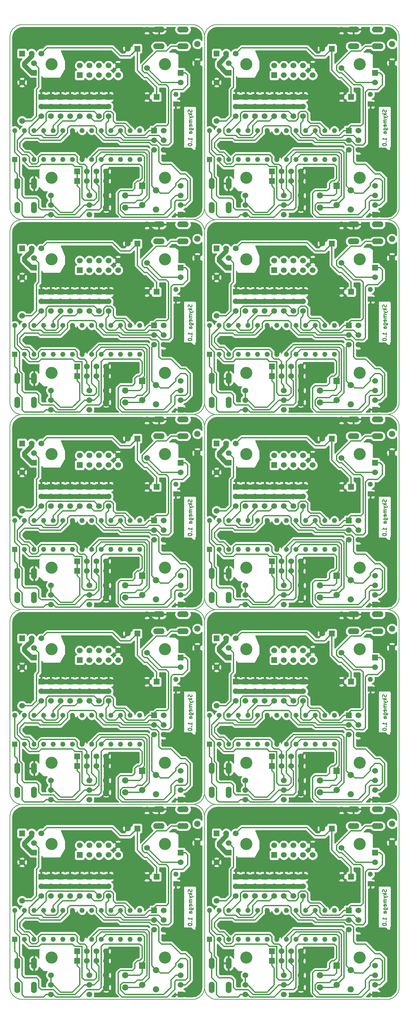
<source format=gbl>
G04 CAM350 PRO V7.5.1 (Build 197) Date:  Wed Jun 01 08:59:26 2011 *
G04 Database: (Untitled) *
G04 Layer 1: skymega-Back.gb *
%FSLAX34Y34*%
%MOIN*%
%SFA1.000B1.000*%

%MIA0B0*%
%IPPOS*%
%ADD11C,0.01000*%
%ADD12C,0.00500*%
%ADD13R,0.06000X0.06000*%
%ADD14C,0.06000*%
%ADD15C,0.12600*%
%ADD16R,0.05200X0.05200*%
%ADD17C,0.05200*%
%ADD18O,0.12000X0.06000*%
%ADD19O,0.06000X0.12000*%
%ADD20R,0.06600X0.06600*%
%ADD21C,0.06600*%
%ADD22C,0.01200*%
%ADD23C,0.02500*%
%ADD24C,0.05000*%
%LNskymega-Back.gb*%
%LPD*%
G36*
X82975Y55723D02*
G01Y55345D01*
X82829Y55491*
X82616Y55580*
X82385*
X82172Y55492*
X82009Y55329*
X81920Y55116*
Y54885*
X82008Y54672*
X82171Y54509*
X82384Y54420*
X82615*
X82828Y54508*
X82975Y54655*
Y53305*
X82900Y53329*
X82571Y53000*
X82900Y52671*
X82975Y52696*
Y38028*
X82895Y37630*
X82685Y37315*
X82400Y37125*
X82368Y37104*
X81972Y37025*
X81299*
X81300Y37138*
X81238Y37200*
X80262*
X80200Y37138*
Y37025*
X79813*
X80200Y37412*
Y37362*
X80262Y37300*
X81238*
X81300Y37362*
X81299Y37501*
Y37600*
X81261Y37691*
X81191Y37761*
X81099Y37799*
X81075Y37800*
X81215Y37939*
Y37940*
X81250*
X81368Y37964*
X81369*
X81469Y38031*
X81969Y38531*
X82036Y38631*
Y38632*
X82060Y38750*
Y41000*
X82036Y41118*
Y41119*
X81969Y41219*
X81469Y41719*
X81369Y41786*
X81250Y41810*
X80878*
X79969Y42719*
X79869Y42786*
X79750Y42810*
X78878*
X78810Y42879*
Y43497*
X78921Y43457*
X79134Y43468*
X79281Y43528*
X79308Y43622*
X79035Y43894*
X78929Y44000*
X79000Y44071*
X79106Y43965*
X79378Y43692*
X79472Y43719*
X79543Y43921*
X79532Y44134*
X79508Y44192*
X79618Y44214*
X79619*
X79719Y44281*
X79969Y44530*
Y44531*
X80002Y44581*
X80036Y44631*
Y44632*
X80059Y44750*
X80060*
Y48241*
X80138Y48240*
X80200Y48302*
Y48800*
X80698*
X80760Y48862*
X80759Y49059*
X80721Y49151*
X80651Y49221*
X80560Y49259*
X80461*
X80396Y49260*
X80538Y49318*
X80550Y49331*
X80681Y49462*
X80759Y49649*
Y49851*
X80722Y49940*
X81000*
X81118Y49964*
X81119*
X81219Y50031*
X81719Y50531*
X81786Y50631*
Y50632*
X81810Y50750*
Y51750*
X81786Y51868*
Y51869*
X81752Y51919*
X81719Y51969*
Y51970*
X81469Y52219*
X81369Y52286*
X81299Y52301*
Y52349*
X81261Y52441*
X81191Y52511*
X81100Y52549*
X80550*
Y53876*
X80166Y54150*
X79588*
X79878Y54440*
X80230*
X80378Y54293*
X80576Y54210*
X81423*
X81622Y54292*
X81773Y54444*
X81856Y54642*
Y54857*
X81774Y55056*
X81622Y55207*
X81424Y55290*
X80577*
X80378Y55208*
X80230Y55060*
X79750*
X79631Y55036*
X79531Y54969*
X79356Y54794*
Y54857*
X79332Y54916*
X79274Y55056*
X79122Y55207*
X78924Y55290*
X78077*
X77878Y55208*
X77727Y55056*
X77644Y54858*
Y54643*
X77726Y54444*
X77866Y54305*
X77558Y53997*
X76560Y52998*
Y53951*
X76599*
X76691Y53989*
X76761Y54059*
X76799Y54150*
Y54849*
X76761Y54941*
X76691Y55011*
X76600Y55049*
X75901*
X75809Y55011*
X75739Y54941*
X75701Y54850*
Y54788*
X75628Y54808*
X75558Y54738*
X75321Y54500*
X75250Y54429*
X75179Y54359*
X74942Y54122*
X74959Y54060*
X74628*
X73869Y54819*
X73769Y54886*
X73650Y54910*
X66850*
X66731Y54886*
X66681Y54853*
X66630Y54819*
X66360Y54549*
X66141*
X65939Y54465*
X65785Y54311*
X65750Y54227*
X65715Y54311*
X65561Y54465*
X65359Y54549*
X65141*
X64939Y54465*
X64799Y54325*
Y54349*
X64761Y54441*
X64691Y54511*
X64600Y54549*
X63901*
X63809Y54511*
X63739Y54441*
X63701Y54350*
Y53651*
X63739Y53559*
X63809Y53489*
X63900Y53451*
X64243*
X64146Y53354*
X64038Y53192*
X63999Y53000*
X64000Y52996*
Y52755*
X63999Y52750*
X64038Y52558*
X64146Y52396*
X64894Y51649*
X64896Y51646*
X64974Y51595*
Y51594*
X64989Y51559*
X65059Y51489*
X65150Y51451*
X65690*
Y50629*
X65531Y50469*
X65464Y50369*
X65440Y50250*
Y47628*
X65122Y47310*
X64715*
Y47311*
X64561Y47465*
X64558Y47467*
X64359Y47549*
X64141*
X63939Y47465*
X63785Y47311*
X63701Y47109*
Y46891*
X63785Y46689*
X63939Y46535*
X64141Y46451*
X64258*
X64212Y46432*
X64069Y46288*
X64000Y46123*
X63932Y46288*
X63788Y46431*
X63601Y46509*
X63399*
X63275Y46458*
Y55723*
X63341Y56059*
X63489Y56317*
X63779Y56559*
X63958Y56662*
X64277Y56725*
X76758*
X76707Y56579*
X76718Y56366*
X76778Y56219*
X76872Y56192*
X77144Y56465*
X77250Y56571*
X77356Y56465*
X77628Y56192*
X77722Y56219*
X77723Y56224*
X77740Y56182*
X77897Y56030*
X78100Y55950*
X78450*
Y56550*
X79285*
X79332Y56635*
X79296Y56725*
X80193*
X80144Y56608*
Y56393*
X80226Y56194*
X80378Y56043*
X80576Y55960*
X81423*
X81622Y56042*
X81773Y56194*
X81856Y56392*
Y56607*
X81807Y56725*
X81972*
X82368Y56647*
X82685Y56436*
X82895Y56121*
X82975Y55723*
G37*
G36*
X62725D02*
G01Y55345D01*
X62579Y55491*
X62366Y55580*
X62135*
X61922Y55492*
X61759Y55329*
X61670Y55116*
Y54885*
X61758Y54672*
X61921Y54509*
X62134Y54420*
X62365*
X62578Y54508*
X62725Y54655*
Y53305*
X62650Y53329*
X62321Y53000*
X62650Y52671*
X62725Y52696*
Y38028*
X62645Y37630*
X62435Y37315*
X62150Y37125*
X62118Y37104*
X61722Y37025*
X61049*
X61050Y37138*
X60988Y37200*
X60012*
X59950Y37138*
Y37025*
X59563*
X59950Y37412*
Y37362*
X60012Y37300*
X60988*
X61050Y37362*
X61049Y37501*
Y37600*
X61011Y37691*
X60941Y37761*
X60849Y37799*
X60825Y37800*
X60965Y37939*
Y37940*
X61000*
X61118Y37964*
X61119*
X61219Y38031*
X61719Y38531*
X61786Y38631*
Y38632*
X61810Y38750*
Y41000*
X61786Y41118*
Y41119*
X61719Y41219*
X61219Y41719*
X61119Y41786*
X61000Y41810*
X60628*
X59719Y42719*
X59619Y42786*
X59500Y42810*
X58628*
X58560Y42879*
Y43497*
X58671Y43457*
X58884Y43468*
X59031Y43528*
X59058Y43622*
X58785Y43894*
X58679Y44000*
X58750Y44071*
X58856Y43965*
X59128Y43692*
X59222Y43719*
X59293Y43921*
X59282Y44134*
X59258Y44192*
X59368Y44214*
X59369*
X59469Y44281*
X59719Y44530*
Y44531*
X59752Y44581*
X59786Y44631*
Y44632*
X59809Y44750*
X59810*
Y48241*
X59888Y48240*
X59950Y48302*
Y48800*
X60448*
X60510Y48862*
X60509Y49059*
X60471Y49151*
X60401Y49221*
X60310Y49259*
X60211*
X60146Y49260*
X60288Y49318*
X60300Y49331*
X60431Y49462*
X60509Y49649*
Y49851*
X60472Y49940*
X60750*
X60868Y49964*
X60869*
X60969Y50031*
X61469Y50531*
X61536Y50631*
Y50632*
X61560Y50750*
Y51750*
X61536Y51868*
Y51869*
X61502Y51919*
X61469Y51969*
Y51970*
X61219Y52219*
X61119Y52286*
X61049Y52301*
Y52349*
X61011Y52441*
X60941Y52511*
X60850Y52549*
X60300*
Y53876*
X59916Y54150*
X59338*
X59628Y54440*
X59980*
X60128Y54293*
X60326Y54210*
X61173*
X61372Y54292*
X61523Y54444*
X61606Y54642*
Y54857*
X61524Y55056*
X61372Y55207*
X61174Y55290*
X60327*
X60128Y55208*
X59980Y55060*
X59500*
X59381Y55036*
X59281Y54969*
X59106Y54794*
Y54857*
X59082Y54916*
X59024Y55056*
X58872Y55207*
X58674Y55290*
X57827*
X57628Y55208*
X57477Y55056*
X57394Y54858*
Y54643*
X57476Y54444*
X57616Y54305*
X57308Y53997*
X56310Y52998*
Y53951*
X56349*
X56441Y53989*
X56511Y54059*
X56549Y54150*
Y54849*
X56511Y54941*
X56441Y55011*
X56350Y55049*
X55651*
X55559Y55011*
X55489Y54941*
X55451Y54850*
Y54788*
X55378Y54808*
X55308Y54738*
X55071Y54500*
X55000Y54429*
X54929Y54359*
X54692Y54122*
X54709Y54060*
X54378*
X53619Y54819*
X53519Y54886*
X53400Y54910*
X46600*
X46481Y54886*
X46431Y54853*
X46380Y54819*
X46110Y54549*
X45891*
X45689Y54465*
X45535Y54311*
X45500Y54227*
X45465Y54311*
X45311Y54465*
X45109Y54549*
X44891*
X44689Y54465*
X44549Y54325*
Y54349*
X44511Y54441*
X44441Y54511*
X44350Y54549*
X43651*
X43559Y54511*
X43489Y54441*
X43451Y54350*
Y53651*
X43489Y53559*
X43559Y53489*
X43650Y53451*
X43993*
X43896Y53354*
X43788Y53192*
X43749Y53000*
X43750Y52996*
Y52755*
X43749Y52750*
X43788Y52558*
X43896Y52396*
X44644Y51649*
X44646Y51646*
X44724Y51595*
Y51594*
X44739Y51559*
X44809Y51489*
X44900Y51451*
X45440*
Y50629*
X45281Y50469*
X45214Y50369*
X45190Y50250*
Y47628*
X44872Y47310*
X44465*
Y47311*
X44311Y47465*
X44308Y47467*
X44109Y47549*
X43891*
X43689Y47465*
X43535Y47311*
X43451Y47109*
Y46891*
X43535Y46689*
X43689Y46535*
X43891Y46451*
X44008*
X43962Y46432*
X43819Y46288*
X43750Y46123*
X43682Y46288*
X43538Y46431*
X43351Y46509*
X43149*
X43025Y46458*
Y55723*
X43091Y56059*
X43239Y56317*
X43529Y56559*
X43708Y56662*
X44027Y56725*
X56508*
X56457Y56579*
X56468Y56366*
X56528Y56219*
X56622Y56192*
X56894Y56465*
X57000Y56571*
X57106Y56465*
X57378Y56192*
X57472Y56219*
X57473Y56224*
X57490Y56182*
X57647Y56030*
X57850Y55950*
X58200*
Y56550*
X59035*
X59082Y56635*
X59046Y56725*
X59943*
X59894Y56608*
Y56393*
X59976Y56194*
X60128Y56043*
X60326Y55960*
X61173*
X61372Y56042*
X61523Y56194*
X61606Y56392*
Y56607*
X61557Y56725*
X61722*
X62118Y56647*
X62435Y56436*
X62645Y56121*
X62725Y55723*
G37*
G36*
X82975Y35473D02*
G01Y35095D01*
X82829Y35241*
X82616Y35330*
X82385*
X82172Y35242*
X82009Y35079*
X81920Y34866*
Y34635*
X82008Y34422*
X82171Y34259*
X82384Y34170*
X82615*
X82828Y34258*
X82975Y34405*
Y33055*
X82900Y33079*
X82571Y32750*
X82900Y32421*
X82975Y32446*
Y17778*
X82895Y17380*
X82685Y17065*
X82400Y16875*
X82368Y16854*
X81972Y16775*
X81299*
X81300Y16888*
X81238Y16950*
X80262*
X80200Y16888*
Y16775*
X79813*
X80200Y17162*
Y17112*
X80262Y17050*
X81238*
X81300Y17112*
X81299Y17251*
Y17350*
X81261Y17441*
X81191Y17511*
X81099Y17549*
X81075Y17550*
X81215Y17689*
Y17690*
X81250*
X81368Y17714*
X81369*
X81469Y17781*
X81969Y18281*
X82036Y18381*
Y18382*
X82060Y18500*
Y20750*
X82036Y20868*
Y20869*
X81969Y20969*
X81469Y21469*
X81369Y21536*
X81250Y21560*
X80878*
X79969Y22469*
X79869Y22536*
X79750Y22560*
X78878*
X78810Y22629*
Y23247*
X78921Y23207*
X79134Y23218*
X79281Y23278*
X79308Y23372*
X79035Y23644*
X78929Y23750*
X79000Y23821*
X79106Y23715*
X79378Y23442*
X79472Y23469*
X79543Y23671*
X79532Y23884*
X79508Y23942*
X79618Y23964*
X79619*
X79719Y24031*
X79969Y24280*
Y24281*
X80002Y24331*
X80036Y24381*
Y24382*
X80059Y24500*
X80060*
Y27991*
X80138Y27990*
X80200Y28052*
Y28550*
X80698*
X80760Y28612*
X80759Y28809*
X80721Y28901*
X80651Y28971*
X80560Y29009*
X80461*
X80396Y29010*
X80538Y29068*
X80550Y29081*
X80681Y29212*
X80759Y29399*
Y29601*
X80722Y29690*
X81000*
X81118Y29714*
X81119*
X81219Y29781*
X81719Y30281*
X81786Y30381*
Y30382*
X81810Y30500*
Y31500*
X81786Y31618*
Y31619*
X81752Y31669*
X81719Y31719*
Y31720*
X81469Y31969*
X81369Y32036*
X81299Y32051*
Y32099*
X81261Y32191*
X81191Y32261*
X81100Y32299*
X80550*
Y33626*
X80166Y33900*
X79588*
X79878Y34190*
X80230*
X80378Y34043*
X80576Y33960*
X81423*
X81622Y34042*
X81773Y34194*
X81856Y34392*
Y34607*
X81774Y34806*
X81622Y34957*
X81424Y35040*
X80577*
X80378Y34958*
X80230Y34810*
X79750*
X79631Y34786*
X79531Y34719*
X79356Y34544*
Y34607*
X79332Y34666*
X79274Y34806*
X79122Y34957*
X78924Y35040*
X78077*
X77878Y34958*
X77727Y34806*
X77644Y34608*
Y34393*
X77726Y34194*
X77866Y34055*
X77558Y33747*
X76560Y32748*
Y33701*
X76599*
X76691Y33739*
X76761Y33809*
X76799Y33900*
Y34599*
X76761Y34691*
X76691Y34761*
X76600Y34799*
X75901*
X75809Y34761*
X75739Y34691*
X75701Y34600*
Y34538*
X75628Y34558*
X75558Y34488*
X75321Y34250*
X75250Y34179*
X75179Y34109*
X74942Y33872*
X74959Y33810*
X74628*
X73869Y34569*
X73769Y34636*
X73650Y34660*
X66850*
X66731Y34636*
X66681Y34603*
X66630Y34569*
X66360Y34299*
X66141*
X65939Y34215*
X65785Y34061*
X65750Y33977*
X65715Y34061*
X65561Y34215*
X65359Y34299*
X65141*
X64939Y34215*
X64799Y34075*
Y34099*
X64761Y34191*
X64691Y34261*
X64600Y34299*
X63901*
X63809Y34261*
X63739Y34191*
X63701Y34100*
Y33401*
X63739Y33309*
X63809Y33239*
X63900Y33201*
X64243*
X64146Y33104*
X64038Y32942*
X63999Y32750*
X64000Y32746*
Y32505*
X63999Y32500*
X64038Y32308*
X64146Y32146*
X64894Y31399*
X64896Y31396*
X64974Y31345*
Y31344*
X64989Y31309*
X65059Y31239*
X65150Y31201*
X65690*
Y30379*
X65531Y30219*
X65464Y30119*
X65440Y30000*
Y27378*
X65122Y27060*
X64715*
Y27061*
X64561Y27215*
X64558Y27217*
X64359Y27299*
X64141*
X63939Y27215*
X63785Y27061*
X63701Y26859*
Y26641*
X63785Y26439*
X63939Y26285*
X64141Y26201*
X64258*
X64212Y26182*
X64069Y26038*
X64000Y25873*
X63932Y26038*
X63788Y26181*
X63601Y26259*
X63399*
X63275Y26208*
Y35473*
X63341Y35809*
X63489Y36067*
X63779Y36309*
X63958Y36412*
X64277Y36475*
X76758*
X76707Y36329*
X76718Y36116*
X76778Y35969*
X76872Y35942*
X77144Y36215*
X77250Y36321*
X77356Y36215*
X77628Y35942*
X77722Y35969*
X77723Y35974*
X77740Y35932*
X77897Y35780*
X78100Y35700*
X78450*
Y36300*
X79285*
X79332Y36385*
X79296Y36475*
X80193*
X80144Y36358*
Y36143*
X80226Y35944*
X80378Y35793*
X80576Y35710*
X81423*
X81622Y35792*
X81773Y35944*
X81856Y36142*
Y36357*
X81807Y36475*
X81972*
X82368Y36397*
X82685Y36186*
X82895Y35871*
X82975Y35473*
G37*
G36*
X62725D02*
G01Y35095D01*
X62579Y35241*
X62366Y35330*
X62135*
X61922Y35242*
X61759Y35079*
X61670Y34866*
Y34635*
X61758Y34422*
X61921Y34259*
X62134Y34170*
X62365*
X62578Y34258*
X62725Y34405*
Y33055*
X62650Y33079*
X62321Y32750*
X62650Y32421*
X62725Y32446*
Y17778*
X62645Y17380*
X62435Y17065*
X62150Y16875*
X62118Y16854*
X61722Y16775*
X61049*
X61050Y16888*
X60988Y16950*
X60012*
X59950Y16888*
Y16775*
X59563*
X59950Y17162*
Y17112*
X60012Y17050*
X60988*
X61050Y17112*
X61049Y17251*
Y17350*
X61011Y17441*
X60941Y17511*
X60849Y17549*
X60825Y17550*
X60965Y17689*
Y17690*
X61000*
X61118Y17714*
X61119*
X61219Y17781*
X61719Y18281*
X61786Y18381*
Y18382*
X61810Y18500*
Y20750*
X61786Y20868*
Y20869*
X61719Y20969*
X61219Y21469*
X61119Y21536*
X61000Y21560*
X60628*
X59719Y22469*
X59619Y22536*
X59500Y22560*
X58628*
X58560Y22629*
Y23247*
X58671Y23207*
X58884Y23218*
X59031Y23278*
X59058Y23372*
X58785Y23644*
X58679Y23750*
X58750Y23821*
X58856Y23715*
X59128Y23442*
X59222Y23469*
X59293Y23671*
X59282Y23884*
X59258Y23942*
X59368Y23964*
X59369*
X59469Y24031*
X59719Y24280*
Y24281*
X59752Y24331*
X59786Y24381*
Y24382*
X59809Y24500*
X59810*
Y27991*
X59888Y27990*
X59950Y28052*
Y28550*
X60448*
X60510Y28612*
X60509Y28809*
X60471Y28901*
X60401Y28971*
X60310Y29009*
X60211*
X60146Y29010*
X60288Y29068*
X60300Y29081*
X60431Y29212*
X60509Y29399*
Y29601*
X60472Y29690*
X60750*
X60868Y29714*
X60869*
X60969Y29781*
X61469Y30281*
X61536Y30381*
Y30382*
X61560Y30500*
Y31500*
X61536Y31618*
Y31619*
X61502Y31669*
X61469Y31719*
Y31720*
X61219Y31969*
X61119Y32036*
X61049Y32051*
Y32099*
X61011Y32191*
X60941Y32261*
X60850Y32299*
X60300*
Y33626*
X59916Y33900*
X59338*
X59628Y34190*
X59980*
X60128Y34043*
X60326Y33960*
X61173*
X61372Y34042*
X61523Y34194*
X61606Y34392*
Y34607*
X61524Y34806*
X61372Y34957*
X61174Y35040*
X60327*
X60128Y34958*
X59980Y34810*
X59500*
X59381Y34786*
X59281Y34719*
X59106Y34544*
Y34607*
X59082Y34666*
X59024Y34806*
X58872Y34957*
X58674Y35040*
X57827*
X57628Y34958*
X57477Y34806*
X57394Y34608*
Y34393*
X57476Y34194*
X57616Y34055*
X57308Y33747*
X56310Y32748*
Y33701*
X56349*
X56441Y33739*
X56511Y33809*
X56549Y33900*
Y34599*
X56511Y34691*
X56441Y34761*
X56350Y34799*
X55651*
X55559Y34761*
X55489Y34691*
X55451Y34600*
Y34538*
X55378Y34558*
X55308Y34488*
X55071Y34250*
X55000Y34179*
X54929Y34109*
X54692Y33872*
X54709Y33810*
X54378*
X53619Y34569*
X53519Y34636*
X53400Y34660*
X46600*
X46481Y34636*
X46431Y34603*
X46380Y34569*
X46110Y34299*
X45891*
X45689Y34215*
X45535Y34061*
X45500Y33977*
X45465Y34061*
X45311Y34215*
X45109Y34299*
X44891*
X44689Y34215*
X44549Y34075*
Y34099*
X44511Y34191*
X44441Y34261*
X44350Y34299*
X43651*
X43559Y34261*
X43489Y34191*
X43451Y34100*
Y33401*
X43489Y33309*
X43559Y33239*
X43650Y33201*
X43993*
X43896Y33104*
X43788Y32942*
X43749Y32750*
X43750Y32746*
Y32505*
X43749Y32500*
X43788Y32308*
X43896Y32146*
X44644Y31399*
X44646Y31396*
X44724Y31345*
Y31344*
X44739Y31309*
X44809Y31239*
X44900Y31201*
X45440*
Y30379*
X45281Y30219*
X45214Y30119*
X45190Y30000*
Y27378*
X44872Y27060*
X44465*
Y27061*
X44311Y27215*
X44308Y27217*
X44109Y27299*
X43891*
X43689Y27215*
X43535Y27061*
X43451Y26859*
Y26641*
X43535Y26439*
X43689Y26285*
X43891Y26201*
X44008*
X43962Y26182*
X43819Y26038*
X43750Y25873*
X43682Y26038*
X43538Y26181*
X43351Y26259*
X43149*
X43025Y26208*
Y35473*
X43091Y35809*
X43239Y36067*
X43529Y36309*
X43708Y36412*
X44027Y36475*
X56508*
X56457Y36329*
X56468Y36116*
X56528Y35969*
X56622Y35942*
X56894Y36215*
X57000Y36321*
X57106Y36215*
X57378Y35942*
X57472Y35969*
X57473Y35974*
X57490Y35932*
X57647Y35780*
X57850Y35700*
X58200*
Y36300*
X59035*
X59082Y36385*
X59046Y36475*
X59943*
X59894Y36358*
Y36143*
X59976Y35944*
X60128Y35793*
X60326Y35710*
X61173*
X61372Y35792*
X61523Y35944*
X61606Y36142*
Y36357*
X61557Y36475*
X61722*
X62118Y36397*
X62435Y36186*
X62645Y35871*
X62725Y35473*
G37*
G36*
X82975Y15223D02*
G01Y14845D01*
X82829Y14991*
X82616Y15080*
X82385*
X82172Y14992*
X82009Y14829*
X81920Y14616*
Y14385*
X82008Y14172*
X82171Y14009*
X82384Y13920*
X82615*
X82828Y14008*
X82975Y14155*
Y12805*
X82900Y12829*
X82571Y12500*
X82900Y12171*
X82975Y12196*
Y-2472*
X82895Y-2870*
X82685Y-3185*
X82400Y-3375*
X82368Y-3396*
X81972Y-3475*
X81299*
X81300Y-3362*
X81238Y-3300*
X80262*
X80200Y-3362*
Y-3475*
X79813*
X80200Y-3088*
Y-3138*
X80262Y-3200*
X81238*
X81300Y-3138*
X81299Y-2999*
Y-2900*
X81261Y-2809*
X81191Y-2739*
X81099Y-2701*
X81075Y-2700*
X81215Y-2561*
Y-2560*
X81250*
X81368Y-2536*
X81369*
X81469Y-2469*
X81969Y-1969*
X82036Y-1869*
Y-1868*
X82060Y-1750*
Y500*
X82036Y618*
Y619*
X81969Y719*
X81469Y1219*
X81369Y1286*
X81250Y1310*
X80878*
X79969Y2219*
X79869Y2286*
X79750Y2310*
X78878*
X78810Y2379*
Y2997*
X78921Y2957*
X79134Y2968*
X79281Y3028*
X79308Y3122*
X79035Y3394*
X78929Y3500*
X79000Y3571*
X79106Y3465*
X79378Y3192*
X79472Y3219*
X79543Y3421*
X79532Y3634*
X79508Y3692*
X79618Y3714*
X79619*
X79719Y3781*
X79969Y4030*
Y4031*
X80002Y4081*
X80036Y4131*
Y4132*
X80059Y4250*
X80060*
Y7741*
X80138Y7740*
X80200Y7802*
Y8300*
X80698*
X80760Y8362*
X80759Y8559*
X80721Y8651*
X80651Y8721*
X80560Y8759*
X80461*
X80396Y8760*
X80538Y8818*
X80550Y8831*
X80681Y8962*
X80759Y9149*
Y9351*
X80722Y9440*
X81000*
X81118Y9464*
X81119*
X81219Y9531*
X81719Y10031*
X81786Y10131*
Y10132*
X81810Y10250*
Y11250*
X81786Y11368*
Y11369*
X81752Y11419*
X81719Y11469*
Y11470*
X81469Y11719*
X81369Y11786*
X81299Y11801*
Y11849*
X81261Y11941*
X81191Y12011*
X81100Y12049*
X80550*
Y13376*
X80166Y13650*
X79588*
X79878Y13940*
X80230*
X80378Y13793*
X80576Y13710*
X81423*
X81622Y13792*
X81773Y13944*
X81856Y14142*
Y14357*
X81774Y14556*
X81622Y14707*
X81424Y14790*
X80577*
X80378Y14708*
X80230Y14560*
X79750*
X79631Y14536*
X79531Y14469*
X79356Y14294*
Y14357*
X79332Y14416*
X79274Y14556*
X79122Y14707*
X78924Y14790*
X78077*
X77878Y14708*
X77727Y14556*
X77644Y14358*
Y14143*
X77726Y13944*
X77866Y13805*
X77558Y13497*
X76560Y12498*
Y13451*
X76599*
X76691Y13489*
X76761Y13559*
X76799Y13650*
Y14349*
X76761Y14441*
X76691Y14511*
X76600Y14549*
X75901*
X75809Y14511*
X75739Y14441*
X75701Y14350*
Y14288*
X75628Y14308*
X75558Y14238*
X75321Y14000*
X75250Y13929*
X75179Y13859*
X74942Y13622*
X74959Y13560*
X74628*
X73869Y14319*
X73769Y14386*
X73650Y14410*
X66850*
X66731Y14386*
X66681Y14353*
X66630Y14319*
X66360Y14049*
X66141*
X65939Y13965*
X65785Y13811*
X65750Y13727*
X65715Y13811*
X65561Y13965*
X65359Y14049*
X65141*
X64939Y13965*
X64799Y13825*
Y13849*
X64761Y13941*
X64691Y14011*
X64600Y14049*
X63901*
X63809Y14011*
X63739Y13941*
X63701Y13850*
Y13151*
X63739Y13059*
X63809Y12989*
X63900Y12951*
X64243*
X64146Y12854*
X64038Y12692*
X63999Y12500*
X64000Y12496*
Y12255*
X63999Y12250*
X64038Y12058*
X64146Y11896*
X64894Y11149*
X64896Y11146*
X64974Y11095*
Y11094*
X64989Y11059*
X65059Y10989*
X65150Y10951*
X65690*
Y10129*
X65531Y9969*
X65464Y9869*
X65440Y9750*
Y7128*
X65122Y6810*
X64715*
Y6811*
X64561Y6965*
X64558Y6967*
X64359Y7049*
X64141*
X63939Y6965*
X63785Y6811*
X63701Y6609*
Y6391*
X63785Y6189*
X63939Y6035*
X64141Y5951*
X64258*
X64212Y5932*
X64069Y5788*
X64000Y5623*
X63932Y5788*
X63788Y5931*
X63601Y6009*
X63399*
X63275Y5958*
Y15223*
X63341Y15559*
X63489Y15817*
X63779Y16059*
X63958Y16162*
X64277Y16225*
X76758*
X76707Y16079*
X76718Y15866*
X76778Y15719*
X76872Y15692*
X77144Y15965*
X77250Y16071*
X77356Y15965*
X77628Y15692*
X77722Y15719*
X77723Y15724*
X77740Y15682*
X77897Y15530*
X78100Y15450*
X78450*
Y16050*
X79285*
X79332Y16135*
X79296Y16225*
X80193*
X80144Y16108*
Y15893*
X80226Y15694*
X80378Y15543*
X80576Y15460*
X81423*
X81622Y15542*
X81773Y15694*
X81856Y15892*
Y16107*
X81807Y16225*
X81972*
X82368Y16147*
X82685Y15936*
X82895Y15621*
X82975Y15223*
G37*
G36*
X62725D02*
G01Y14845D01*
X62579Y14991*
X62366Y15080*
X62135*
X61922Y14992*
X61759Y14829*
X61670Y14616*
Y14385*
X61758Y14172*
X61921Y14009*
X62134Y13920*
X62365*
X62578Y14008*
X62725Y14155*
Y12805*
X62650Y12829*
X62321Y12500*
X62650Y12171*
X62725Y12196*
Y-2472*
X62645Y-2870*
X62435Y-3185*
X62150Y-3375*
X62118Y-3396*
X61722Y-3475*
X61049*
X61050Y-3362*
X60988Y-3300*
X60012*
X59950Y-3362*
Y-3475*
X59563*
X59950Y-3088*
Y-3138*
X60012Y-3200*
X60988*
X61050Y-3138*
X61049Y-2999*
Y-2900*
X61011Y-2809*
X60941Y-2739*
X60849Y-2701*
X60825Y-2700*
X60965Y-2561*
Y-2560*
X61000*
X61118Y-2536*
X61119*
X61219Y-2469*
X61719Y-1969*
X61786Y-1869*
Y-1868*
X61810Y-1750*
Y500*
X61786Y618*
Y619*
X61719Y719*
X61219Y1219*
X61119Y1286*
X61000Y1310*
X60628*
X59719Y2219*
X59619Y2286*
X59500Y2310*
X58628*
X58560Y2379*
Y2997*
X58671Y2957*
X58884Y2968*
X59031Y3028*
X59058Y3122*
X58785Y3394*
X58679Y3500*
X58750Y3571*
X58856Y3465*
X59128Y3192*
X59222Y3219*
X59293Y3421*
X59282Y3634*
X59258Y3692*
X59368Y3714*
X59369*
X59469Y3781*
X59719Y4030*
Y4031*
X59752Y4081*
X59786Y4131*
Y4132*
X59809Y4250*
X59810*
Y7741*
X59888Y7740*
X59950Y7802*
Y8300*
X60448*
X60510Y8362*
X60509Y8559*
X60471Y8651*
X60401Y8721*
X60310Y8759*
X60211*
X60146Y8760*
X60288Y8818*
X60300Y8831*
X60431Y8962*
X60509Y9149*
Y9351*
X60472Y9440*
X60750*
X60868Y9464*
X60869*
X60969Y9531*
X61469Y10031*
X61536Y10131*
Y10132*
X61560Y10250*
Y11250*
X61536Y11368*
Y11369*
X61502Y11419*
X61469Y11469*
Y11470*
X61219Y11719*
X61119Y11786*
X61049Y11801*
Y11849*
X61011Y11941*
X60941Y12011*
X60850Y12049*
X60300*
Y13376*
X59916Y13650*
X59338*
X59628Y13940*
X59980*
X60128Y13793*
X60326Y13710*
X61173*
X61372Y13792*
X61523Y13944*
X61606Y14142*
Y14357*
X61524Y14556*
X61372Y14707*
X61174Y14790*
X60327*
X60128Y14708*
X59980Y14560*
X59500*
X59381Y14536*
X59281Y14469*
X59106Y14294*
Y14357*
X59082Y14416*
X59024Y14556*
X58872Y14707*
X58674Y14790*
X57827*
X57628Y14708*
X57477Y14556*
X57394Y14358*
Y14143*
X57476Y13944*
X57616Y13805*
X57308Y13497*
X56310Y12498*
Y13451*
X56349*
X56441Y13489*
X56511Y13559*
X56549Y13650*
Y14349*
X56511Y14441*
X56441Y14511*
X56350Y14549*
X55651*
X55559Y14511*
X55489Y14441*
X55451Y14350*
Y14288*
X55378Y14308*
X55308Y14238*
X55071Y14000*
X55000Y13929*
X54929Y13859*
X54692Y13622*
X54709Y13560*
X54378*
X53619Y14319*
X53519Y14386*
X53400Y14410*
X46600*
X46481Y14386*
X46431Y14353*
X46380Y14319*
X46110Y14049*
X45891*
X45689Y13965*
X45535Y13811*
X45500Y13727*
X45465Y13811*
X45311Y13965*
X45109Y14049*
X44891*
X44689Y13965*
X44549Y13825*
Y13849*
X44511Y13941*
X44441Y14011*
X44350Y14049*
X43651*
X43559Y14011*
X43489Y13941*
X43451Y13850*
Y13151*
X43489Y13059*
X43559Y12989*
X43650Y12951*
X43993*
X43896Y12854*
X43788Y12692*
X43749Y12500*
X43750Y12496*
Y12255*
X43749Y12250*
X43788Y12058*
X43896Y11896*
X44644Y11149*
X44646Y11146*
X44724Y11095*
Y11094*
X44739Y11059*
X44809Y10989*
X44900Y10951*
X45440*
Y10129*
X45281Y9969*
X45214Y9869*
X45190Y9750*
Y7128*
X44872Y6810*
X44465*
Y6811*
X44311Y6965*
X44308Y6967*
X44109Y7049*
X43891*
X43689Y6965*
X43535Y6811*
X43451Y6609*
Y6391*
X43535Y6189*
X43689Y6035*
X43891Y5951*
X44008*
X43962Y5932*
X43819Y5788*
X43750Y5623*
X43682Y5788*
X43538Y5931*
X43351Y6009*
X43149*
X43025Y5958*
Y15223*
X43091Y15559*
X43239Y15817*
X43529Y16059*
X43708Y16162*
X44027Y16225*
X56508*
X56457Y16079*
X56468Y15866*
X56528Y15719*
X56622Y15692*
X56894Y15965*
X57000Y16071*
X57106Y15965*
X57378Y15692*
X57472Y15719*
X57473Y15724*
X57490Y15682*
X57647Y15530*
X57850Y15450*
X58200*
Y16050*
X59035*
X59082Y16135*
X59046Y16225*
X59943*
X59894Y16108*
Y15893*
X59976Y15694*
X60128Y15543*
X60326Y15460*
X61173*
X61372Y15542*
X61523Y15694*
X61606Y15892*
Y16107*
X61557Y16225*
X61722*
X62118Y16147*
X62435Y15936*
X62645Y15621*
X62725Y15223*
G37*
G36*
X82975Y-5027D02*
G01Y-5405D01*
X82829Y-5259*
X82616Y-5170*
X82385*
X82172Y-5258*
X82009Y-5421*
X81920Y-5634*
Y-5865*
X82008Y-6078*
X82171Y-6241*
X82384Y-6330*
X82615*
X82828Y-6242*
X82975Y-6095*
Y-7445*
X82900Y-7421*
X82571Y-7750*
X82900Y-8079*
X82975Y-8054*
Y-22722*
X82895Y-23120*
X82685Y-23435*
X82400Y-23625*
X82368Y-23646*
X81972Y-23725*
X81299*
X81300Y-23612*
X81238Y-23550*
X80262*
X80200Y-23612*
Y-23725*
X79813*
X80200Y-23338*
Y-23388*
X80262Y-23450*
X81238*
X81300Y-23388*
X81299Y-23249*
Y-23150*
X81261Y-23059*
X81191Y-22989*
X81099Y-22951*
X81075Y-22950*
X81215Y-22811*
Y-22810*
X81250*
X81368Y-22786*
X81369*
X81469Y-22719*
X81969Y-22219*
X82036Y-22119*
Y-22118*
X82060Y-22000*
Y-19750*
X82036Y-19632*
Y-19631*
X81969Y-19531*
X81469Y-19031*
X81369Y-18964*
X81250Y-18940*
X80878*
X79969Y-18031*
X79869Y-17964*
X79750Y-17940*
X78878*
X78810Y-17871*
Y-17253*
X78921Y-17293*
X79134Y-17282*
X79281Y-17222*
X79308Y-17128*
X79035Y-16856*
X78929Y-16750*
X79000Y-16679*
X79106Y-16785*
X79378Y-17058*
X79472Y-17031*
X79543Y-16829*
X79532Y-16616*
X79508Y-16558*
X79618Y-16536*
X79619*
X79719Y-16469*
X79969Y-16220*
Y-16219*
X80002Y-16169*
X80036Y-16119*
Y-16118*
X80059Y-16000*
X80060*
Y-12509*
X80138Y-12510*
X80200Y-12448*
Y-11950*
X80698*
X80760Y-11888*
X80759Y-11691*
X80721Y-11599*
X80651Y-11529*
X80560Y-11491*
X80461*
X80396Y-11490*
X80538Y-11432*
X80550Y-11419*
X80681Y-11288*
X80759Y-11101*
Y-10899*
X80722Y-10810*
X81000*
X81118Y-10786*
X81119*
X81219Y-10719*
X81719Y-10219*
X81786Y-10119*
Y-10118*
X81810Y-10000*
Y-9000*
X81786Y-8882*
Y-8881*
X81752Y-8831*
X81719Y-8781*
Y-8780*
X81469Y-8531*
X81369Y-8464*
X81299Y-8449*
Y-8401*
X81261Y-8309*
X81191Y-8239*
X81100Y-8201*
X80550*
Y-6874*
X80166Y-6600*
X79588*
X79878Y-6310*
X80230*
X80378Y-6457*
X80576Y-6540*
X81423*
X81622Y-6458*
X81773Y-6306*
X81856Y-6108*
Y-5893*
X81774Y-5694*
X81622Y-5543*
X81424Y-5460*
X80577*
X80378Y-5542*
X80230Y-5690*
X79750*
X79631Y-5714*
X79531Y-5781*
X79356Y-5956*
Y-5893*
X79332Y-5834*
X79274Y-5694*
X79122Y-5543*
X78924Y-5460*
X78077*
X77878Y-5542*
X77727Y-5694*
X77644Y-5892*
Y-6107*
X77726Y-6306*
X77866Y-6445*
X77558Y-6753*
X76560Y-7752*
Y-6799*
X76599*
X76691Y-6761*
X76761Y-6691*
X76799Y-6600*
Y-5901*
X76761Y-5809*
X76691Y-5739*
X76600Y-5701*
X75901*
X75809Y-5739*
X75739Y-5809*
X75701Y-5900*
Y-5962*
X75628Y-5942*
X75558Y-6012*
X75321Y-6250*
X75250Y-6321*
X75179Y-6391*
X74942Y-6628*
X74959Y-6690*
X74628*
X73869Y-5931*
X73769Y-5864*
X73650Y-5840*
X66850*
X66731Y-5864*
X66681Y-5897*
X66630Y-5931*
X66360Y-6201*
X66141*
X65939Y-6285*
X65785Y-6439*
X65750Y-6523*
X65715Y-6439*
X65561Y-6285*
X65359Y-6201*
X65141*
X64939Y-6285*
X64799Y-6425*
Y-6401*
X64761Y-6309*
X64691Y-6239*
X64600Y-6201*
X63901*
X63809Y-6239*
X63739Y-6309*
X63701Y-6400*
Y-7099*
X63739Y-7191*
X63809Y-7261*
X63900Y-7299*
X64243*
X64146Y-7396*
X64038Y-7558*
X63999Y-7750*
X64000Y-7754*
Y-7995*
X63999Y-8000*
X64038Y-8192*
X64146Y-8354*
X64894Y-9101*
X64896Y-9104*
X64974Y-9155*
Y-9156*
X64989Y-9191*
X65059Y-9261*
X65150Y-9299*
X65690*
Y-10121*
X65531Y-10281*
X65464Y-10381*
X65440Y-10500*
Y-13122*
X65122Y-13440*
X64715*
Y-13439*
X64561Y-13285*
X64558Y-13283*
X64359Y-13201*
X64141*
X63939Y-13285*
X63785Y-13439*
X63701Y-13641*
Y-13859*
X63785Y-14061*
X63939Y-14215*
X64141Y-14299*
X64258*
X64212Y-14318*
X64069Y-14462*
X64000Y-14627*
X63932Y-14462*
X63788Y-14319*
X63601Y-14241*
X63399*
X63275Y-14292*
Y-5027*
X63341Y-4691*
X63489Y-4433*
X63779Y-4191*
X63958Y-4088*
X64277Y-4025*
X76758*
X76707Y-4171*
X76718Y-4384*
X76778Y-4531*
X76872Y-4558*
X77144Y-4285*
X77250Y-4179*
X77356Y-4285*
X77628Y-4558*
X77722Y-4531*
X77723Y-4526*
X77740Y-4568*
X77897Y-4720*
X78100Y-4800*
X78450*
Y-4200*
X79285*
X79332Y-4115*
X79296Y-4025*
X80193*
X80144Y-4142*
Y-4357*
X80226Y-4556*
X80378Y-4707*
X80576Y-4790*
X81423*
X81622Y-4708*
X81773Y-4556*
X81856Y-4358*
Y-4143*
X81807Y-4025*
X81972*
X82368Y-4103*
X82685Y-4314*
X82895Y-4629*
X82975Y-5027*
G37*
G36*
X62725D02*
G01Y-5405D01*
X62579Y-5259*
X62366Y-5170*
X62135*
X61922Y-5258*
X61759Y-5421*
X61670Y-5634*
Y-5865*
X61758Y-6078*
X61921Y-6241*
X62134Y-6330*
X62365*
X62578Y-6242*
X62725Y-6095*
Y-7445*
X62650Y-7421*
X62321Y-7750*
X62650Y-8079*
X62725Y-8054*
Y-22722*
X62645Y-23120*
X62435Y-23435*
X62150Y-23625*
X62118Y-23646*
X61722Y-23725*
X61049*
X61050Y-23612*
X60988Y-23550*
X60012*
X59950Y-23612*
Y-23725*
X59563*
X59950Y-23338*
Y-23388*
X60012Y-23450*
X60988*
X61050Y-23388*
X61049Y-23249*
Y-23150*
X61011Y-23059*
X60941Y-22989*
X60849Y-22951*
X60825Y-22950*
X60965Y-22811*
Y-22810*
X61000*
X61118Y-22786*
X61119*
X61219Y-22719*
X61719Y-22219*
X61786Y-22119*
Y-22118*
X61810Y-22000*
Y-19750*
X61786Y-19632*
Y-19631*
X61719Y-19531*
X61219Y-19031*
X61119Y-18964*
X61000Y-18940*
X60628*
X59719Y-18031*
X59619Y-17964*
X59500Y-17940*
X58628*
X58560Y-17871*
Y-17253*
X58671Y-17293*
X58884Y-17282*
X59031Y-17222*
X59058Y-17128*
X58785Y-16856*
X58679Y-16750*
X58750Y-16679*
X58856Y-16785*
X59128Y-17058*
X59222Y-17031*
X59293Y-16829*
X59282Y-16616*
X59258Y-16558*
X59368Y-16536*
X59369*
X59469Y-16469*
X59719Y-16220*
Y-16219*
X59752Y-16169*
X59786Y-16119*
Y-16118*
X59809Y-16000*
X59810*
Y-12509*
X59888Y-12510*
X59950Y-12448*
Y-11950*
X60448*
X60510Y-11888*
X60509Y-11691*
X60471Y-11599*
X60401Y-11529*
X60310Y-11491*
X60211*
X60146Y-11490*
X60288Y-11432*
X60300Y-11419*
X60431Y-11288*
X60509Y-11101*
Y-10899*
X60472Y-10810*
X60750*
X60868Y-10786*
X60869*
X60969Y-10719*
X61469Y-10219*
X61536Y-10119*
Y-10118*
X61560Y-10000*
Y-9000*
X61536Y-8882*
Y-8881*
X61502Y-8831*
X61469Y-8781*
Y-8780*
X61219Y-8531*
X61119Y-8464*
X61049Y-8449*
Y-8401*
X61011Y-8309*
X60941Y-8239*
X60850Y-8201*
X60300*
Y-6874*
X59916Y-6600*
X59338*
X59628Y-6310*
X59980*
X60128Y-6457*
X60326Y-6540*
X61173*
X61372Y-6458*
X61523Y-6306*
X61606Y-6108*
Y-5893*
X61524Y-5694*
X61372Y-5543*
X61174Y-5460*
X60327*
X60128Y-5542*
X59980Y-5690*
X59500*
X59381Y-5714*
X59281Y-5781*
X59106Y-5956*
Y-5893*
X59082Y-5834*
X59024Y-5694*
X58872Y-5543*
X58674Y-5460*
X57827*
X57628Y-5542*
X57477Y-5694*
X57394Y-5892*
Y-6107*
X57476Y-6306*
X57616Y-6445*
X57308Y-6753*
X56310Y-7752*
Y-6799*
X56349*
X56441Y-6761*
X56511Y-6691*
X56549Y-6600*
Y-5901*
X56511Y-5809*
X56441Y-5739*
X56350Y-5701*
X55651*
X55559Y-5739*
X55489Y-5809*
X55451Y-5900*
Y-5962*
X55378Y-5942*
X55308Y-6012*
X55071Y-6250*
X55000Y-6321*
X54929Y-6391*
X54692Y-6628*
X54709Y-6690*
X54378*
X53619Y-5931*
X53519Y-5864*
X53400Y-5840*
X46600*
X46481Y-5864*
X46431Y-5897*
X46380Y-5931*
X46110Y-6201*
X45891*
X45689Y-6285*
X45535Y-6439*
X45500Y-6523*
X45465Y-6439*
X45311Y-6285*
X45109Y-6201*
X44891*
X44689Y-6285*
X44549Y-6425*
Y-6401*
X44511Y-6309*
X44441Y-6239*
X44350Y-6201*
X43651*
X43559Y-6239*
X43489Y-6309*
X43451Y-6400*
Y-7099*
X43489Y-7191*
X43559Y-7261*
X43650Y-7299*
X43993*
X43896Y-7396*
X43788Y-7558*
X43749Y-7750*
X43750Y-7754*
Y-7995*
X43749Y-8000*
X43788Y-8192*
X43896Y-8354*
X44644Y-9101*
X44646Y-9104*
X44724Y-9155*
Y-9156*
X44739Y-9191*
X44809Y-9261*
X44900Y-9299*
X45440*
Y-10121*
X45281Y-10281*
X45214Y-10381*
X45190Y-10500*
Y-13122*
X44872Y-13440*
X44465*
Y-13439*
X44311Y-13285*
X44308Y-13283*
X44109Y-13201*
X43891*
X43689Y-13285*
X43535Y-13439*
X43451Y-13641*
Y-13859*
X43535Y-14061*
X43689Y-14215*
X43891Y-14299*
X44008*
X43962Y-14318*
X43819Y-14462*
X43750Y-14627*
X43682Y-14462*
X43538Y-14319*
X43351Y-14241*
X43149*
X43025Y-14292*
Y-5027*
X43091Y-4691*
X43239Y-4433*
X43529Y-4191*
X43708Y-4088*
X44027Y-4025*
X56508*
X56457Y-4171*
X56468Y-4384*
X56528Y-4531*
X56622Y-4558*
X56894Y-4285*
X57000Y-4179*
X57106Y-4285*
X57378Y-4558*
X57472Y-4531*
X57473Y-4526*
X57490Y-4568*
X57647Y-4720*
X57850Y-4800*
X58200*
Y-4200*
X59035*
X59082Y-4115*
X59046Y-4025*
X59943*
X59894Y-4142*
Y-4357*
X59976Y-4556*
X60128Y-4707*
X60326Y-4790*
X61173*
X61372Y-4708*
X61523Y-4556*
X61606Y-4358*
Y-4143*
X61557Y-4025*
X61722*
X62118Y-4103*
X62435Y-4314*
X62645Y-4629*
X62725Y-5027*
G37*
G36*
X82975Y-25277D02*
G01Y-25655D01*
X82829Y-25509*
X82616Y-25420*
X82385*
X82172Y-25508*
X82009Y-25671*
X81920Y-25884*
Y-26115*
X82008Y-26328*
X82171Y-26491*
X82384Y-26580*
X82615*
X82828Y-26492*
X82975Y-26345*
Y-27695*
X82900Y-27671*
X82571Y-28000*
X82900Y-28329*
X82975Y-28304*
Y-42972*
X82895Y-43370*
X82685Y-43685*
X82400Y-43875*
X82368Y-43896*
X81972Y-43975*
X81299*
X81300Y-43862*
X81238Y-43800*
X80262*
X80200Y-43862*
Y-43975*
X79813*
X80200Y-43588*
Y-43638*
X80262Y-43700*
X81238*
X81300Y-43638*
X81299Y-43499*
Y-43400*
X81261Y-43309*
X81191Y-43239*
X81099Y-43201*
X81075Y-43200*
X81215Y-43061*
Y-43060*
X81250*
X81368Y-43036*
X81369*
X81469Y-42969*
X81969Y-42469*
X82036Y-42369*
Y-42368*
X82060Y-42250*
Y-40000*
X82036Y-39882*
Y-39881*
X81969Y-39781*
X81469Y-39281*
X81369Y-39214*
X81250Y-39190*
X80878*
X79969Y-38281*
X79869Y-38214*
X79750Y-38190*
X78878*
X78810Y-38121*
Y-37503*
X78921Y-37543*
X79134Y-37532*
X79281Y-37472*
X79308Y-37378*
X79035Y-37106*
X78929Y-37000*
X79000Y-36929*
X79106Y-37035*
X79378Y-37308*
X79472Y-37281*
X79543Y-37079*
X79532Y-36866*
X79508Y-36808*
X79618Y-36786*
X79619*
X79719Y-36719*
X79969Y-36470*
Y-36469*
X80002Y-36419*
X80036Y-36369*
Y-36368*
X80059Y-36250*
X80060*
Y-32759*
X80138Y-32760*
X80200Y-32698*
Y-32200*
X80698*
X80760Y-32138*
X80759Y-31941*
X80721Y-31849*
X80651Y-31779*
X80560Y-31741*
X80461*
X80396Y-31740*
X80538Y-31682*
X80550Y-31669*
X80681Y-31538*
X80759Y-31351*
Y-31149*
X80722Y-31060*
X81000*
X81118Y-31036*
X81119*
X81219Y-30969*
X81719Y-30469*
X81786Y-30369*
Y-30368*
X81810Y-30250*
Y-29250*
X81786Y-29132*
Y-29131*
X81752Y-29081*
X81719Y-29031*
Y-29030*
X81469Y-28781*
X81369Y-28714*
X81299Y-28699*
Y-28651*
X81261Y-28559*
X81191Y-28489*
X81100Y-28451*
X80550*
Y-27124*
X80166Y-26850*
X79588*
X79878Y-26560*
X80230*
X80378Y-26707*
X80576Y-26790*
X81423*
X81622Y-26708*
X81773Y-26556*
X81856Y-26358*
Y-26143*
X81774Y-25944*
X81622Y-25793*
X81424Y-25710*
X80577*
X80378Y-25792*
X80230Y-25940*
X79750*
X79631Y-25964*
X79531Y-26031*
X79356Y-26206*
Y-26143*
X79332Y-26084*
X79274Y-25944*
X79122Y-25793*
X78924Y-25710*
X78077*
X77878Y-25792*
X77727Y-25944*
X77644Y-26142*
Y-26357*
X77726Y-26556*
X77866Y-26695*
X77558Y-27003*
X76560Y-28002*
Y-27049*
X76599*
X76691Y-27011*
X76761Y-26941*
X76799Y-26850*
Y-26151*
X76761Y-26059*
X76691Y-25989*
X76600Y-25951*
X75901*
X75809Y-25989*
X75739Y-26059*
X75701Y-26150*
Y-26212*
X75628Y-26192*
X75558Y-26262*
X75321Y-26500*
X75250Y-26571*
X75179Y-26641*
X74942Y-26878*
X74959Y-26940*
X74628*
X73869Y-26181*
X73769Y-26114*
X73650Y-26090*
X66850*
X66731Y-26114*
X66681Y-26147*
X66630Y-26181*
X66360Y-26451*
X66141*
X65939Y-26535*
X65785Y-26689*
X65750Y-26773*
X65715Y-26689*
X65561Y-26535*
X65359Y-26451*
X65141*
X64939Y-26535*
X64799Y-26675*
Y-26651*
X64761Y-26559*
X64691Y-26489*
X64600Y-26451*
X63901*
X63809Y-26489*
X63739Y-26559*
X63701Y-26650*
Y-27349*
X63739Y-27441*
X63809Y-27511*
X63900Y-27549*
X64243*
X64146Y-27646*
X64038Y-27808*
X63999Y-28000*
X64000Y-28004*
Y-28245*
X63999Y-28250*
X64038Y-28442*
X64146Y-28604*
X64894Y-29351*
X64896Y-29354*
X64974Y-29405*
Y-29406*
X64989Y-29441*
X65059Y-29511*
X65150Y-29549*
X65690*
Y-30371*
X65531Y-30531*
X65464Y-30631*
X65440Y-30750*
Y-33372*
X65122Y-33690*
X64715*
Y-33689*
X64561Y-33535*
X64558Y-33533*
X64359Y-33451*
X64141*
X63939Y-33535*
X63785Y-33689*
X63701Y-33891*
Y-34109*
X63785Y-34311*
X63939Y-34465*
X64141Y-34549*
X64258*
X64212Y-34568*
X64069Y-34712*
X64000Y-34877*
X63932Y-34712*
X63788Y-34569*
X63601Y-34491*
X63399*
X63275Y-34542*
Y-25277*
X63341Y-24941*
X63489Y-24683*
X63779Y-24441*
X63958Y-24338*
X64277Y-24275*
X76758*
X76707Y-24421*
X76718Y-24634*
X76778Y-24781*
X76872Y-24808*
X77144Y-24535*
X77250Y-24429*
X77356Y-24535*
X77628Y-24808*
X77722Y-24781*
X77723Y-24776*
X77740Y-24818*
X77897Y-24970*
X78100Y-25050*
X78450*
Y-24450*
X79285*
X79332Y-24365*
X79296Y-24275*
X80193*
X80144Y-24392*
Y-24607*
X80226Y-24806*
X80378Y-24957*
X80576Y-25040*
X81423*
X81622Y-24958*
X81773Y-24806*
X81856Y-24608*
Y-24393*
X81807Y-24275*
X81972*
X82368Y-24353*
X82685Y-24564*
X82895Y-24879*
X82975Y-25277*
G37*
G36*
X62725D02*
G01Y-25655D01*
X62579Y-25509*
X62366Y-25420*
X62135*
X61922Y-25508*
X61759Y-25671*
X61670Y-25884*
Y-26115*
X61758Y-26328*
X61921Y-26491*
X62134Y-26580*
X62365*
X62578Y-26492*
X62725Y-26345*
Y-27695*
X62650Y-27671*
X62321Y-28000*
X62650Y-28329*
X62725Y-28304*
Y-42972*
X62645Y-43370*
X62435Y-43685*
X62150Y-43875*
X62118Y-43896*
X61722Y-43975*
X61049*
X61050Y-43862*
X60988Y-43800*
X60012*
X59950Y-43862*
Y-43975*
X59563*
X59950Y-43588*
Y-43638*
X60012Y-43700*
X60988*
X61050Y-43638*
X61049Y-43499*
Y-43400*
X61011Y-43309*
X60941Y-43239*
X60849Y-43201*
X60825Y-43200*
X60965Y-43061*
Y-43060*
X61000*
X61118Y-43036*
X61119*
X61219Y-42969*
X61719Y-42469*
X61786Y-42369*
Y-42368*
X61810Y-42250*
Y-40000*
X61786Y-39882*
Y-39881*
X61719Y-39781*
X61219Y-39281*
X61119Y-39214*
X61000Y-39190*
X60628*
X59719Y-38281*
X59619Y-38214*
X59500Y-38190*
X58628*
X58560Y-38121*
Y-37503*
X58671Y-37543*
X58884Y-37532*
X59031Y-37472*
X59058Y-37378*
X58785Y-37106*
X58679Y-37000*
X58750Y-36929*
X58856Y-37035*
X59128Y-37308*
X59222Y-37281*
X59293Y-37079*
X59282Y-36866*
X59258Y-36808*
X59368Y-36786*
X59369*
X59469Y-36719*
X59719Y-36470*
Y-36469*
X59752Y-36419*
X59786Y-36369*
Y-36368*
X59809Y-36250*
X59810*
Y-32759*
X59888Y-32760*
X59950Y-32698*
Y-32200*
X60448*
X60510Y-32138*
X60509Y-31941*
X60471Y-31849*
X60401Y-31779*
X60310Y-31741*
X60211*
X60146Y-31740*
X60288Y-31682*
X60300Y-31669*
X60431Y-31538*
X60509Y-31351*
Y-31149*
X60472Y-31060*
X60750*
X60868Y-31036*
X60869*
X60969Y-30969*
X61469Y-30469*
X61536Y-30369*
Y-30368*
X61560Y-30250*
Y-29250*
X61536Y-29132*
Y-29131*
X61502Y-29081*
X61469Y-29031*
Y-29030*
X61219Y-28781*
X61119Y-28714*
X61049Y-28699*
Y-28651*
X61011Y-28559*
X60941Y-28489*
X60850Y-28451*
X60300*
Y-27124*
X59916Y-26850*
X59338*
X59628Y-26560*
X59980*
X60128Y-26707*
X60326Y-26790*
X61173*
X61372Y-26708*
X61523Y-26556*
X61606Y-26358*
Y-26143*
X61524Y-25944*
X61372Y-25793*
X61174Y-25710*
X60327*
X60128Y-25792*
X59980Y-25940*
X59500*
X59381Y-25964*
X59281Y-26031*
X59106Y-26206*
Y-26143*
X59082Y-26084*
X59024Y-25944*
X58872Y-25793*
X58674Y-25710*
X57827*
X57628Y-25792*
X57477Y-25944*
X57394Y-26142*
Y-26357*
X57476Y-26556*
X57616Y-26695*
X57308Y-27003*
X56310Y-28002*
Y-27049*
X56349*
X56441Y-27011*
X56511Y-26941*
X56549Y-26850*
Y-26151*
X56511Y-26059*
X56441Y-25989*
X56350Y-25951*
X55651*
X55559Y-25989*
X55489Y-26059*
X55451Y-26150*
Y-26212*
X55378Y-26192*
X55308Y-26262*
X55071Y-26500*
X55000Y-26571*
X54929Y-26641*
X54692Y-26878*
X54709Y-26940*
X54378*
X53619Y-26181*
X53519Y-26114*
X53400Y-26090*
X46600*
X46481Y-26114*
X46431Y-26147*
X46380Y-26181*
X46110Y-26451*
X45891*
X45689Y-26535*
X45535Y-26689*
X45500Y-26773*
X45465Y-26689*
X45311Y-26535*
X45109Y-26451*
X44891*
X44689Y-26535*
X44549Y-26675*
Y-26651*
X44511Y-26559*
X44441Y-26489*
X44350Y-26451*
X43651*
X43559Y-26489*
X43489Y-26559*
X43451Y-26650*
Y-27349*
X43489Y-27441*
X43559Y-27511*
X43650Y-27549*
X43993*
X43896Y-27646*
X43788Y-27808*
X43749Y-28000*
X43750Y-28004*
Y-28245*
X43749Y-28250*
X43788Y-28442*
X43896Y-28604*
X44644Y-29351*
X44646Y-29354*
X44724Y-29405*
Y-29406*
X44739Y-29441*
X44809Y-29511*
X44900Y-29549*
X45440*
Y-30371*
X45281Y-30531*
X45214Y-30631*
X45190Y-30750*
Y-33372*
X44872Y-33690*
X44465*
Y-33689*
X44311Y-33535*
X44308Y-33533*
X44109Y-33451*
X43891*
X43689Y-33535*
X43535Y-33689*
X43451Y-33891*
Y-34109*
X43535Y-34311*
X43689Y-34465*
X43891Y-34549*
X44008*
X43962Y-34568*
X43819Y-34712*
X43750Y-34877*
X43682Y-34712*
X43538Y-34569*
X43351Y-34491*
X43149*
X43025Y-34542*
Y-25277*
X43091Y-24941*
X43239Y-24683*
X43529Y-24441*
X43708Y-24338*
X44027Y-24275*
X56508*
X56457Y-24421*
X56468Y-24634*
X56528Y-24781*
X56622Y-24808*
X56894Y-24535*
X57000Y-24429*
X57106Y-24535*
X57378Y-24808*
X57472Y-24781*
X57473Y-24776*
X57490Y-24818*
X57647Y-24970*
X57850Y-25050*
X58200*
Y-24450*
X59035*
X59082Y-24365*
X59046Y-24275*
X59943*
X59894Y-24392*
Y-24607*
X59976Y-24806*
X60128Y-24957*
X60326Y-25040*
X61173*
X61372Y-24958*
X61523Y-24806*
X61606Y-24608*
Y-24393*
X61557Y-24275*
X61722*
X62118Y-24353*
X62435Y-24564*
X62645Y-24879*
X62725Y-25277*
G37*
%LPC*%
G36*
X79332Y56365D02*
G01X79285Y56450D01*
X78550*
Y55950*
X78900*
X79103Y56030*
X79260Y56182*
X79332Y56365*
G37*
G36*
X77558Y56122D02*
G01X77250Y56429D01*
X76942Y56122*
X76969Y56028*
X77171Y55957*
X77384Y55968*
X77531Y56028*
X77558Y56122*
G37*
G36*
X75179Y54500D02*
G01X74872Y54808D01*
X74778Y54781*
X74707Y54579*
X74718Y54366*
X74778Y54219*
X74872Y54192*
X75179Y54500*
G37*
G36*
X75558Y54878D02*
G01X75531Y54972D01*
X75329Y55043*
X75116Y55032*
X74969Y54972*
X74942Y54878*
X75250Y54571*
X75558Y54878*
G37*
G36*
X64558Y50622D02*
G01X64250Y50929D01*
X64179Y50859*
X63942Y50622*
X63969Y50528*
X64171Y50457*
X64384Y50468*
X64531Y50528*
X64558Y50622*
G37*
G36*
X64793Y50921D02*
G01X64782Y51134D01*
X64722Y51281*
X64628Y51308*
X64558Y51238*
X64321Y51000*
X64628Y50692*
X64722Y50719*
X64793Y50921*
G37*
G36*
X64179Y51000D02*
G01X63872Y51308D01*
X63778Y51281*
X63707Y51079*
X63718Y50866*
X63778Y50719*
X63872Y50692*
X64179Y51000*
G37*
G36*
X64558Y51378D02*
G01X64531Y51472D01*
X64329Y51543*
X64116Y51532*
X63969Y51472*
X63942Y51378*
X64250Y51071*
X64558Y51378*
G37*
G36*
X82400Y48450D02*
G01X82330D01*
Y48534*
X81070*
Y43967*
X82330*
Y44250*
X82400*
Y48450*
G37*
G36*
X82829Y52600D02*
G01X82500Y52929D01*
X82171Y52600*
X82202Y52504*
X82414Y52427*
X82639Y52438*
X82798Y52504*
X82829Y52600*
G37*
G36*
X82429Y53000D02*
G01X82100Y53329D01*
X82004Y53298*
X81927Y53086*
X81938Y52861*
X82004Y52702*
X82100Y52671*
X82429Y53000*
G37*
G36*
X82829Y53400D02*
G01X82798Y53496D01*
X82586Y53573*
X82361Y53562*
X82202Y53496*
X82171Y53400*
X82500Y53071*
X82829Y53400*
G37*
G36*
X80760Y48638D02*
G01X80698Y48700D01*
X80300*
Y48302*
X80362Y48240*
X80461Y48241*
X80560*
X80651Y48279*
X80721Y48349*
X80759Y48441*
X80760Y48638*
G37*
G36*
X59082Y56365D02*
G01X59035Y56450D01*
X58300*
Y55950*
X58650*
X58853Y56030*
X59010Y56182*
X59082Y56365*
G37*
G36*
X57308Y56122D02*
G01X57000Y56429D01*
X56692Y56122*
X56719Y56028*
X56921Y55957*
X57134Y55968*
X57281Y56028*
X57308Y56122*
G37*
G36*
X54929Y54500D02*
G01X54622Y54808D01*
X54528Y54781*
X54457Y54579*
X54468Y54366*
X54528Y54219*
X54622Y54192*
X54929Y54500*
G37*
G36*
X55308Y54878D02*
G01X55281Y54972D01*
X55079Y55043*
X54866Y55032*
X54719Y54972*
X54692Y54878*
X55000Y54571*
X55308Y54878*
G37*
G36*
X44308Y50622D02*
G01X44000Y50929D01*
X43929Y50859*
X43692Y50622*
X43719Y50528*
X43921Y50457*
X44134Y50468*
X44281Y50528*
X44308Y50622*
G37*
G36*
X44543Y50921D02*
G01X44532Y51134D01*
X44472Y51281*
X44378Y51308*
X44308Y51238*
X44071Y51000*
X44378Y50692*
X44472Y50719*
X44543Y50921*
G37*
G36*
X43929Y51000D02*
G01X43622Y51308D01*
X43528Y51281*
X43457Y51079*
X43468Y50866*
X43528Y50719*
X43622Y50692*
X43929Y51000*
G37*
G36*
X44308Y51378D02*
G01X44281Y51472D01*
X44079Y51543*
X43866Y51532*
X43719Y51472*
X43692Y51378*
X44000Y51071*
X44308Y51378*
G37*
G36*
X62150Y48450D02*
G01X62080D01*
Y48534*
X60820*
Y43967*
X62080*
Y44250*
X62150*
Y48450*
G37*
G36*
X62579Y52600D02*
G01X62250Y52929D01*
X61921Y52600*
X61952Y52504*
X62164Y52427*
X62389Y52438*
X62548Y52504*
X62579Y52600*
G37*
G36*
X62179Y53000D02*
G01X61850Y53329D01*
X61754Y53298*
X61677Y53086*
X61688Y52861*
X61754Y52702*
X61850Y52671*
X62179Y53000*
G37*
G36*
X62579Y53400D02*
G01X62548Y53496D01*
X62336Y53573*
X62111Y53562*
X61952Y53496*
X61921Y53400*
X62250Y53071*
X62579Y53400*
G37*
G36*
X60510Y48638D02*
G01X60448Y48700D01*
X60050*
Y48302*
X60112Y48240*
X60211Y48241*
X60310*
X60401Y48279*
X60471Y48349*
X60509Y48441*
X60510Y48638*
G37*
G36*
X79332Y36115D02*
G01X79285Y36200D01*
X78550*
Y35700*
X78900*
X79103Y35780*
X79260Y35932*
X79332Y36115*
G37*
G36*
X77558Y35872D02*
G01X77250Y36179D01*
X76942Y35872*
X76969Y35778*
X77171Y35707*
X77384Y35718*
X77531Y35778*
X77558Y35872*
G37*
G36*
X75179Y34250D02*
G01X74872Y34558D01*
X74778Y34531*
X74707Y34329*
X74718Y34116*
X74778Y33969*
X74872Y33942*
X75179Y34250*
G37*
G36*
X75558Y34628D02*
G01X75531Y34722D01*
X75329Y34793*
X75116Y34782*
X74969Y34722*
X74942Y34628*
X75250Y34321*
X75558Y34628*
G37*
G36*
X64558Y30372D02*
G01X64250Y30679D01*
X64179Y30609*
X63942Y30372*
X63969Y30278*
X64171Y30207*
X64384Y30218*
X64531Y30278*
X64558Y30372*
G37*
G36*
X64793Y30671D02*
G01X64782Y30884D01*
X64722Y31031*
X64628Y31058*
X64558Y30988*
X64321Y30750*
X64628Y30442*
X64722Y30469*
X64793Y30671*
G37*
G36*
X64179Y30750D02*
G01X63872Y31058D01*
X63778Y31031*
X63707Y30829*
X63718Y30616*
X63778Y30469*
X63872Y30442*
X64179Y30750*
G37*
G36*
X64558Y31128D02*
G01X64531Y31222D01*
X64329Y31293*
X64116Y31282*
X63969Y31222*
X63942Y31128*
X64250Y30821*
X64558Y31128*
G37*
G36*
X82400Y28200D02*
G01X82330D01*
Y28284*
X81070*
Y23717*
X82330*
Y24000*
X82400*
Y28200*
G37*
G36*
X82829Y32350D02*
G01X82500Y32679D01*
X82171Y32350*
X82202Y32254*
X82414Y32177*
X82639Y32188*
X82798Y32254*
X82829Y32350*
G37*
G36*
X82429Y32750D02*
G01X82100Y33079D01*
X82004Y33048*
X81927Y32836*
X81938Y32611*
X82004Y32452*
X82100Y32421*
X82429Y32750*
G37*
G36*
X82829Y33150D02*
G01X82798Y33246D01*
X82586Y33323*
X82361Y33312*
X82202Y33246*
X82171Y33150*
X82500Y32821*
X82829Y33150*
G37*
G36*
X80760Y28388D02*
G01X80698Y28450D01*
X80300*
Y28052*
X80362Y27990*
X80461Y27991*
X80560*
X80651Y28029*
X80721Y28099*
X80759Y28191*
X80760Y28388*
G37*
G36*
X59082Y36115D02*
G01X59035Y36200D01*
X58300*
Y35700*
X58650*
X58853Y35780*
X59010Y35932*
X59082Y36115*
G37*
G36*
X57308Y35872D02*
G01X57000Y36179D01*
X56692Y35872*
X56719Y35778*
X56921Y35707*
X57134Y35718*
X57281Y35778*
X57308Y35872*
G37*
G36*
X54929Y34250D02*
G01X54622Y34558D01*
X54528Y34531*
X54457Y34329*
X54468Y34116*
X54528Y33969*
X54622Y33942*
X54929Y34250*
G37*
G36*
X55308Y34628D02*
G01X55281Y34722D01*
X55079Y34793*
X54866Y34782*
X54719Y34722*
X54692Y34628*
X55000Y34321*
X55308Y34628*
G37*
G36*
X44308Y30372D02*
G01X44000Y30679D01*
X43929Y30609*
X43692Y30372*
X43719Y30278*
X43921Y30207*
X44134Y30218*
X44281Y30278*
X44308Y30372*
G37*
G36*
X44543Y30671D02*
G01X44532Y30884D01*
X44472Y31031*
X44378Y31058*
X44308Y30988*
X44071Y30750*
X44378Y30442*
X44472Y30469*
X44543Y30671*
G37*
G36*
X43929Y30750D02*
G01X43622Y31058D01*
X43528Y31031*
X43457Y30829*
X43468Y30616*
X43528Y30469*
X43622Y30442*
X43929Y30750*
G37*
G36*
X44308Y31128D02*
G01X44281Y31222D01*
X44079Y31293*
X43866Y31282*
X43719Y31222*
X43692Y31128*
X44000Y30821*
X44308Y31128*
G37*
G36*
X62150Y28200D02*
G01X62080D01*
Y28284*
X60820*
Y23717*
X62080*
Y24000*
X62150*
Y28200*
G37*
G36*
X62579Y32350D02*
G01X62250Y32679D01*
X61921Y32350*
X61952Y32254*
X62164Y32177*
X62389Y32188*
X62548Y32254*
X62579Y32350*
G37*
G36*
X62179Y32750D02*
G01X61850Y33079D01*
X61754Y33048*
X61677Y32836*
X61688Y32611*
X61754Y32452*
X61850Y32421*
X62179Y32750*
G37*
G36*
X62579Y33150D02*
G01X62548Y33246D01*
X62336Y33323*
X62111Y33312*
X61952Y33246*
X61921Y33150*
X62250Y32821*
X62579Y33150*
G37*
G36*
X60510Y28388D02*
G01X60448Y28450D01*
X60050*
Y28052*
X60112Y27990*
X60211Y27991*
X60310*
X60401Y28029*
X60471Y28099*
X60509Y28191*
X60510Y28388*
G37*
G36*
X79332Y15865D02*
G01X79285Y15950D01*
X78550*
Y15450*
X78900*
X79103Y15530*
X79260Y15682*
X79332Y15865*
G37*
G36*
X77558Y15622D02*
G01X77250Y15929D01*
X76942Y15622*
X76969Y15528*
X77171Y15457*
X77384Y15468*
X77531Y15528*
X77558Y15622*
G37*
G36*
X75179Y14000D02*
G01X74872Y14308D01*
X74778Y14281*
X74707Y14079*
X74718Y13866*
X74778Y13719*
X74872Y13692*
X75179Y14000*
G37*
G36*
X75558Y14378D02*
G01X75531Y14472D01*
X75329Y14543*
X75116Y14532*
X74969Y14472*
X74942Y14378*
X75250Y14071*
X75558Y14378*
G37*
G36*
X64558Y10122D02*
G01X64250Y10429D01*
X64179Y10359*
X63942Y10122*
X63969Y10028*
X64171Y9957*
X64384Y9968*
X64531Y10028*
X64558Y10122*
G37*
G36*
X64793Y10421D02*
G01X64782Y10634D01*
X64722Y10781*
X64628Y10808*
X64558Y10738*
X64321Y10500*
X64628Y10192*
X64722Y10219*
X64793Y10421*
G37*
G36*
X64179Y10500D02*
G01X63872Y10808D01*
X63778Y10781*
X63707Y10579*
X63718Y10366*
X63778Y10219*
X63872Y10192*
X64179Y10500*
G37*
G36*
X64558Y10878D02*
G01X64531Y10972D01*
X64329Y11043*
X64116Y11032*
X63969Y10972*
X63942Y10878*
X64250Y10571*
X64558Y10878*
G37*
G36*
X82400Y7950D02*
G01X82330D01*
Y8034*
X81070*
Y3467*
X82330*
Y3750*
X82400*
Y7950*
G37*
G36*
X82829Y12100D02*
G01X82500Y12429D01*
X82171Y12100*
X82202Y12004*
X82414Y11927*
X82639Y11938*
X82798Y12004*
X82829Y12100*
G37*
G36*
X82429Y12500D02*
G01X82100Y12829D01*
X82004Y12798*
X81927Y12586*
X81938Y12361*
X82004Y12202*
X82100Y12171*
X82429Y12500*
G37*
G36*
X82829Y12900D02*
G01X82798Y12996D01*
X82586Y13073*
X82361Y13062*
X82202Y12996*
X82171Y12900*
X82500Y12571*
X82829Y12900*
G37*
G36*
X80760Y8138D02*
G01X80698Y8200D01*
X80300*
Y7802*
X80362Y7740*
X80461Y7741*
X80560*
X80651Y7779*
X80721Y7849*
X80759Y7941*
X80760Y8138*
G37*
G36*
X59082Y15865D02*
G01X59035Y15950D01*
X58300*
Y15450*
X58650*
X58853Y15530*
X59010Y15682*
X59082Y15865*
G37*
G36*
X57308Y15622D02*
G01X57000Y15929D01*
X56692Y15622*
X56719Y15528*
X56921Y15457*
X57134Y15468*
X57281Y15528*
X57308Y15622*
G37*
G36*
X54929Y14000D02*
G01X54622Y14308D01*
X54528Y14281*
X54457Y14079*
X54468Y13866*
X54528Y13719*
X54622Y13692*
X54929Y14000*
G37*
G36*
X55308Y14378D02*
G01X55281Y14472D01*
X55079Y14543*
X54866Y14532*
X54719Y14472*
X54692Y14378*
X55000Y14071*
X55308Y14378*
G37*
G36*
X44308Y10122D02*
G01X44000Y10429D01*
X43929Y10359*
X43692Y10122*
X43719Y10028*
X43921Y9957*
X44134Y9968*
X44281Y10028*
X44308Y10122*
G37*
G36*
X44543Y10421D02*
G01X44532Y10634D01*
X44472Y10781*
X44378Y10808*
X44308Y10738*
X44071Y10500*
X44378Y10192*
X44472Y10219*
X44543Y10421*
G37*
G36*
X43929Y10500D02*
G01X43622Y10808D01*
X43528Y10781*
X43457Y10579*
X43468Y10366*
X43528Y10219*
X43622Y10192*
X43929Y10500*
G37*
G36*
X44308Y10878D02*
G01X44281Y10972D01*
X44079Y11043*
X43866Y11032*
X43719Y10972*
X43692Y10878*
X44000Y10571*
X44308Y10878*
G37*
G36*
X62150Y7950D02*
G01X62080D01*
Y8034*
X60820*
Y3467*
X62080*
Y3750*
X62150*
Y7950*
G37*
G36*
X62579Y12100D02*
G01X62250Y12429D01*
X61921Y12100*
X61952Y12004*
X62164Y11927*
X62389Y11938*
X62548Y12004*
X62579Y12100*
G37*
G36*
X62179Y12500D02*
G01X61850Y12829D01*
X61754Y12798*
X61677Y12586*
X61688Y12361*
X61754Y12202*
X61850Y12171*
X62179Y12500*
G37*
G36*
X62579Y12900D02*
G01X62548Y12996D01*
X62336Y13073*
X62111Y13062*
X61952Y12996*
X61921Y12900*
X62250Y12571*
X62579Y12900*
G37*
G36*
X60510Y8138D02*
G01X60448Y8200D01*
X60050*
Y7802*
X60112Y7740*
X60211Y7741*
X60310*
X60401Y7779*
X60471Y7849*
X60509Y7941*
X60510Y8138*
G37*
G36*
X79332Y-4385D02*
G01X79285Y-4300D01*
X78550*
Y-4800*
X78900*
X79103Y-4720*
X79260Y-4568*
X79332Y-4385*
G37*
G36*
X77558Y-4628D02*
G01X77250Y-4321D01*
X76942Y-4628*
X76969Y-4722*
X77171Y-4793*
X77384Y-4782*
X77531Y-4722*
X77558Y-4628*
G37*
G36*
X75179Y-6250D02*
G01X74872Y-5942D01*
X74778Y-5969*
X74707Y-6171*
X74718Y-6384*
X74778Y-6531*
X74872Y-6558*
X75179Y-6250*
G37*
G36*
X75558Y-5872D02*
G01X75531Y-5778D01*
X75329Y-5707*
X75116Y-5718*
X74969Y-5778*
X74942Y-5872*
X75250Y-6179*
X75558Y-5872*
G37*
G36*
X64558Y-10128D02*
G01X64250Y-9821D01*
X64179Y-9891*
X63942Y-10128*
X63969Y-10222*
X64171Y-10293*
X64384Y-10282*
X64531Y-10222*
X64558Y-10128*
G37*
G36*
X64793Y-9829D02*
G01X64782Y-9616D01*
X64722Y-9469*
X64628Y-9442*
X64558Y-9512*
X64321Y-9750*
X64628Y-10058*
X64722Y-10031*
X64793Y-9829*
G37*
G36*
X64179Y-9750D02*
G01X63872Y-9442D01*
X63778Y-9469*
X63707Y-9671*
X63718Y-9884*
X63778Y-10031*
X63872Y-10058*
X64179Y-9750*
G37*
G36*
X64558Y-9372D02*
G01X64531Y-9278D01*
X64329Y-9207*
X64116Y-9218*
X63969Y-9278*
X63942Y-9372*
X64250Y-9679*
X64558Y-9372*
G37*
G36*
X82400Y-12300D02*
G01X82330D01*
Y-12216*
X81070*
Y-16783*
X82330*
Y-16500*
X82400*
Y-12300*
G37*
G36*
X82829Y-8150D02*
G01X82500Y-7821D01*
X82171Y-8150*
X82202Y-8246*
X82414Y-8323*
X82639Y-8312*
X82798Y-8246*
X82829Y-8150*
G37*
G36*
X82429Y-7750D02*
G01X82100Y-7421D01*
X82004Y-7452*
X81927Y-7664*
X81938Y-7889*
X82004Y-8048*
X82100Y-8079*
X82429Y-7750*
G37*
G36*
X82829Y-7350D02*
G01X82798Y-7254D01*
X82586Y-7177*
X82361Y-7188*
X82202Y-7254*
X82171Y-7350*
X82500Y-7679*
X82829Y-7350*
G37*
G36*
X80760Y-12112D02*
G01X80698Y-12050D01*
X80300*
Y-12448*
X80362Y-12510*
X80461Y-12509*
X80560*
X80651Y-12471*
X80721Y-12401*
X80759Y-12309*
X80760Y-12112*
G37*
G36*
X59082Y-4385D02*
G01X59035Y-4300D01*
X58300*
Y-4800*
X58650*
X58853Y-4720*
X59010Y-4568*
X59082Y-4385*
G37*
G36*
X57308Y-4628D02*
G01X57000Y-4321D01*
X56692Y-4628*
X56719Y-4722*
X56921Y-4793*
X57134Y-4782*
X57281Y-4722*
X57308Y-4628*
G37*
G36*
X54929Y-6250D02*
G01X54622Y-5942D01*
X54528Y-5969*
X54457Y-6171*
X54468Y-6384*
X54528Y-6531*
X54622Y-6558*
X54929Y-6250*
G37*
G36*
X55308Y-5872D02*
G01X55281Y-5778D01*
X55079Y-5707*
X54866Y-5718*
X54719Y-5778*
X54692Y-5872*
X55000Y-6179*
X55308Y-5872*
G37*
G36*
X44308Y-10128D02*
G01X44000Y-9821D01*
X43929Y-9891*
X43692Y-10128*
X43719Y-10222*
X43921Y-10293*
X44134Y-10282*
X44281Y-10222*
X44308Y-10128*
G37*
G36*
X44543Y-9829D02*
G01X44532Y-9616D01*
X44472Y-9469*
X44378Y-9442*
X44308Y-9512*
X44071Y-9750*
X44378Y-10058*
X44472Y-10031*
X44543Y-9829*
G37*
G36*
X43929Y-9750D02*
G01X43622Y-9442D01*
X43528Y-9469*
X43457Y-9671*
X43468Y-9884*
X43528Y-10031*
X43622Y-10058*
X43929Y-9750*
G37*
G36*
X44308Y-9372D02*
G01X44281Y-9278D01*
X44079Y-9207*
X43866Y-9218*
X43719Y-9278*
X43692Y-9372*
X44000Y-9679*
X44308Y-9372*
G37*
G36*
X62150Y-12300D02*
G01X62080D01*
Y-12216*
X60820*
Y-16783*
X62080*
Y-16500*
X62150*
Y-12300*
G37*
G36*
X62579Y-8150D02*
G01X62250Y-7821D01*
X61921Y-8150*
X61952Y-8246*
X62164Y-8323*
X62389Y-8312*
X62548Y-8246*
X62579Y-8150*
G37*
G36*
X62179Y-7750D02*
G01X61850Y-7421D01*
X61754Y-7452*
X61677Y-7664*
X61688Y-7889*
X61754Y-8048*
X61850Y-8079*
X62179Y-7750*
G37*
G36*
X62579Y-7350D02*
G01X62548Y-7254D01*
X62336Y-7177*
X62111Y-7188*
X61952Y-7254*
X61921Y-7350*
X62250Y-7679*
X62579Y-7350*
G37*
G36*
X60510Y-12112D02*
G01X60448Y-12050D01*
X60050*
Y-12448*
X60112Y-12510*
X60211Y-12509*
X60310*
X60401Y-12471*
X60471Y-12401*
X60509Y-12309*
X60510Y-12112*
G37*
G36*
X79332Y-24635D02*
G01X79285Y-24550D01*
X78550*
Y-25050*
X78900*
X79103Y-24970*
X79260Y-24818*
X79332Y-24635*
G37*
G36*
X77558Y-24878D02*
G01X77250Y-24571D01*
X76942Y-24878*
X76969Y-24972*
X77171Y-25043*
X77384Y-25032*
X77531Y-24972*
X77558Y-24878*
G37*
G36*
X75179Y-26500D02*
G01X74872Y-26192D01*
X74778Y-26219*
X74707Y-26421*
X74718Y-26634*
X74778Y-26781*
X74872Y-26808*
X75179Y-26500*
G37*
G36*
X75558Y-26122D02*
G01X75531Y-26028D01*
X75329Y-25957*
X75116Y-25968*
X74969Y-26028*
X74942Y-26122*
X75250Y-26429*
X75558Y-26122*
G37*
G36*
X64558Y-30378D02*
G01X64250Y-30071D01*
X64179Y-30141*
X63942Y-30378*
X63969Y-30472*
X64171Y-30543*
X64384Y-30532*
X64531Y-30472*
X64558Y-30378*
G37*
G36*
X64793Y-30079D02*
G01X64782Y-29866D01*
X64722Y-29719*
X64628Y-29692*
X64558Y-29762*
X64321Y-30000*
X64628Y-30308*
X64722Y-30281*
X64793Y-30079*
G37*
G36*
X64179Y-30000D02*
G01X63872Y-29692D01*
X63778Y-29719*
X63707Y-29921*
X63718Y-30134*
X63778Y-30281*
X63872Y-30308*
X64179Y-30000*
G37*
G36*
X64558Y-29622D02*
G01X64531Y-29528D01*
X64329Y-29457*
X64116Y-29468*
X63969Y-29528*
X63942Y-29622*
X64250Y-29929*
X64558Y-29622*
G37*
G36*
X82400Y-32550D02*
G01X82330D01*
Y-32466*
X81070*
Y-37033*
X82330*
Y-36750*
X82400*
Y-32550*
G37*
G36*
X82829Y-28400D02*
G01X82500Y-28071D01*
X82171Y-28400*
X82202Y-28496*
X82414Y-28573*
X82639Y-28562*
X82798Y-28496*
X82829Y-28400*
G37*
G36*
X82429Y-28000D02*
G01X82100Y-27671D01*
X82004Y-27702*
X81927Y-27914*
X81938Y-28139*
X82004Y-28298*
X82100Y-28329*
X82429Y-28000*
G37*
G36*
X82829Y-27600D02*
G01X82798Y-27504D01*
X82586Y-27427*
X82361Y-27438*
X82202Y-27504*
X82171Y-27600*
X82500Y-27929*
X82829Y-27600*
G37*
G36*
X80760Y-32362D02*
G01X80698Y-32300D01*
X80300*
Y-32698*
X80362Y-32760*
X80461Y-32759*
X80560*
X80651Y-32721*
X80721Y-32651*
X80759Y-32559*
X80760Y-32362*
G37*
G36*
X59082Y-24635D02*
G01X59035Y-24550D01*
X58300*
Y-25050*
X58650*
X58853Y-24970*
X59010Y-24818*
X59082Y-24635*
G37*
G36*
X57308Y-24878D02*
G01X57000Y-24571D01*
X56692Y-24878*
X56719Y-24972*
X56921Y-25043*
X57134Y-25032*
X57281Y-24972*
X57308Y-24878*
G37*
G36*
X54929Y-26500D02*
G01X54622Y-26192D01*
X54528Y-26219*
X54457Y-26421*
X54468Y-26634*
X54528Y-26781*
X54622Y-26808*
X54929Y-26500*
G37*
G36*
X55308Y-26122D02*
G01X55281Y-26028D01*
X55079Y-25957*
X54866Y-25968*
X54719Y-26028*
X54692Y-26122*
X55000Y-26429*
X55308Y-26122*
G37*
G36*
X44308Y-30378D02*
G01X44000Y-30071D01*
X43929Y-30141*
X43692Y-30378*
X43719Y-30472*
X43921Y-30543*
X44134Y-30532*
X44281Y-30472*
X44308Y-30378*
G37*
G36*
X44543Y-30079D02*
G01X44532Y-29866D01*
X44472Y-29719*
X44378Y-29692*
X44308Y-29762*
X44071Y-30000*
X44378Y-30308*
X44472Y-30281*
X44543Y-30079*
G37*
G36*
X43929Y-30000D02*
G01X43622Y-29692D01*
X43528Y-29719*
X43457Y-29921*
X43468Y-30134*
X43528Y-30281*
X43622Y-30308*
X43929Y-30000*
G37*
G36*
X44308Y-29622D02*
G01X44281Y-29528D01*
X44079Y-29457*
X43866Y-29468*
X43719Y-29528*
X43692Y-29622*
X44000Y-29929*
X44308Y-29622*
G37*
G36*
X62150Y-32550D02*
G01X62080D01*
Y-32466*
X60820*
Y-37033*
X62080*
Y-36750*
X62150*
Y-32550*
G37*
G36*
X62579Y-28400D02*
G01X62250Y-28071D01*
X61921Y-28400*
X61952Y-28496*
X62164Y-28573*
X62389Y-28562*
X62548Y-28496*
X62579Y-28400*
G37*
G36*
X62179Y-28000D02*
G01X61850Y-27671D01*
X61754Y-27702*
X61677Y-27914*
X61688Y-28139*
X61754Y-28298*
X61850Y-28329*
X62179Y-28000*
G37*
G36*
X62579Y-27600D02*
G01X62548Y-27504D01*
X62336Y-27427*
X62111Y-27438*
X61952Y-27504*
X61921Y-27600*
X62250Y-27929*
X62579Y-27600*
G37*
G36*
X60510Y-32362D02*
G01X60448Y-32300D01*
X60050*
Y-32698*
X60112Y-32760*
X60211Y-32759*
X60310*
X60401Y-32721*
X60471Y-32651*
X60509Y-32559*
X60510Y-32362*
G37*
%LPD*%
G36*
X66940Y38785D02*
G01Y38716D01*
X66785Y38561*
X66701Y38359*
Y38141*
X66734Y38060*
X66378*
X66310Y38129*
Y38750*
X66286Y38868*
Y38869*
X66252Y38919*
X66219Y38969*
Y38970*
X65969Y39219*
X65869Y39286*
X65750Y39310*
X64628*
X64560Y39379*
Y41000*
X64536Y41118*
Y41119*
X64502Y41169*
X64469Y41219*
Y41220*
X64310Y41379*
Y42502*
X64781Y42031*
X64881Y41964*
X64882*
X65000Y41940*
X66000*
X66043Y41949*
X66000Y41862*
Y41027*
X65970Y41103*
X65818Y41260*
X65635Y41332*
X65550Y41285*
Y39715*
X65635Y39668*
X65818Y39740*
X65970Y39897*
X66044Y40085*
X66479Y39650*
X66874*
X66785Y39561*
X66701Y39359*
Y39141*
X66785Y38939*
X66939Y38785*
X66940*
G37*
G36*
X76440Y42122D02*
G01Y41157D01*
X76343Y41060*
X76250*
X76131Y41036*
X76081Y41003*
X76030Y40969*
X75781Y40719*
X75714Y40619*
X75690Y40500*
Y40129*
X75621Y40060*
X74500*
X74381Y40036*
X74331Y40003*
X74280Y39969*
X74031Y39719*
X73964Y39619*
X73940Y39500*
Y37500*
X73964Y37381*
X74031Y37281*
X74286Y37025*
X71750*
X71799Y37141*
Y37359*
X71765Y37440*
X72250*
X72368Y37464*
X72369*
X72469Y37531*
X72719Y37780*
Y37781*
X72737Y37809*
X72738Y37810*
X72893Y37966*
X72894Y37965*
X73329Y38400*
X73298Y38496*
X73086Y38573*
X72861Y38562*
X72810Y38541*
Y38715*
X72914Y38677*
X73139Y38688*
X73298Y38754*
X73329Y38850*
X72929Y39250*
X73329Y39650*
X73298Y39746*
X73086Y39823*
X72861Y39812*
X72810Y39791*
Y40247*
X72921Y40207*
X73134Y40218*
X73281Y40278*
X73308Y40372*
X73035Y40644*
X72929Y40750*
X73035Y40856*
X73308Y41128*
X73281Y41222*
X73207Y41248*
X73281Y41278*
X73308Y41372*
X73035Y41644*
X72929Y41750*
X73035Y41856*
X73308Y42128*
X73290Y42190*
X76371*
X76440Y42122*
G37*
G36*
X79190Y50372D02*
G01Y46851D01*
X79149Y46810*
X78250*
X78131Y46786*
X78081Y46753*
X78030Y46719*
X77860Y46549*
X77651*
X77559Y46511*
X77489Y46441*
X77451Y46350*
Y46301*
X77381Y46286*
X77281Y46219*
X77009Y45947*
Y46101*
X76932Y46288*
X76788Y46431*
X76601Y46509*
X76399*
X76212Y46432*
X76069Y46288*
X76000Y46123*
X75932Y46288*
X75788Y46431*
X75727Y46457*
X75719Y46469*
X75219Y46969*
X75119Y47036*
X75000Y47060*
X74128*
X74060Y47129*
Y47750*
X74036Y47868*
Y47869*
X74002Y47919*
X73969Y47969*
Y47970*
X73724Y48214*
X73799Y48391*
Y48609*
X73715Y48811*
X73575Y48951*
X73600*
X73691Y48989*
X73761Y49059*
X73799Y49151*
X73800Y49388*
X73738Y49450*
X72762*
X72750Y49438*
X72738Y49450*
X71762*
X71750Y49438*
X71738Y49450*
X70762*
X70750Y49438*
X70738Y49450*
X69762*
X69750Y49438*
X69738Y49450*
X68762*
X68750Y49438*
X68738Y49450*
X67762*
X67750Y49438*
X67738Y49450*
X66762*
X66750Y49438*
X66738Y49450*
X66200*
Y49988*
X66138Y50050*
X66060*
Y50122*
X66219Y50280*
Y50281*
X66252Y50331*
X66286Y50381*
Y50382*
X66309Y50500*
X66310*
Y51637*
X66422Y51450*
X68229*
X68750Y52387*
Y53209*
X68327Y54290*
X73522*
X74281Y53531*
X74381Y53464*
X74382*
X74500Y53440*
X75500*
X75618Y53464*
X75619*
X75719Y53531*
X75940Y53752*
Y52250*
X75964Y52131*
X76031Y52031*
X76780Y51281*
X76781*
X76881Y51214*
X77000Y51190*
X77122*
X77940Y50372*
Y50049*
X77901*
X77809Y50011*
X77739Y49941*
X77701Y49850*
Y49788*
X77628Y49808*
X77558Y49738*
X77321Y49500*
X77628Y49192*
X77701Y49213*
Y49151*
X77739Y49059*
X77809Y48989*
X77900Y48951*
X78599*
X78691Y48989*
X78761Y49059*
X78799Y49150*
Y49849*
X78761Y49941*
X78691Y50011*
X78600Y50049*
X78560*
Y50440*
X79121*
X79190Y50372*
G37*
G36*
X46690Y38785D02*
G01Y38716D01*
X46535Y38561*
X46451Y38359*
Y38141*
X46484Y38060*
X46128*
X46060Y38129*
Y38750*
X46036Y38868*
Y38869*
X46002Y38919*
X45969Y38969*
Y38970*
X45719Y39219*
X45619Y39286*
X45500Y39310*
X44378*
X44310Y39379*
Y41000*
X44286Y41118*
Y41119*
X44252Y41169*
X44219Y41219*
Y41220*
X44060Y41379*
Y42502*
X44531Y42031*
X44631Y41964*
X44632*
X44750Y41940*
X45750*
X45793Y41949*
X45750Y41862*
Y41027*
X45720Y41103*
X45568Y41260*
X45385Y41332*
X45300Y41285*
Y39715*
X45385Y39668*
X45568Y39740*
X45720Y39897*
X45794Y40085*
X46229Y39650*
X46624*
X46535Y39561*
X46451Y39359*
Y39141*
X46535Y38939*
X46689Y38785*
X46690*
G37*
G36*
X56190Y42122D02*
G01Y41157D01*
X56093Y41060*
X56000*
X55881Y41036*
X55831Y41003*
X55780Y40969*
X55531Y40719*
X55464Y40619*
X55440Y40500*
Y40129*
X55371Y40060*
X54250*
X54131Y40036*
X54081Y40003*
X54030Y39969*
X53781Y39719*
X53714Y39619*
X53690Y39500*
Y37500*
X53714Y37381*
X53781Y37281*
X54036Y37025*
X51500*
X51549Y37141*
Y37359*
X51515Y37440*
X52000*
X52118Y37464*
X52119*
X52219Y37531*
X52469Y37780*
Y37781*
X52487Y37809*
X52488Y37810*
X52643Y37966*
X52644Y37965*
X53079Y38400*
X53048Y38496*
X52836Y38573*
X52611Y38562*
X52560Y38541*
Y38715*
X52664Y38677*
X52889Y38688*
X53048Y38754*
X53079Y38850*
X52679Y39250*
X53079Y39650*
X53048Y39746*
X52836Y39823*
X52611Y39812*
X52560Y39791*
Y40247*
X52671Y40207*
X52884Y40218*
X53031Y40278*
X53058Y40372*
X52785Y40644*
X52679Y40750*
X52785Y40856*
X53058Y41128*
X53031Y41222*
X52957Y41248*
X53031Y41278*
X53058Y41372*
X52785Y41644*
X52679Y41750*
X52785Y41856*
X53058Y42128*
X53040Y42190*
X56121*
X56190Y42122*
G37*
G36*
X58940Y50372D02*
G01Y46851D01*
X58899Y46810*
X58000*
X57881Y46786*
X57831Y46753*
X57780Y46719*
X57610Y46549*
X57401*
X57309Y46511*
X57239Y46441*
X57201Y46350*
Y46301*
X57131Y46286*
X57031Y46219*
X56759Y45947*
Y46101*
X56682Y46288*
X56538Y46431*
X56351Y46509*
X56149*
X55962Y46432*
X55819Y46288*
X55750Y46123*
X55682Y46288*
X55538Y46431*
X55477Y46457*
X55469Y46469*
X54969Y46969*
X54869Y47036*
X54750Y47060*
X53878*
X53810Y47129*
Y47750*
X53786Y47868*
Y47869*
X53752Y47919*
X53719Y47969*
Y47970*
X53474Y48214*
X53549Y48391*
Y48609*
X53465Y48811*
X53325Y48951*
X53350*
X53441Y48989*
X53511Y49059*
X53549Y49151*
X53550Y49388*
X53488Y49450*
X52512*
X52500Y49438*
X52488Y49450*
X51512*
X51500Y49438*
X51488Y49450*
X50512*
X50500Y49438*
X50488Y49450*
X49512*
X49500Y49438*
X49488Y49450*
X48512*
X48500Y49438*
X48488Y49450*
X47512*
X47500Y49438*
X47488Y49450*
X46512*
X46500Y49438*
X46488Y49450*
X45950*
Y49988*
X45888Y50050*
X45810*
Y50122*
X45969Y50280*
Y50281*
X46002Y50331*
X46036Y50381*
Y50382*
X46059Y50500*
X46060*
Y51637*
X46172Y51450*
X47979*
X48500Y52387*
Y53209*
X48077Y54290*
X53272*
X54031Y53531*
X54131Y53464*
X54132*
X54250Y53440*
X55250*
X55368Y53464*
X55369*
X55469Y53531*
X55690Y53752*
Y52250*
X55714Y52131*
X55781Y52031*
X56530Y51281*
X56531*
X56631Y51214*
X56750Y51190*
X56872*
X57690Y50372*
Y50049*
X57651*
X57559Y50011*
X57489Y49941*
X57451Y49850*
Y49788*
X57378Y49808*
X57308Y49738*
X57071Y49500*
X57378Y49192*
X57451Y49213*
Y49151*
X57489Y49059*
X57559Y48989*
X57650Y48951*
X58349*
X58441Y48989*
X58511Y49059*
X58549Y49150*
Y49849*
X58511Y49941*
X58441Y50011*
X58350Y50049*
X58310*
Y50440*
X58871*
X58940Y50372*
G37*
G36*
X66940Y18535D02*
G01Y18466D01*
X66785Y18311*
X66701Y18109*
Y17891*
X66734Y17810*
X66378*
X66310Y17879*
Y18500*
X66286Y18618*
Y18619*
X66252Y18669*
X66219Y18719*
Y18720*
X65969Y18969*
X65869Y19036*
X65750Y19060*
X64628*
X64560Y19129*
Y20750*
X64536Y20868*
Y20869*
X64502Y20919*
X64469Y20969*
Y20970*
X64310Y21129*
Y22252*
X64781Y21781*
X64881Y21714*
X64882*
X65000Y21690*
X66000*
X66043Y21699*
X66000Y21612*
Y20777*
X65970Y20853*
X65818Y21010*
X65635Y21082*
X65550Y21035*
Y19465*
X65635Y19418*
X65818Y19490*
X65970Y19647*
X66044Y19835*
X66479Y19400*
X66874*
X66785Y19311*
X66701Y19109*
Y18891*
X66785Y18689*
X66939Y18535*
X66940*
G37*
G36*
X76440Y21872D02*
G01Y20907D01*
X76343Y20810*
X76250*
X76131Y20786*
X76081Y20753*
X76030Y20719*
X75781Y20469*
X75714Y20369*
X75690Y20250*
Y19879*
X75621Y19810*
X74500*
X74381Y19786*
X74331Y19753*
X74280Y19719*
X74031Y19469*
X73964Y19369*
X73940Y19250*
Y17250*
X73964Y17131*
X74031Y17031*
X74286Y16775*
X71750*
X71799Y16891*
Y17109*
X71765Y17190*
X72250*
X72368Y17214*
X72369*
X72469Y17281*
X72719Y17530*
Y17531*
X72737Y17559*
X72738Y17560*
X72893Y17716*
X72894Y17715*
X73329Y18150*
X73298Y18246*
X73086Y18323*
X72861Y18312*
X72810Y18291*
Y18465*
X72914Y18427*
X73139Y18438*
X73298Y18504*
X73329Y18600*
X72929Y19000*
X73329Y19400*
X73298Y19496*
X73086Y19573*
X72861Y19562*
X72810Y19541*
Y19997*
X72921Y19957*
X73134Y19968*
X73281Y20028*
X73308Y20122*
X73035Y20394*
X72929Y20500*
X73035Y20606*
X73308Y20878*
X73281Y20972*
X73207Y20998*
X73281Y21028*
X73308Y21122*
X73035Y21394*
X72929Y21500*
X73035Y21606*
X73308Y21878*
X73290Y21940*
X76371*
X76440Y21872*
G37*
G36*
X79190Y30122D02*
G01Y26601D01*
X79149Y26560*
X78250*
X78131Y26536*
X78081Y26503*
X78030Y26469*
X77860Y26299*
X77651*
X77559Y26261*
X77489Y26191*
X77451Y26100*
Y26051*
X77381Y26036*
X77281Y25969*
X77009Y25697*
Y25851*
X76932Y26038*
X76788Y26181*
X76601Y26259*
X76399*
X76212Y26182*
X76069Y26038*
X76000Y25873*
X75932Y26038*
X75788Y26181*
X75727Y26207*
X75719Y26219*
X75219Y26719*
X75119Y26786*
X75000Y26810*
X74128*
X74060Y26879*
Y27500*
X74036Y27618*
Y27619*
X74002Y27669*
X73969Y27719*
Y27720*
X73724Y27964*
X73799Y28141*
Y28359*
X73715Y28561*
X73575Y28701*
X73600*
X73691Y28739*
X73761Y28809*
X73799Y28901*
X73800Y29138*
X73738Y29200*
X72762*
X72750Y29188*
X72738Y29200*
X71762*
X71750Y29188*
X71738Y29200*
X70762*
X70750Y29188*
X70738Y29200*
X69762*
X69750Y29188*
X69738Y29200*
X68762*
X68750Y29188*
X68738Y29200*
X67762*
X67750Y29188*
X67738Y29200*
X66762*
X66750Y29188*
X66738Y29200*
X66200*
Y29738*
X66138Y29800*
X66060*
Y29872*
X66219Y30030*
Y30031*
X66252Y30081*
X66286Y30131*
Y30132*
X66309Y30250*
X66310*
Y31387*
X66422Y31200*
X68229*
X68750Y32137*
Y32959*
X68327Y34040*
X73522*
X74281Y33281*
X74381Y33214*
X74382*
X74500Y33190*
X75500*
X75618Y33214*
X75619*
X75719Y33281*
X75940Y33502*
Y32000*
X75964Y31881*
X76031Y31781*
X76780Y31031*
X76781*
X76881Y30964*
X77000Y30940*
X77122*
X77940Y30122*
Y29799*
X77901*
X77809Y29761*
X77739Y29691*
X77701Y29600*
Y29538*
X77628Y29558*
X77558Y29488*
X77321Y29250*
X77628Y28942*
X77701Y28963*
Y28901*
X77739Y28809*
X77809Y28739*
X77900Y28701*
X78599*
X78691Y28739*
X78761Y28809*
X78799Y28900*
Y29599*
X78761Y29691*
X78691Y29761*
X78600Y29799*
X78560*
Y30190*
X79121*
X79190Y30122*
G37*
G36*
X46690Y18535D02*
G01Y18466D01*
X46535Y18311*
X46451Y18109*
Y17891*
X46484Y17810*
X46128*
X46060Y17879*
Y18500*
X46036Y18618*
Y18619*
X46002Y18669*
X45969Y18719*
Y18720*
X45719Y18969*
X45619Y19036*
X45500Y19060*
X44378*
X44310Y19129*
Y20750*
X44286Y20868*
Y20869*
X44252Y20919*
X44219Y20969*
Y20970*
X44060Y21129*
Y22252*
X44531Y21781*
X44631Y21714*
X44632*
X44750Y21690*
X45750*
X45793Y21699*
X45750Y21612*
Y20777*
X45720Y20853*
X45568Y21010*
X45385Y21082*
X45300Y21035*
Y19465*
X45385Y19418*
X45568Y19490*
X45720Y19647*
X45794Y19835*
X46229Y19400*
X46624*
X46535Y19311*
X46451Y19109*
Y18891*
X46535Y18689*
X46689Y18535*
X46690*
G37*
G36*
X56190Y21872D02*
G01Y20907D01*
X56093Y20810*
X56000*
X55881Y20786*
X55831Y20753*
X55780Y20719*
X55531Y20469*
X55464Y20369*
X55440Y20250*
Y19879*
X55371Y19810*
X54250*
X54131Y19786*
X54081Y19753*
X54030Y19719*
X53781Y19469*
X53714Y19369*
X53690Y19250*
Y17250*
X53714Y17131*
X53781Y17031*
X54036Y16775*
X51500*
X51549Y16891*
Y17109*
X51515Y17190*
X52000*
X52118Y17214*
X52119*
X52219Y17281*
X52469Y17530*
Y17531*
X52487Y17559*
X52488Y17560*
X52643Y17716*
X52644Y17715*
X53079Y18150*
X53048Y18246*
X52836Y18323*
X52611Y18312*
X52560Y18291*
Y18465*
X52664Y18427*
X52889Y18438*
X53048Y18504*
X53079Y18600*
X52679Y19000*
X53079Y19400*
X53048Y19496*
X52836Y19573*
X52611Y19562*
X52560Y19541*
Y19997*
X52671Y19957*
X52884Y19968*
X53031Y20028*
X53058Y20122*
X52785Y20394*
X52679Y20500*
X52785Y20606*
X53058Y20878*
X53031Y20972*
X52957Y20998*
X53031Y21028*
X53058Y21122*
X52785Y21394*
X52679Y21500*
X52785Y21606*
X53058Y21878*
X53040Y21940*
X56121*
X56190Y21872*
G37*
G36*
X58940Y30122D02*
G01Y26601D01*
X58899Y26560*
X58000*
X57881Y26536*
X57831Y26503*
X57780Y26469*
X57610Y26299*
X57401*
X57309Y26261*
X57239Y26191*
X57201Y26100*
Y26051*
X57131Y26036*
X57031Y25969*
X56759Y25697*
Y25851*
X56682Y26038*
X56538Y26181*
X56351Y26259*
X56149*
X55962Y26182*
X55819Y26038*
X55750Y25873*
X55682Y26038*
X55538Y26181*
X55477Y26207*
X55469Y26219*
X54969Y26719*
X54869Y26786*
X54750Y26810*
X53878*
X53810Y26879*
Y27500*
X53786Y27618*
Y27619*
X53752Y27669*
X53719Y27719*
Y27720*
X53474Y27964*
X53549Y28141*
Y28359*
X53465Y28561*
X53325Y28701*
X53350*
X53441Y28739*
X53511Y28809*
X53549Y28901*
X53550Y29138*
X53488Y29200*
X52512*
X52500Y29188*
X52488Y29200*
X51512*
X51500Y29188*
X51488Y29200*
X50512*
X50500Y29188*
X50488Y29200*
X49512*
X49500Y29188*
X49488Y29200*
X48512*
X48500Y29188*
X48488Y29200*
X47512*
X47500Y29188*
X47488Y29200*
X46512*
X46500Y29188*
X46488Y29200*
X45950*
Y29738*
X45888Y29800*
X45810*
Y29872*
X45969Y30030*
Y30031*
X46002Y30081*
X46036Y30131*
Y30132*
X46059Y30250*
X46060*
Y31387*
X46172Y31200*
X47979*
X48500Y32137*
Y32959*
X48077Y34040*
X53272*
X54031Y33281*
X54131Y33214*
X54132*
X54250Y33190*
X55250*
X55368Y33214*
X55369*
X55469Y33281*
X55690Y33502*
Y32000*
X55714Y31881*
X55781Y31781*
X56530Y31031*
X56531*
X56631Y30964*
X56750Y30940*
X56872*
X57690Y30122*
Y29799*
X57651*
X57559Y29761*
X57489Y29691*
X57451Y29600*
Y29538*
X57378Y29558*
X57308Y29488*
X57071Y29250*
X57378Y28942*
X57451Y28963*
Y28901*
X57489Y28809*
X57559Y28739*
X57650Y28701*
X58349*
X58441Y28739*
X58511Y28809*
X58549Y28900*
Y29599*
X58511Y29691*
X58441Y29761*
X58350Y29799*
X58310*
Y30190*
X58871*
X58940Y30122*
G37*
G36*
X66940Y-1715D02*
G01Y-1784D01*
X66785Y-1939*
X66701Y-2141*
Y-2359*
X66734Y-2440*
X66378*
X66310Y-2371*
Y-1750*
X66286Y-1632*
Y-1631*
X66252Y-1581*
X66219Y-1531*
Y-1530*
X65969Y-1281*
X65869Y-1214*
X65750Y-1190*
X64628*
X64560Y-1121*
Y500*
X64536Y618*
Y619*
X64502Y669*
X64469Y719*
Y720*
X64310Y879*
Y2002*
X64781Y1531*
X64881Y1464*
X64882*
X65000Y1440*
X66000*
X66043Y1449*
X66000Y1362*
Y527*
X65970Y603*
X65818Y760*
X65635Y832*
X65550Y785*
Y-785*
X65635Y-832*
X65818Y-760*
X65970Y-603*
X66044Y-415*
X66479Y-850*
X66874*
X66785Y-939*
X66701Y-1141*
Y-1359*
X66785Y-1561*
X66939Y-1715*
X66940*
G37*
G36*
X76440Y1622D02*
G01Y657D01*
X76343Y560*
X76250*
X76131Y536*
X76081Y503*
X76030Y469*
X75781Y219*
X75714Y119*
X75690Y0*
Y-371*
X75621Y-440*
X74500*
X74381Y-464*
X74331Y-497*
X74280Y-531*
X74031Y-781*
X73964Y-881*
X73940Y-1000*
Y-3000*
X73964Y-3119*
X74031Y-3219*
X74286Y-3475*
X71750*
X71799Y-3359*
Y-3141*
X71765Y-3060*
X72250*
X72368Y-3036*
X72369*
X72469Y-2969*
X72719Y-2720*
Y-2719*
X72737Y-2691*
X72738Y-2690*
X72893Y-2534*
X72894Y-2535*
X73329Y-2100*
X73298Y-2004*
X73086Y-1927*
X72861Y-1938*
X72810Y-1959*
Y-1785*
X72914Y-1823*
X73139Y-1812*
X73298Y-1746*
X73329Y-1650*
X72929Y-1250*
X73329Y-850*
X73298Y-754*
X73086Y-677*
X72861Y-688*
X72810Y-709*
Y-253*
X72921Y-293*
X73134Y-282*
X73281Y-222*
X73308Y-128*
X73035Y144*
X72929Y250*
X73035Y356*
X73308Y628*
X73281Y722*
X73207Y748*
X73281Y778*
X73308Y872*
X73035Y1144*
X72929Y1250*
X73035Y1356*
X73308Y1628*
X73290Y1690*
X76371*
X76440Y1622*
G37*
G36*
X79190Y9872D02*
G01Y6351D01*
X79149Y6310*
X78250*
X78131Y6286*
X78081Y6253*
X78030Y6219*
X77860Y6049*
X77651*
X77559Y6011*
X77489Y5941*
X77451Y5850*
Y5801*
X77381Y5786*
X77281Y5719*
X77009Y5447*
Y5601*
X76932Y5788*
X76788Y5931*
X76601Y6009*
X76399*
X76212Y5932*
X76069Y5788*
X76000Y5623*
X75932Y5788*
X75788Y5931*
X75727Y5957*
X75719Y5969*
X75219Y6469*
X75119Y6536*
X75000Y6560*
X74128*
X74060Y6629*
Y7250*
X74036Y7368*
Y7369*
X74002Y7419*
X73969Y7469*
Y7470*
X73724Y7714*
X73799Y7891*
Y8109*
X73715Y8311*
X73575Y8451*
X73600*
X73691Y8489*
X73761Y8559*
X73799Y8651*
X73800Y8888*
X73738Y8950*
X72762*
X72750Y8938*
X72738Y8950*
X71762*
X71750Y8938*
X71738Y8950*
X70762*
X70750Y8938*
X70738Y8950*
X69762*
X69750Y8938*
X69738Y8950*
X68762*
X68750Y8938*
X68738Y8950*
X67762*
X67750Y8938*
X67738Y8950*
X66762*
X66750Y8938*
X66738Y8950*
X66200*
Y9488*
X66138Y9550*
X66060*
Y9622*
X66219Y9780*
Y9781*
X66252Y9831*
X66286Y9881*
Y9882*
X66309Y10000*
X66310*
Y11137*
X66422Y10950*
X68229*
X68750Y11887*
Y12709*
X68327Y13790*
X73522*
X74281Y13031*
X74381Y12964*
X74382*
X74500Y12940*
X75500*
X75618Y12964*
X75619*
X75719Y13031*
X75940Y13252*
Y11750*
X75964Y11631*
X76031Y11531*
X76780Y10781*
X76781*
X76881Y10714*
X77000Y10690*
X77122*
X77940Y9872*
Y9549*
X77901*
X77809Y9511*
X77739Y9441*
X77701Y9350*
Y9288*
X77628Y9308*
X77558Y9238*
X77321Y9000*
X77628Y8692*
X77701Y8713*
Y8651*
X77739Y8559*
X77809Y8489*
X77900Y8451*
X78599*
X78691Y8489*
X78761Y8559*
X78799Y8650*
Y9349*
X78761Y9441*
X78691Y9511*
X78600Y9549*
X78560*
Y9940*
X79121*
X79190Y9872*
G37*
G36*
X46690Y-1715D02*
G01Y-1784D01*
X46535Y-1939*
X46451Y-2141*
Y-2359*
X46484Y-2440*
X46128*
X46060Y-2371*
Y-1750*
X46036Y-1632*
Y-1631*
X46002Y-1581*
X45969Y-1531*
Y-1530*
X45719Y-1281*
X45619Y-1214*
X45500Y-1190*
X44378*
X44310Y-1121*
Y500*
X44286Y618*
Y619*
X44252Y669*
X44219Y719*
Y720*
X44060Y879*
Y2002*
X44531Y1531*
X44631Y1464*
X44632*
X44750Y1440*
X45750*
X45793Y1449*
X45750Y1362*
Y527*
X45720Y603*
X45568Y760*
X45385Y832*
X45300Y785*
Y-785*
X45385Y-832*
X45568Y-760*
X45720Y-603*
X45794Y-415*
X46229Y-850*
X46624*
X46535Y-939*
X46451Y-1141*
Y-1359*
X46535Y-1561*
X46689Y-1715*
X46690*
G37*
G36*
X56190Y1622D02*
G01Y657D01*
X56093Y560*
X56000*
X55881Y536*
X55831Y503*
X55780Y469*
X55531Y219*
X55464Y119*
X55440Y0*
Y-371*
X55371Y-440*
X54250*
X54131Y-464*
X54081Y-497*
X54030Y-531*
X53781Y-781*
X53714Y-881*
X53690Y-1000*
Y-3000*
X53714Y-3119*
X53781Y-3219*
X54036Y-3475*
X51500*
X51549Y-3359*
Y-3141*
X51515Y-3060*
X52000*
X52118Y-3036*
X52119*
X52219Y-2969*
X52469Y-2720*
Y-2719*
X52487Y-2691*
X52488Y-2690*
X52643Y-2534*
X52644Y-2535*
X53079Y-2100*
X53048Y-2004*
X52836Y-1927*
X52611Y-1938*
X52560Y-1959*
Y-1785*
X52664Y-1823*
X52889Y-1812*
X53048Y-1746*
X53079Y-1650*
X52679Y-1250*
X53079Y-850*
X53048Y-754*
X52836Y-677*
X52611Y-688*
X52560Y-709*
Y-253*
X52671Y-293*
X52884Y-282*
X53031Y-222*
X53058Y-128*
X52785Y144*
X52679Y250*
X52785Y356*
X53058Y628*
X53031Y722*
X52957Y748*
X53031Y778*
X53058Y872*
X52785Y1144*
X52679Y1250*
X52785Y1356*
X53058Y1628*
X53040Y1690*
X56121*
X56190Y1622*
G37*
G36*
X58940Y9872D02*
G01Y6351D01*
X58899Y6310*
X58000*
X57881Y6286*
X57831Y6253*
X57780Y6219*
X57610Y6049*
X57401*
X57309Y6011*
X57239Y5941*
X57201Y5850*
Y5801*
X57131Y5786*
X57031Y5719*
X56759Y5447*
Y5601*
X56682Y5788*
X56538Y5931*
X56351Y6009*
X56149*
X55962Y5932*
X55819Y5788*
X55750Y5623*
X55682Y5788*
X55538Y5931*
X55477Y5957*
X55469Y5969*
X54969Y6469*
X54869Y6536*
X54750Y6560*
X53878*
X53810Y6629*
Y7250*
X53786Y7368*
Y7369*
X53752Y7419*
X53719Y7469*
Y7470*
X53474Y7714*
X53549Y7891*
Y8109*
X53465Y8311*
X53325Y8451*
X53350*
X53441Y8489*
X53511Y8559*
X53549Y8651*
X53550Y8888*
X53488Y8950*
X52512*
X52500Y8938*
X52488Y8950*
X51512*
X51500Y8938*
X51488Y8950*
X50512*
X50500Y8938*
X50488Y8950*
X49512*
X49500Y8938*
X49488Y8950*
X48512*
X48500Y8938*
X48488Y8950*
X47512*
X47500Y8938*
X47488Y8950*
X46512*
X46500Y8938*
X46488Y8950*
X45950*
Y9488*
X45888Y9550*
X45810*
Y9622*
X45969Y9780*
Y9781*
X46002Y9831*
X46036Y9881*
Y9882*
X46059Y10000*
X46060*
Y11137*
X46172Y10950*
X47979*
X48500Y11887*
Y12709*
X48077Y13790*
X53272*
X54031Y13031*
X54131Y12964*
X54132*
X54250Y12940*
X55250*
X55368Y12964*
X55369*
X55469Y13031*
X55690Y13252*
Y11750*
X55714Y11631*
X55781Y11531*
X56530Y10781*
X56531*
X56631Y10714*
X56750Y10690*
X56872*
X57690Y9872*
Y9549*
X57651*
X57559Y9511*
X57489Y9441*
X57451Y9350*
Y9288*
X57378Y9308*
X57308Y9238*
X57071Y9000*
X57378Y8692*
X57451Y8713*
Y8651*
X57489Y8559*
X57559Y8489*
X57650Y8451*
X58349*
X58441Y8489*
X58511Y8559*
X58549Y8650*
Y9349*
X58511Y9441*
X58441Y9511*
X58350Y9549*
X58310*
Y9940*
X58871*
X58940Y9872*
G37*
G36*
X66940Y-21965D02*
G01Y-22034D01*
X66785Y-22189*
X66701Y-22391*
Y-22609*
X66734Y-22690*
X66378*
X66310Y-22621*
Y-22000*
X66286Y-21882*
Y-21881*
X66252Y-21831*
X66219Y-21781*
Y-21780*
X65969Y-21531*
X65869Y-21464*
X65750Y-21440*
X64628*
X64560Y-21371*
Y-19750*
X64536Y-19632*
Y-19631*
X64502Y-19581*
X64469Y-19531*
Y-19530*
X64310Y-19371*
Y-18248*
X64781Y-18719*
X64881Y-18786*
X64882*
X65000Y-18810*
X66000*
X66043Y-18801*
X66000Y-18888*
Y-19723*
X65970Y-19647*
X65818Y-19490*
X65635Y-19418*
X65550Y-19465*
Y-21035*
X65635Y-21082*
X65818Y-21010*
X65970Y-20853*
X66044Y-20665*
X66479Y-21100*
X66874*
X66785Y-21189*
X66701Y-21391*
Y-21609*
X66785Y-21811*
X66939Y-21965*
X66940*
G37*
G36*
X76440Y-18628D02*
G01Y-19593D01*
X76343Y-19690*
X76250*
X76131Y-19714*
X76081Y-19747*
X76030Y-19781*
X75781Y-20031*
X75714Y-20131*
X75690Y-20250*
Y-20621*
X75621Y-20690*
X74500*
X74381Y-20714*
X74331Y-20747*
X74280Y-20781*
X74031Y-21031*
X73964Y-21131*
X73940Y-21250*
Y-23250*
X73964Y-23369*
X74031Y-23469*
X74286Y-23725*
X71750*
X71799Y-23609*
Y-23391*
X71765Y-23310*
X72250*
X72368Y-23286*
X72369*
X72469Y-23219*
X72719Y-22970*
Y-22969*
X72737Y-22941*
X72738Y-22940*
X72893Y-22784*
X72894Y-22785*
X73329Y-22350*
X73298Y-22254*
X73086Y-22177*
X72861Y-22188*
X72810Y-22209*
Y-22035*
X72914Y-22073*
X73139Y-22062*
X73298Y-21996*
X73329Y-21900*
X72929Y-21500*
X73329Y-21100*
X73298Y-21004*
X73086Y-20927*
X72861Y-20938*
X72810Y-20959*
Y-20503*
X72921Y-20543*
X73134Y-20532*
X73281Y-20472*
X73308Y-20378*
X73035Y-20106*
X72929Y-20000*
X73035Y-19894*
X73308Y-19622*
X73281Y-19528*
X73207Y-19502*
X73281Y-19472*
X73308Y-19378*
X73035Y-19106*
X72929Y-19000*
X73035Y-18894*
X73308Y-18622*
X73290Y-18560*
X76371*
X76440Y-18628*
G37*
G36*
X79190Y-10378D02*
G01Y-13899D01*
X79149Y-13940*
X78250*
X78131Y-13964*
X78081Y-13997*
X78030Y-14031*
X77860Y-14201*
X77651*
X77559Y-14239*
X77489Y-14309*
X77451Y-14400*
Y-14449*
X77381Y-14464*
X77281Y-14531*
X77009Y-14803*
Y-14649*
X76932Y-14462*
X76788Y-14319*
X76601Y-14241*
X76399*
X76212Y-14318*
X76069Y-14462*
X76000Y-14627*
X75932Y-14462*
X75788Y-14319*
X75727Y-14293*
X75719Y-14281*
X75219Y-13781*
X75119Y-13714*
X75000Y-13690*
X74128*
X74060Y-13621*
Y-13000*
X74036Y-12882*
Y-12881*
X74002Y-12831*
X73969Y-12781*
Y-12780*
X73724Y-12536*
X73799Y-12359*
Y-12141*
X73715Y-11939*
X73575Y-11799*
X73600*
X73691Y-11761*
X73761Y-11691*
X73799Y-11599*
X73800Y-11362*
X73738Y-11300*
X72762*
X72750Y-11312*
X72738Y-11300*
X71762*
X71750Y-11312*
X71738Y-11300*
X70762*
X70750Y-11312*
X70738Y-11300*
X69762*
X69750Y-11312*
X69738Y-11300*
X68762*
X68750Y-11312*
X68738Y-11300*
X67762*
X67750Y-11312*
X67738Y-11300*
X66762*
X66750Y-11312*
X66738Y-11300*
X66200*
Y-10762*
X66138Y-10700*
X66060*
Y-10628*
X66219Y-10470*
Y-10469*
X66252Y-10419*
X66286Y-10369*
Y-10368*
X66309Y-10250*
X66310*
Y-9113*
X66422Y-9300*
X68229*
X68750Y-8363*
Y-7541*
X68327Y-6460*
X73522*
X74281Y-7219*
X74381Y-7286*
X74382*
X74500Y-7310*
X75500*
X75618Y-7286*
X75619*
X75719Y-7219*
X75940Y-6998*
Y-8500*
X75964Y-8619*
X76031Y-8719*
X76780Y-9469*
X76781*
X76881Y-9536*
X77000Y-9560*
X77122*
X77940Y-10378*
Y-10701*
X77901*
X77809Y-10739*
X77739Y-10809*
X77701Y-10900*
Y-10962*
X77628Y-10942*
X77558Y-11012*
X77321Y-11250*
X77628Y-11558*
X77701Y-11537*
Y-11599*
X77739Y-11691*
X77809Y-11761*
X77900Y-11799*
X78599*
X78691Y-11761*
X78761Y-11691*
X78799Y-11600*
Y-10901*
X78761Y-10809*
X78691Y-10739*
X78600Y-10701*
X78560*
Y-10310*
X79121*
X79190Y-10378*
G37*
G36*
X46690Y-21965D02*
G01Y-22034D01*
X46535Y-22189*
X46451Y-22391*
Y-22609*
X46484Y-22690*
X46128*
X46060Y-22621*
Y-22000*
X46036Y-21882*
Y-21881*
X46002Y-21831*
X45969Y-21781*
Y-21780*
X45719Y-21531*
X45619Y-21464*
X45500Y-21440*
X44378*
X44310Y-21371*
Y-19750*
X44286Y-19632*
Y-19631*
X44252Y-19581*
X44219Y-19531*
Y-19530*
X44060Y-19371*
Y-18248*
X44531Y-18719*
X44631Y-18786*
X44632*
X44750Y-18810*
X45750*
X45793Y-18801*
X45750Y-18888*
Y-19723*
X45720Y-19647*
X45568Y-19490*
X45385Y-19418*
X45300Y-19465*
Y-21035*
X45385Y-21082*
X45568Y-21010*
X45720Y-20853*
X45794Y-20665*
X46229Y-21100*
X46624*
X46535Y-21189*
X46451Y-21391*
Y-21609*
X46535Y-21811*
X46689Y-21965*
X46690*
G37*
G36*
X56190Y-18628D02*
G01Y-19593D01*
X56093Y-19690*
X56000*
X55881Y-19714*
X55831Y-19747*
X55780Y-19781*
X55531Y-20031*
X55464Y-20131*
X55440Y-20250*
Y-20621*
X55371Y-20690*
X54250*
X54131Y-20714*
X54081Y-20747*
X54030Y-20781*
X53781Y-21031*
X53714Y-21131*
X53690Y-21250*
Y-23250*
X53714Y-23369*
X53781Y-23469*
X54036Y-23725*
X51500*
X51549Y-23609*
Y-23391*
X51515Y-23310*
X52000*
X52118Y-23286*
X52119*
X52219Y-23219*
X52469Y-22970*
Y-22969*
X52487Y-22941*
X52488Y-22940*
X52643Y-22784*
X52644Y-22785*
X53079Y-22350*
X53048Y-22254*
X52836Y-22177*
X52611Y-22188*
X52560Y-22209*
Y-22035*
X52664Y-22073*
X52889Y-22062*
X53048Y-21996*
X53079Y-21900*
X52679Y-21500*
X53079Y-21100*
X53048Y-21004*
X52836Y-20927*
X52611Y-20938*
X52560Y-20959*
Y-20503*
X52671Y-20543*
X52884Y-20532*
X53031Y-20472*
X53058Y-20378*
X52785Y-20106*
X52679Y-20000*
X52785Y-19894*
X53058Y-19622*
X53031Y-19528*
X52957Y-19502*
X53031Y-19472*
X53058Y-19378*
X52785Y-19106*
X52679Y-19000*
X52785Y-18894*
X53058Y-18622*
X53040Y-18560*
X56121*
X56190Y-18628*
G37*
G36*
X58940Y-10378D02*
G01Y-13899D01*
X58899Y-13940*
X58000*
X57881Y-13964*
X57831Y-13997*
X57780Y-14031*
X57610Y-14201*
X57401*
X57309Y-14239*
X57239Y-14309*
X57201Y-14400*
Y-14449*
X57131Y-14464*
X57031Y-14531*
X56759Y-14803*
Y-14649*
X56682Y-14462*
X56538Y-14319*
X56351Y-14241*
X56149*
X55962Y-14318*
X55819Y-14462*
X55750Y-14627*
X55682Y-14462*
X55538Y-14319*
X55477Y-14293*
X55469Y-14281*
X54969Y-13781*
X54869Y-13714*
X54750Y-13690*
X53878*
X53810Y-13621*
Y-13000*
X53786Y-12882*
Y-12881*
X53752Y-12831*
X53719Y-12781*
Y-12780*
X53474Y-12536*
X53549Y-12359*
Y-12141*
X53465Y-11939*
X53325Y-11799*
X53350*
X53441Y-11761*
X53511Y-11691*
X53549Y-11599*
X53550Y-11362*
X53488Y-11300*
X52512*
X52500Y-11312*
X52488Y-11300*
X51512*
X51500Y-11312*
X51488Y-11300*
X50512*
X50500Y-11312*
X50488Y-11300*
X49512*
X49500Y-11312*
X49488Y-11300*
X48512*
X48500Y-11312*
X48488Y-11300*
X47512*
X47500Y-11312*
X47488Y-11300*
X46512*
X46500Y-11312*
X46488Y-11300*
X45950*
Y-10762*
X45888Y-10700*
X45810*
Y-10628*
X45969Y-10470*
Y-10469*
X46002Y-10419*
X46036Y-10369*
Y-10368*
X46059Y-10250*
X46060*
Y-9113*
X46172Y-9300*
X47979*
X48500Y-8363*
Y-7541*
X48077Y-6460*
X53272*
X54031Y-7219*
X54131Y-7286*
X54132*
X54250Y-7310*
X55250*
X55368Y-7286*
X55369*
X55469Y-7219*
X55690Y-6998*
Y-8500*
X55714Y-8619*
X55781Y-8719*
X56530Y-9469*
X56531*
X56631Y-9536*
X56750Y-9560*
X56872*
X57690Y-10378*
Y-10701*
X57651*
X57559Y-10739*
X57489Y-10809*
X57451Y-10900*
Y-10962*
X57378Y-10942*
X57308Y-11012*
X57071Y-11250*
X57378Y-11558*
X57451Y-11537*
Y-11599*
X57489Y-11691*
X57559Y-11761*
X57650Y-11799*
X58349*
X58441Y-11761*
X58511Y-11691*
X58549Y-11600*
Y-10901*
X58511Y-10809*
X58441Y-10739*
X58350Y-10701*
X58310*
Y-10310*
X58871*
X58940Y-10378*
G37*
G36*
X66940Y-42215D02*
G01Y-42284D01*
X66785Y-42439*
X66701Y-42641*
Y-42859*
X66734Y-42940*
X66378*
X66310Y-42871*
Y-42250*
X66286Y-42132*
Y-42131*
X66252Y-42081*
X66219Y-42031*
Y-42030*
X65969Y-41781*
X65869Y-41714*
X65750Y-41690*
X64628*
X64560Y-41621*
Y-40000*
X64536Y-39882*
Y-39881*
X64502Y-39831*
X64469Y-39781*
Y-39780*
X64310Y-39621*
Y-38498*
X64781Y-38969*
X64881Y-39036*
X64882*
X65000Y-39060*
X66000*
X66043Y-39051*
X66000Y-39138*
Y-39973*
X65970Y-39897*
X65818Y-39740*
X65635Y-39668*
X65550Y-39715*
Y-41285*
X65635Y-41332*
X65818Y-41260*
X65970Y-41103*
X66044Y-40915*
X66479Y-41350*
X66874*
X66785Y-41439*
X66701Y-41641*
Y-41859*
X66785Y-42061*
X66939Y-42215*
X66940*
G37*
G36*
X76440Y-38878D02*
G01Y-39843D01*
X76343Y-39940*
X76250*
X76131Y-39964*
X76081Y-39997*
X76030Y-40031*
X75781Y-40281*
X75714Y-40381*
X75690Y-40500*
Y-40871*
X75621Y-40940*
X74500*
X74381Y-40964*
X74331Y-40997*
X74280Y-41031*
X74031Y-41281*
X73964Y-41381*
X73940Y-41500*
Y-43500*
X73964Y-43619*
X74031Y-43719*
X74286Y-43975*
X71750*
X71799Y-43859*
Y-43641*
X71765Y-43560*
X72250*
X72368Y-43536*
X72369*
X72469Y-43469*
X72719Y-43220*
Y-43219*
X72737Y-43191*
X72738Y-43190*
X72893Y-43034*
X72894Y-43035*
X73329Y-42600*
X73298Y-42504*
X73086Y-42427*
X72861Y-42438*
X72810Y-42459*
Y-42285*
X72914Y-42323*
X73139Y-42312*
X73298Y-42246*
X73329Y-42150*
X72929Y-41750*
X73329Y-41350*
X73298Y-41254*
X73086Y-41177*
X72861Y-41188*
X72810Y-41209*
Y-40753*
X72921Y-40793*
X73134Y-40782*
X73281Y-40722*
X73308Y-40628*
X73035Y-40356*
X72929Y-40250*
X73035Y-40144*
X73308Y-39872*
X73281Y-39778*
X73207Y-39752*
X73281Y-39722*
X73308Y-39628*
X73035Y-39356*
X72929Y-39250*
X73035Y-39144*
X73308Y-38872*
X73290Y-38810*
X76371*
X76440Y-38878*
G37*
G36*
X79190Y-30628D02*
G01Y-34149D01*
X79149Y-34190*
X78250*
X78131Y-34214*
X78081Y-34247*
X78030Y-34281*
X77860Y-34451*
X77651*
X77559Y-34489*
X77489Y-34559*
X77451Y-34650*
Y-34699*
X77381Y-34714*
X77281Y-34781*
X77009Y-35053*
Y-34899*
X76932Y-34712*
X76788Y-34569*
X76601Y-34491*
X76399*
X76212Y-34568*
X76069Y-34712*
X76000Y-34877*
X75932Y-34712*
X75788Y-34569*
X75727Y-34543*
X75719Y-34531*
X75219Y-34031*
X75119Y-33964*
X75000Y-33940*
X74128*
X74060Y-33871*
Y-33250*
X74036Y-33132*
Y-33131*
X74002Y-33081*
X73969Y-33031*
Y-33030*
X73724Y-32786*
X73799Y-32609*
Y-32391*
X73715Y-32189*
X73575Y-32049*
X73600*
X73691Y-32011*
X73761Y-31941*
X73799Y-31849*
X73800Y-31612*
X73738Y-31550*
X72762*
X72750Y-31562*
X72738Y-31550*
X71762*
X71750Y-31562*
X71738Y-31550*
X70762*
X70750Y-31562*
X70738Y-31550*
X69762*
X69750Y-31562*
X69738Y-31550*
X68762*
X68750Y-31562*
X68738Y-31550*
X67762*
X67750Y-31562*
X67738Y-31550*
X66762*
X66750Y-31562*
X66738Y-31550*
X66200*
Y-31012*
X66138Y-30950*
X66060*
Y-30878*
X66219Y-30720*
Y-30719*
X66252Y-30669*
X66286Y-30619*
Y-30618*
X66309Y-30500*
X66310*
Y-29363*
X66422Y-29550*
X68229*
X68750Y-28613*
Y-27791*
X68327Y-26710*
X73522*
X74281Y-27469*
X74381Y-27536*
X74382*
X74500Y-27560*
X75500*
X75618Y-27536*
X75619*
X75719Y-27469*
X75940Y-27248*
Y-28750*
X75964Y-28869*
X76031Y-28969*
X76780Y-29719*
X76781*
X76881Y-29786*
X77000Y-29810*
X77122*
X77940Y-30628*
Y-30951*
X77901*
X77809Y-30989*
X77739Y-31059*
X77701Y-31150*
Y-31212*
X77628Y-31192*
X77558Y-31262*
X77321Y-31500*
X77628Y-31808*
X77701Y-31787*
Y-31849*
X77739Y-31941*
X77809Y-32011*
X77900Y-32049*
X78599*
X78691Y-32011*
X78761Y-31941*
X78799Y-31850*
Y-31151*
X78761Y-31059*
X78691Y-30989*
X78600Y-30951*
X78560*
Y-30560*
X79121*
X79190Y-30628*
G37*
G36*
X46690Y-42215D02*
G01Y-42284D01*
X46535Y-42439*
X46451Y-42641*
Y-42859*
X46484Y-42940*
X46128*
X46060Y-42871*
Y-42250*
X46036Y-42132*
Y-42131*
X46002Y-42081*
X45969Y-42031*
Y-42030*
X45719Y-41781*
X45619Y-41714*
X45500Y-41690*
X44378*
X44310Y-41621*
Y-40000*
X44286Y-39882*
Y-39881*
X44252Y-39831*
X44219Y-39781*
Y-39780*
X44060Y-39621*
Y-38498*
X44531Y-38969*
X44631Y-39036*
X44632*
X44750Y-39060*
X45750*
X45793Y-39051*
X45750Y-39138*
Y-39973*
X45720Y-39897*
X45568Y-39740*
X45385Y-39668*
X45300Y-39715*
Y-41285*
X45385Y-41332*
X45568Y-41260*
X45720Y-41103*
X45794Y-40915*
X46229Y-41350*
X46624*
X46535Y-41439*
X46451Y-41641*
Y-41859*
X46535Y-42061*
X46689Y-42215*
X46690*
G37*
G36*
X56190Y-38878D02*
G01Y-39843D01*
X56093Y-39940*
X56000*
X55881Y-39964*
X55831Y-39997*
X55780Y-40031*
X55531Y-40281*
X55464Y-40381*
X55440Y-40500*
Y-40871*
X55371Y-40940*
X54250*
X54131Y-40964*
X54081Y-40997*
X54030Y-41031*
X53781Y-41281*
X53714Y-41381*
X53690Y-41500*
Y-43500*
X53714Y-43619*
X53781Y-43719*
X54036Y-43975*
X51500*
X51549Y-43859*
Y-43641*
X51515Y-43560*
X52000*
X52118Y-43536*
X52119*
X52219Y-43469*
X52469Y-43220*
Y-43219*
X52487Y-43191*
X52488Y-43190*
X52643Y-43034*
X52644Y-43035*
X53079Y-42600*
X53048Y-42504*
X52836Y-42427*
X52611Y-42438*
X52560Y-42459*
Y-42285*
X52664Y-42323*
X52889Y-42312*
X53048Y-42246*
X53079Y-42150*
X52679Y-41750*
X53079Y-41350*
X53048Y-41254*
X52836Y-41177*
X52611Y-41188*
X52560Y-41209*
Y-40753*
X52671Y-40793*
X52884Y-40782*
X53031Y-40722*
X53058Y-40628*
X52785Y-40356*
X52679Y-40250*
X52785Y-40144*
X53058Y-39872*
X53031Y-39778*
X52957Y-39752*
X53031Y-39722*
X53058Y-39628*
X52785Y-39356*
X52679Y-39250*
X52785Y-39144*
X53058Y-38872*
X53040Y-38810*
X56121*
X56190Y-38878*
G37*
G36*
X58940Y-30628D02*
G01Y-34149D01*
X58899Y-34190*
X58000*
X57881Y-34214*
X57831Y-34247*
X57780Y-34281*
X57610Y-34451*
X57401*
X57309Y-34489*
X57239Y-34559*
X57201Y-34650*
Y-34699*
X57131Y-34714*
X57031Y-34781*
X56759Y-35053*
Y-34899*
X56682Y-34712*
X56538Y-34569*
X56351Y-34491*
X56149*
X55962Y-34568*
X55819Y-34712*
X55750Y-34877*
X55682Y-34712*
X55538Y-34569*
X55477Y-34543*
X55469Y-34531*
X54969Y-34031*
X54869Y-33964*
X54750Y-33940*
X53878*
X53810Y-33871*
Y-33250*
X53786Y-33132*
Y-33131*
X53752Y-33081*
X53719Y-33031*
Y-33030*
X53474Y-32786*
X53549Y-32609*
Y-32391*
X53465Y-32189*
X53325Y-32049*
X53350*
X53441Y-32011*
X53511Y-31941*
X53549Y-31849*
X53550Y-31612*
X53488Y-31550*
X52512*
X52500Y-31562*
X52488Y-31550*
X51512*
X51500Y-31562*
X51488Y-31550*
X50512*
X50500Y-31562*
X50488Y-31550*
X49512*
X49500Y-31562*
X49488Y-31550*
X48512*
X48500Y-31562*
X48488Y-31550*
X47512*
X47500Y-31562*
X47488Y-31550*
X46512*
X46500Y-31562*
X46488Y-31550*
X45950*
Y-31012*
X45888Y-30950*
X45810*
Y-30878*
X45969Y-30720*
Y-30719*
X46002Y-30669*
X46036Y-30619*
Y-30618*
X46059Y-30500*
X46060*
Y-29363*
X46172Y-29550*
X47979*
X48500Y-28613*
Y-27791*
X48077Y-26710*
X53272*
X54031Y-27469*
X54131Y-27536*
X54132*
X54250Y-27560*
X55250*
X55368Y-27536*
X55369*
X55469Y-27469*
X55690Y-27248*
Y-28750*
X55714Y-28869*
X55781Y-28969*
X56530Y-29719*
X56531*
X56631Y-29786*
X56750Y-29810*
X56872*
X57690Y-30628*
Y-30951*
X57651*
X57559Y-30989*
X57489Y-31059*
X57451Y-31150*
Y-31212*
X57378Y-31192*
X57308Y-31262*
X57071Y-31500*
X57378Y-31808*
X57451Y-31787*
Y-31849*
X57489Y-31941*
X57559Y-32011*
X57650Y-32049*
X58349*
X58441Y-32011*
X58511Y-31941*
X58549Y-31850*
Y-31151*
X58511Y-31059*
X58441Y-30989*
X58350Y-30951*
X58310*
Y-30560*
X58871*
X58940Y-30628*
G37*
%LPC*%
G36*
X65450Y40450D02*
G01X64950D01*
Y40100*
X65030Y39897*
X65182Y39740*
X65365Y39668*
X65450Y39715*
Y40450*
G37*
G36*
Y41285D02*
G01X65365Y41332D01*
X65182Y41260*
X65030Y41103*
X64950Y40900*
Y40550*
X65450*
Y41285*
G37*
G36*
X73543Y41671D02*
G01X73532Y41884D01*
X73472Y42031*
X73378Y42058*
X73071Y41750*
X73378Y41442*
X73472Y41469*
X73543Y41671*
G37*
G36*
Y40671D02*
G01X73532Y40884D01*
X73472Y41031*
X73378Y41058*
X73071Y40750*
X73378Y40442*
X73472Y40469*
X73543Y40671*
G37*
G36*
X73573Y39164D02*
G01X73562Y39389D01*
X73543Y39435*
X73496Y39548*
X73400Y39579*
X73071Y39250*
X73400Y38921*
X73496Y38952*
X73573Y39164*
G37*
G36*
X73329Y37600D02*
G01X73000Y37929D01*
X72671Y37600*
X72702Y37504*
X72914Y37427*
X73139Y37438*
X73298Y37504*
X73329Y37600*
G37*
G36*
X73573Y37914D02*
G01X73562Y38139D01*
X73496Y38298*
X73400Y38329*
X73071Y38000*
X73400Y37671*
X73496Y37702*
X73573Y37914*
G37*
G36*
X77558Y49122D02*
G01X77250Y49429D01*
X77179Y49359*
X76942Y49122*
X76969Y49028*
X77171Y48957*
X77384Y48968*
X77531Y49028*
X77558Y49122*
G37*
G36*
X77179Y49500D02*
G01X76872Y49808D01*
X76778Y49781*
X76707Y49579*
X76718Y49366*
X76778Y49219*
X76872Y49192*
X77179Y49500*
G37*
G36*
X77558Y49878D02*
G01X77531Y49972D01*
X77329Y50043*
X77116Y50032*
X76969Y49972*
X76942Y49878*
X77250Y49571*
X77558Y49878*
G37*
G36*
X73800Y49612D02*
G01X73799Y49849D01*
X73761Y49941*
X73691Y50011*
X73600Y50049*
X73501*
X73362Y50050*
X73300Y49988*
Y49550*
X73738*
X73800Y49612*
G37*
G36*
X73200Y49988D02*
G01X73138Y50050D01*
X72999Y50049*
X72900*
X72809Y50011*
X72750Y49952*
X72691Y50011*
X72600Y50049*
X72501*
X72362Y50050*
X72300Y49988*
Y49550*
X72738*
X72750Y49562*
X72762Y49550*
X73200*
Y49988*
G37*
G36*
X72200D02*
G01X72138Y50050D01*
X71999Y50049*
X71900*
X71809Y50011*
X71750Y49952*
X71691Y50011*
X71600Y50049*
X71501*
X71362Y50050*
X71300Y49988*
Y49550*
X71738*
X71750Y49562*
X71762Y49550*
X72200*
Y49988*
G37*
G36*
X71200D02*
G01X71138Y50050D01*
X70999Y50049*
X70900*
X70809Y50011*
X70750Y49952*
X70691Y50011*
X70600Y50049*
X70501*
X70362Y50050*
X70300Y49988*
Y49550*
X70738*
X70750Y49562*
X70762Y49550*
X71200*
Y49988*
G37*
G36*
X70200D02*
G01X70138Y50050D01*
X69999Y50049*
X69900*
X69809Y50011*
X69750Y49952*
X69691Y50011*
X69600Y50049*
X69501*
X69362Y50050*
X69300Y49988*
Y49550*
X69738*
X69750Y49562*
X69762Y49550*
X70200*
Y49988*
G37*
G36*
X74799Y51859D02*
G01X74793Y51874D01*
X74715Y52061*
X74561Y52215*
X74469Y52253*
X74531Y52278*
X74558Y52372*
X74250Y52679*
X73942Y52372*
X73969Y52278*
X74034Y52255*
X73939Y52215*
X73785Y52061*
X73750Y51977*
X73715Y52061*
X73561Y52215*
X73476Y52250*
X73561Y52285*
X73715Y52439*
X73752Y52531*
X73778Y52469*
X73872Y52442*
X74179Y52750*
X73872Y53058*
X73778Y53031*
X73754Y52966*
X73715Y53061*
X73561Y53215*
X73359Y53299*
X73141*
X72939Y53215*
X72785Y53061*
X72750Y52977*
X72715Y53061*
X72561Y53215*
X72359Y53299*
X72141*
X71939Y53215*
X71785Y53061*
X71750Y52977*
X71715Y53061*
X71561Y53215*
X71359Y53299*
X71141*
X70939Y53215*
X70785Y53061*
X70750Y52977*
X70715Y53061*
X70561Y53215*
X70359Y53299*
X70141*
X69939Y53215*
X69785Y53061*
X69701Y52859*
Y52641*
X69785Y52439*
X69925Y52299*
X69901*
X69809Y52261*
X69739Y52191*
X69701Y52100*
Y51401*
X69739Y51309*
X69809Y51239*
X69900Y51201*
X70599*
X70691Y51239*
X70761Y51309*
X70799Y51400*
Y51425*
X70939Y51285*
X71141Y51201*
X71359*
X71561Y51285*
X71715Y51439*
X71750Y51524*
X71785Y51439*
X71939Y51285*
X72141Y51201*
X72359*
X72561Y51285*
X72715Y51439*
X72750Y51524*
X72785Y51439*
X72939Y51285*
X73141Y51201*
X73359*
X73561Y51285*
X73715Y51439*
X73750Y51524*
X73785Y51439*
X73939Y51285*
X74141Y51201*
X74359*
X74561Y51285*
X74715Y51439*
X74799Y51641*
Y51859*
G37*
G36*
X74793Y52671D02*
G01X74782Y52884D01*
X74722Y53031*
X74628Y53058*
X74558Y52988*
X74321Y52750*
X74628Y52442*
X74722Y52469*
X74793Y52671*
G37*
G36*
X74558Y53128D02*
G01X74531Y53222D01*
X74329Y53293*
X74116Y53282*
X73969Y53222*
X73942Y53128*
X74250Y52821*
X74558Y53128*
G37*
G36*
X69200Y49988D02*
G01X69138Y50050D01*
X68999Y50049*
X68900*
X68809Y50011*
X68750Y49952*
X68691Y50011*
X68600Y50049*
X68501*
X68362Y50050*
X68300Y49988*
Y49550*
X68738*
X68750Y49562*
X68762Y49550*
X69200*
Y49988*
G37*
G36*
X68200D02*
G01X68138Y50050D01*
X67999Y50049*
X67900*
X67809Y50011*
X67750Y49952*
X67691Y50011*
X67600Y50049*
X67501*
X67362Y50050*
X67300Y49988*
Y49550*
X67738*
X67750Y49562*
X67762Y49550*
X68200*
Y49988*
G37*
G36*
X67200D02*
G01X67138Y50050D01*
X66999Y50049*
X66900*
X66809Y50011*
X66750Y49952*
X66691Y50011*
X66600Y50049*
X66501*
X66362Y50050*
X66300Y49988*
Y49550*
X66738*
X66750Y49562*
X66762Y49550*
X67200*
Y49988*
G37*
G36*
X45200Y40450D02*
G01X44700D01*
Y40100*
X44780Y39897*
X44932Y39740*
X45115Y39668*
X45200Y39715*
Y40450*
G37*
G36*
Y41285D02*
G01X45115Y41332D01*
X44932Y41260*
X44780Y41103*
X44700Y40900*
Y40550*
X45200*
Y41285*
G37*
G36*
X53293Y41671D02*
G01X53282Y41884D01*
X53222Y42031*
X53128Y42058*
X52821Y41750*
X53128Y41442*
X53222Y41469*
X53293Y41671*
G37*
G36*
Y40671D02*
G01X53282Y40884D01*
X53222Y41031*
X53128Y41058*
X52821Y40750*
X53128Y40442*
X53222Y40469*
X53293Y40671*
G37*
G36*
X53323Y39164D02*
G01X53312Y39389D01*
X53293Y39435*
X53246Y39548*
X53150Y39579*
X52821Y39250*
X53150Y38921*
X53246Y38952*
X53323Y39164*
G37*
G36*
X53079Y37600D02*
G01X52750Y37929D01*
X52421Y37600*
X52452Y37504*
X52664Y37427*
X52889Y37438*
X53048Y37504*
X53079Y37600*
G37*
G36*
X53323Y37914D02*
G01X53312Y38139D01*
X53246Y38298*
X53150Y38329*
X52821Y38000*
X53150Y37671*
X53246Y37702*
X53323Y37914*
G37*
G36*
X57308Y49122D02*
G01X57000Y49429D01*
X56929Y49359*
X56692Y49122*
X56719Y49028*
X56921Y48957*
X57134Y48968*
X57281Y49028*
X57308Y49122*
G37*
G36*
X56929Y49500D02*
G01X56622Y49808D01*
X56528Y49781*
X56457Y49579*
X56468Y49366*
X56528Y49219*
X56622Y49192*
X56929Y49500*
G37*
G36*
X57308Y49878D02*
G01X57281Y49972D01*
X57079Y50043*
X56866Y50032*
X56719Y49972*
X56692Y49878*
X57000Y49571*
X57308Y49878*
G37*
G36*
X53550Y49612D02*
G01X53549Y49849D01*
X53511Y49941*
X53441Y50011*
X53350Y50049*
X53251*
X53112Y50050*
X53050Y49988*
Y49550*
X53488*
X53550Y49612*
G37*
G36*
X52950Y49988D02*
G01X52888Y50050D01*
X52749Y50049*
X52650*
X52559Y50011*
X52500Y49952*
X52441Y50011*
X52350Y50049*
X52251*
X52112Y50050*
X52050Y49988*
Y49550*
X52488*
X52500Y49562*
X52512Y49550*
X52950*
Y49988*
G37*
G36*
X51950D02*
G01X51888Y50050D01*
X51749Y50049*
X51650*
X51559Y50011*
X51500Y49952*
X51441Y50011*
X51350Y50049*
X51251*
X51112Y50050*
X51050Y49988*
Y49550*
X51488*
X51500Y49562*
X51512Y49550*
X51950*
Y49988*
G37*
G36*
X50950D02*
G01X50888Y50050D01*
X50749Y50049*
X50650*
X50559Y50011*
X50500Y49952*
X50441Y50011*
X50350Y50049*
X50251*
X50112Y50050*
X50050Y49988*
Y49550*
X50488*
X50500Y49562*
X50512Y49550*
X50950*
Y49988*
G37*
G36*
X49950D02*
G01X49888Y50050D01*
X49749Y50049*
X49650*
X49559Y50011*
X49500Y49952*
X49441Y50011*
X49350Y50049*
X49251*
X49112Y50050*
X49050Y49988*
Y49550*
X49488*
X49500Y49562*
X49512Y49550*
X49950*
Y49988*
G37*
G36*
X54549Y51859D02*
G01X54543Y51874D01*
X54465Y52061*
X54311Y52215*
X54219Y52253*
X54281Y52278*
X54308Y52372*
X54000Y52679*
X53692Y52372*
X53719Y52278*
X53784Y52255*
X53689Y52215*
X53535Y52061*
X53500Y51977*
X53465Y52061*
X53311Y52215*
X53226Y52250*
X53311Y52285*
X53465Y52439*
X53502Y52531*
X53528Y52469*
X53622Y52442*
X53929Y52750*
X53622Y53058*
X53528Y53031*
X53504Y52966*
X53465Y53061*
X53311Y53215*
X53109Y53299*
X52891*
X52689Y53215*
X52535Y53061*
X52500Y52977*
X52465Y53061*
X52311Y53215*
X52109Y53299*
X51891*
X51689Y53215*
X51535Y53061*
X51500Y52977*
X51465Y53061*
X51311Y53215*
X51109Y53299*
X50891*
X50689Y53215*
X50535Y53061*
X50500Y52977*
X50465Y53061*
X50311Y53215*
X50109Y53299*
X49891*
X49689Y53215*
X49535Y53061*
X49451Y52859*
Y52641*
X49535Y52439*
X49675Y52299*
X49651*
X49559Y52261*
X49489Y52191*
X49451Y52100*
Y51401*
X49489Y51309*
X49559Y51239*
X49650Y51201*
X50349*
X50441Y51239*
X50511Y51309*
X50549Y51400*
Y51425*
X50689Y51285*
X50891Y51201*
X51109*
X51311Y51285*
X51465Y51439*
X51500Y51524*
X51535Y51439*
X51689Y51285*
X51891Y51201*
X52109*
X52311Y51285*
X52465Y51439*
X52500Y51524*
X52535Y51439*
X52689Y51285*
X52891Y51201*
X53109*
X53311Y51285*
X53465Y51439*
X53500Y51524*
X53535Y51439*
X53689Y51285*
X53891Y51201*
X54109*
X54311Y51285*
X54465Y51439*
X54549Y51641*
Y51859*
G37*
G36*
X54543Y52671D02*
G01X54532Y52884D01*
X54472Y53031*
X54378Y53058*
X54308Y52988*
X54071Y52750*
X54378Y52442*
X54472Y52469*
X54543Y52671*
G37*
G36*
X54308Y53128D02*
G01X54281Y53222D01*
X54079Y53293*
X53866Y53282*
X53719Y53222*
X53692Y53128*
X54000Y52821*
X54308Y53128*
G37*
G36*
X48950Y49988D02*
G01X48888Y50050D01*
X48749Y50049*
X48650*
X48559Y50011*
X48500Y49952*
X48441Y50011*
X48350Y50049*
X48251*
X48112Y50050*
X48050Y49988*
Y49550*
X48488*
X48500Y49562*
X48512Y49550*
X48950*
Y49988*
G37*
G36*
X47950D02*
G01X47888Y50050D01*
X47749Y50049*
X47650*
X47559Y50011*
X47500Y49952*
X47441Y50011*
X47350Y50049*
X47251*
X47112Y50050*
X47050Y49988*
Y49550*
X47488*
X47500Y49562*
X47512Y49550*
X47950*
Y49988*
G37*
G36*
X46950D02*
G01X46888Y50050D01*
X46749Y50049*
X46650*
X46559Y50011*
X46500Y49952*
X46441Y50011*
X46350Y50049*
X46251*
X46112Y50050*
X46050Y49988*
Y49550*
X46488*
X46500Y49562*
X46512Y49550*
X46950*
Y49988*
G37*
G36*
X65450Y20200D02*
G01X64950D01*
Y19850*
X65030Y19647*
X65182Y19490*
X65365Y19418*
X65450Y19465*
Y20200*
G37*
G36*
Y21035D02*
G01X65365Y21082D01*
X65182Y21010*
X65030Y20853*
X64950Y20650*
Y20300*
X65450*
Y21035*
G37*
G36*
X73543Y21421D02*
G01X73532Y21634D01*
X73472Y21781*
X73378Y21808*
X73071Y21500*
X73378Y21192*
X73472Y21219*
X73543Y21421*
G37*
G36*
Y20421D02*
G01X73532Y20634D01*
X73472Y20781*
X73378Y20808*
X73071Y20500*
X73378Y20192*
X73472Y20219*
X73543Y20421*
G37*
G36*
X73573Y18914D02*
G01X73562Y19139D01*
X73543Y19185*
X73496Y19298*
X73400Y19329*
X73071Y19000*
X73400Y18671*
X73496Y18702*
X73573Y18914*
G37*
G36*
X73329Y17350D02*
G01X73000Y17679D01*
X72671Y17350*
X72702Y17254*
X72914Y17177*
X73139Y17188*
X73298Y17254*
X73329Y17350*
G37*
G36*
X73573Y17664D02*
G01X73562Y17889D01*
X73496Y18048*
X73400Y18079*
X73071Y17750*
X73400Y17421*
X73496Y17452*
X73573Y17664*
G37*
G36*
X77558Y28872D02*
G01X77250Y29179D01*
X77179Y29109*
X76942Y28872*
X76969Y28778*
X77171Y28707*
X77384Y28718*
X77531Y28778*
X77558Y28872*
G37*
G36*
X77179Y29250D02*
G01X76872Y29558D01*
X76778Y29531*
X76707Y29329*
X76718Y29116*
X76778Y28969*
X76872Y28942*
X77179Y29250*
G37*
G36*
X77558Y29628D02*
G01X77531Y29722D01*
X77329Y29793*
X77116Y29782*
X76969Y29722*
X76942Y29628*
X77250Y29321*
X77558Y29628*
G37*
G36*
X73800Y29362D02*
G01X73799Y29599D01*
X73761Y29691*
X73691Y29761*
X73600Y29799*
X73501*
X73362Y29800*
X73300Y29738*
Y29300*
X73738*
X73800Y29362*
G37*
G36*
X73200Y29738D02*
G01X73138Y29800D01*
X72999Y29799*
X72900*
X72809Y29761*
X72750Y29702*
X72691Y29761*
X72600Y29799*
X72501*
X72362Y29800*
X72300Y29738*
Y29300*
X72738*
X72750Y29312*
X72762Y29300*
X73200*
Y29738*
G37*
G36*
X72200D02*
G01X72138Y29800D01*
X71999Y29799*
X71900*
X71809Y29761*
X71750Y29702*
X71691Y29761*
X71600Y29799*
X71501*
X71362Y29800*
X71300Y29738*
Y29300*
X71738*
X71750Y29312*
X71762Y29300*
X72200*
Y29738*
G37*
G36*
X71200D02*
G01X71138Y29800D01*
X70999Y29799*
X70900*
X70809Y29761*
X70750Y29702*
X70691Y29761*
X70600Y29799*
X70501*
X70362Y29800*
X70300Y29738*
Y29300*
X70738*
X70750Y29312*
X70762Y29300*
X71200*
Y29738*
G37*
G36*
X70200D02*
G01X70138Y29800D01*
X69999Y29799*
X69900*
X69809Y29761*
X69750Y29702*
X69691Y29761*
X69600Y29799*
X69501*
X69362Y29800*
X69300Y29738*
Y29300*
X69738*
X69750Y29312*
X69762Y29300*
X70200*
Y29738*
G37*
G36*
X74799Y31609D02*
G01X74793Y31624D01*
X74715Y31811*
X74561Y31965*
X74469Y32003*
X74531Y32028*
X74558Y32122*
X74250Y32429*
X73942Y32122*
X73969Y32028*
X74034Y32005*
X73939Y31965*
X73785Y31811*
X73750Y31727*
X73715Y31811*
X73561Y31965*
X73476Y32000*
X73561Y32035*
X73715Y32189*
X73752Y32281*
X73778Y32219*
X73872Y32192*
X74179Y32500*
X73872Y32808*
X73778Y32781*
X73754Y32716*
X73715Y32811*
X73561Y32965*
X73359Y33049*
X73141*
X72939Y32965*
X72785Y32811*
X72750Y32727*
X72715Y32811*
X72561Y32965*
X72359Y33049*
X72141*
X71939Y32965*
X71785Y32811*
X71750Y32727*
X71715Y32811*
X71561Y32965*
X71359Y33049*
X71141*
X70939Y32965*
X70785Y32811*
X70750Y32727*
X70715Y32811*
X70561Y32965*
X70359Y33049*
X70141*
X69939Y32965*
X69785Y32811*
X69701Y32609*
Y32391*
X69785Y32189*
X69925Y32049*
X69901*
X69809Y32011*
X69739Y31941*
X69701Y31850*
Y31151*
X69739Y31059*
X69809Y30989*
X69900Y30951*
X70599*
X70691Y30989*
X70761Y31059*
X70799Y31150*
Y31175*
X70939Y31035*
X71141Y30951*
X71359*
X71561Y31035*
X71715Y31189*
X71750Y31274*
X71785Y31189*
X71939Y31035*
X72141Y30951*
X72359*
X72561Y31035*
X72715Y31189*
X72750Y31274*
X72785Y31189*
X72939Y31035*
X73141Y30951*
X73359*
X73561Y31035*
X73715Y31189*
X73750Y31274*
X73785Y31189*
X73939Y31035*
X74141Y30951*
X74359*
X74561Y31035*
X74715Y31189*
X74799Y31391*
Y31609*
G37*
G36*
X74793Y32421D02*
G01X74782Y32634D01*
X74722Y32781*
X74628Y32808*
X74558Y32738*
X74321Y32500*
X74628Y32192*
X74722Y32219*
X74793Y32421*
G37*
G36*
X74558Y32878D02*
G01X74531Y32972D01*
X74329Y33043*
X74116Y33032*
X73969Y32972*
X73942Y32878*
X74250Y32571*
X74558Y32878*
G37*
G36*
X69200Y29738D02*
G01X69138Y29800D01*
X68999Y29799*
X68900*
X68809Y29761*
X68750Y29702*
X68691Y29761*
X68600Y29799*
X68501*
X68362Y29800*
X68300Y29738*
Y29300*
X68738*
X68750Y29312*
X68762Y29300*
X69200*
Y29738*
G37*
G36*
X68200D02*
G01X68138Y29800D01*
X67999Y29799*
X67900*
X67809Y29761*
X67750Y29702*
X67691Y29761*
X67600Y29799*
X67501*
X67362Y29800*
X67300Y29738*
Y29300*
X67738*
X67750Y29312*
X67762Y29300*
X68200*
Y29738*
G37*
G36*
X67200D02*
G01X67138Y29800D01*
X66999Y29799*
X66900*
X66809Y29761*
X66750Y29702*
X66691Y29761*
X66600Y29799*
X66501*
X66362Y29800*
X66300Y29738*
Y29300*
X66738*
X66750Y29312*
X66762Y29300*
X67200*
Y29738*
G37*
G36*
X45200Y20200D02*
G01X44700D01*
Y19850*
X44780Y19647*
X44932Y19490*
X45115Y19418*
X45200Y19465*
Y20200*
G37*
G36*
Y21035D02*
G01X45115Y21082D01*
X44932Y21010*
X44780Y20853*
X44700Y20650*
Y20300*
X45200*
Y21035*
G37*
G36*
X53293Y21421D02*
G01X53282Y21634D01*
X53222Y21781*
X53128Y21808*
X52821Y21500*
X53128Y21192*
X53222Y21219*
X53293Y21421*
G37*
G36*
Y20421D02*
G01X53282Y20634D01*
X53222Y20781*
X53128Y20808*
X52821Y20500*
X53128Y20192*
X53222Y20219*
X53293Y20421*
G37*
G36*
X53323Y18914D02*
G01X53312Y19139D01*
X53293Y19185*
X53246Y19298*
X53150Y19329*
X52821Y19000*
X53150Y18671*
X53246Y18702*
X53323Y18914*
G37*
G36*
X53079Y17350D02*
G01X52750Y17679D01*
X52421Y17350*
X52452Y17254*
X52664Y17177*
X52889Y17188*
X53048Y17254*
X53079Y17350*
G37*
G36*
X53323Y17664D02*
G01X53312Y17889D01*
X53246Y18048*
X53150Y18079*
X52821Y17750*
X53150Y17421*
X53246Y17452*
X53323Y17664*
G37*
G36*
X57308Y28872D02*
G01X57000Y29179D01*
X56929Y29109*
X56692Y28872*
X56719Y28778*
X56921Y28707*
X57134Y28718*
X57281Y28778*
X57308Y28872*
G37*
G36*
X56929Y29250D02*
G01X56622Y29558D01*
X56528Y29531*
X56457Y29329*
X56468Y29116*
X56528Y28969*
X56622Y28942*
X56929Y29250*
G37*
G36*
X57308Y29628D02*
G01X57281Y29722D01*
X57079Y29793*
X56866Y29782*
X56719Y29722*
X56692Y29628*
X57000Y29321*
X57308Y29628*
G37*
G36*
X53550Y29362D02*
G01X53549Y29599D01*
X53511Y29691*
X53441Y29761*
X53350Y29799*
X53251*
X53112Y29800*
X53050Y29738*
Y29300*
X53488*
X53550Y29362*
G37*
G36*
X52950Y29738D02*
G01X52888Y29800D01*
X52749Y29799*
X52650*
X52559Y29761*
X52500Y29702*
X52441Y29761*
X52350Y29799*
X52251*
X52112Y29800*
X52050Y29738*
Y29300*
X52488*
X52500Y29312*
X52512Y29300*
X52950*
Y29738*
G37*
G36*
X51950D02*
G01X51888Y29800D01*
X51749Y29799*
X51650*
X51559Y29761*
X51500Y29702*
X51441Y29761*
X51350Y29799*
X51251*
X51112Y29800*
X51050Y29738*
Y29300*
X51488*
X51500Y29312*
X51512Y29300*
X51950*
Y29738*
G37*
G36*
X50950D02*
G01X50888Y29800D01*
X50749Y29799*
X50650*
X50559Y29761*
X50500Y29702*
X50441Y29761*
X50350Y29799*
X50251*
X50112Y29800*
X50050Y29738*
Y29300*
X50488*
X50500Y29312*
X50512Y29300*
X50950*
Y29738*
G37*
G36*
X49950D02*
G01X49888Y29800D01*
X49749Y29799*
X49650*
X49559Y29761*
X49500Y29702*
X49441Y29761*
X49350Y29799*
X49251*
X49112Y29800*
X49050Y29738*
Y29300*
X49488*
X49500Y29312*
X49512Y29300*
X49950*
Y29738*
G37*
G36*
X54549Y31609D02*
G01X54543Y31624D01*
X54465Y31811*
X54311Y31965*
X54219Y32003*
X54281Y32028*
X54308Y32122*
X54000Y32429*
X53692Y32122*
X53719Y32028*
X53784Y32005*
X53689Y31965*
X53535Y31811*
X53500Y31727*
X53465Y31811*
X53311Y31965*
X53226Y32000*
X53311Y32035*
X53465Y32189*
X53502Y32281*
X53528Y32219*
X53622Y32192*
X53929Y32500*
X53622Y32808*
X53528Y32781*
X53504Y32716*
X53465Y32811*
X53311Y32965*
X53109Y33049*
X52891*
X52689Y32965*
X52535Y32811*
X52500Y32727*
X52465Y32811*
X52311Y32965*
X52109Y33049*
X51891*
X51689Y32965*
X51535Y32811*
X51500Y32727*
X51465Y32811*
X51311Y32965*
X51109Y33049*
X50891*
X50689Y32965*
X50535Y32811*
X50500Y32727*
X50465Y32811*
X50311Y32965*
X50109Y33049*
X49891*
X49689Y32965*
X49535Y32811*
X49451Y32609*
Y32391*
X49535Y32189*
X49675Y32049*
X49651*
X49559Y32011*
X49489Y31941*
X49451Y31850*
Y31151*
X49489Y31059*
X49559Y30989*
X49650Y30951*
X50349*
X50441Y30989*
X50511Y31059*
X50549Y31150*
Y31175*
X50689Y31035*
X50891Y30951*
X51109*
X51311Y31035*
X51465Y31189*
X51500Y31274*
X51535Y31189*
X51689Y31035*
X51891Y30951*
X52109*
X52311Y31035*
X52465Y31189*
X52500Y31274*
X52535Y31189*
X52689Y31035*
X52891Y30951*
X53109*
X53311Y31035*
X53465Y31189*
X53500Y31274*
X53535Y31189*
X53689Y31035*
X53891Y30951*
X54109*
X54311Y31035*
X54465Y31189*
X54549Y31391*
Y31609*
G37*
G36*
X54543Y32421D02*
G01X54532Y32634D01*
X54472Y32781*
X54378Y32808*
X54308Y32738*
X54071Y32500*
X54378Y32192*
X54472Y32219*
X54543Y32421*
G37*
G36*
X54308Y32878D02*
G01X54281Y32972D01*
X54079Y33043*
X53866Y33032*
X53719Y32972*
X53692Y32878*
X54000Y32571*
X54308Y32878*
G37*
G36*
X48950Y29738D02*
G01X48888Y29800D01*
X48749Y29799*
X48650*
X48559Y29761*
X48500Y29702*
X48441Y29761*
X48350Y29799*
X48251*
X48112Y29800*
X48050Y29738*
Y29300*
X48488*
X48500Y29312*
X48512Y29300*
X48950*
Y29738*
G37*
G36*
X47950D02*
G01X47888Y29800D01*
X47749Y29799*
X47650*
X47559Y29761*
X47500Y29702*
X47441Y29761*
X47350Y29799*
X47251*
X47112Y29800*
X47050Y29738*
Y29300*
X47488*
X47500Y29312*
X47512Y29300*
X47950*
Y29738*
G37*
G36*
X46950D02*
G01X46888Y29800D01*
X46749Y29799*
X46650*
X46559Y29761*
X46500Y29702*
X46441Y29761*
X46350Y29799*
X46251*
X46112Y29800*
X46050Y29738*
Y29300*
X46488*
X46500Y29312*
X46512Y29300*
X46950*
Y29738*
G37*
G36*
X65450Y-50D02*
G01X64950D01*
Y-400*
X65030Y-603*
X65182Y-760*
X65365Y-832*
X65450Y-785*
Y-50*
G37*
G36*
Y785D02*
G01X65365Y832D01*
X65182Y760*
X65030Y603*
X64950Y400*
Y50*
X65450*
Y785*
G37*
G36*
X73543Y1171D02*
G01X73532Y1384D01*
X73472Y1531*
X73378Y1558*
X73071Y1250*
X73378Y942*
X73472Y969*
X73543Y1171*
G37*
G36*
Y171D02*
G01X73532Y384D01*
X73472Y531*
X73378Y558*
X73071Y250*
X73378Y-58*
X73472Y-31*
X73543Y171*
G37*
G36*
X73573Y-1336D02*
G01X73562Y-1111D01*
X73543Y-1065*
X73496Y-952*
X73400Y-921*
X73071Y-1250*
X73400Y-1579*
X73496Y-1548*
X73573Y-1336*
G37*
G36*
X73329Y-2900D02*
G01X73000Y-2571D01*
X72671Y-2900*
X72702Y-2996*
X72914Y-3073*
X73139Y-3062*
X73298Y-2996*
X73329Y-2900*
G37*
G36*
X73573Y-2586D02*
G01X73562Y-2361D01*
X73496Y-2202*
X73400Y-2171*
X73071Y-2500*
X73400Y-2829*
X73496Y-2798*
X73573Y-2586*
G37*
G36*
X77558Y8622D02*
G01X77250Y8929D01*
X77179Y8859*
X76942Y8622*
X76969Y8528*
X77171Y8457*
X77384Y8468*
X77531Y8528*
X77558Y8622*
G37*
G36*
X77179Y9000D02*
G01X76872Y9308D01*
X76778Y9281*
X76707Y9079*
X76718Y8866*
X76778Y8719*
X76872Y8692*
X77179Y9000*
G37*
G36*
X77558Y9378D02*
G01X77531Y9472D01*
X77329Y9543*
X77116Y9532*
X76969Y9472*
X76942Y9378*
X77250Y9071*
X77558Y9378*
G37*
G36*
X73800Y9112D02*
G01X73799Y9349D01*
X73761Y9441*
X73691Y9511*
X73600Y9549*
X73501*
X73362Y9550*
X73300Y9488*
Y9050*
X73738*
X73800Y9112*
G37*
G36*
X73200Y9488D02*
G01X73138Y9550D01*
X72999Y9549*
X72900*
X72809Y9511*
X72750Y9452*
X72691Y9511*
X72600Y9549*
X72501*
X72362Y9550*
X72300Y9488*
Y9050*
X72738*
X72750Y9062*
X72762Y9050*
X73200*
Y9488*
G37*
G36*
X72200D02*
G01X72138Y9550D01*
X71999Y9549*
X71900*
X71809Y9511*
X71750Y9452*
X71691Y9511*
X71600Y9549*
X71501*
X71362Y9550*
X71300Y9488*
Y9050*
X71738*
X71750Y9062*
X71762Y9050*
X72200*
Y9488*
G37*
G36*
X71200D02*
G01X71138Y9550D01*
X70999Y9549*
X70900*
X70809Y9511*
X70750Y9452*
X70691Y9511*
X70600Y9549*
X70501*
X70362Y9550*
X70300Y9488*
Y9050*
X70738*
X70750Y9062*
X70762Y9050*
X71200*
Y9488*
G37*
G36*
X70200D02*
G01X70138Y9550D01*
X69999Y9549*
X69900*
X69809Y9511*
X69750Y9452*
X69691Y9511*
X69600Y9549*
X69501*
X69362Y9550*
X69300Y9488*
Y9050*
X69738*
X69750Y9062*
X69762Y9050*
X70200*
Y9488*
G37*
G36*
X74799Y11359D02*
G01X74793Y11374D01*
X74715Y11561*
X74561Y11715*
X74469Y11753*
X74531Y11778*
X74558Y11872*
X74250Y12179*
X73942Y11872*
X73969Y11778*
X74034Y11755*
X73939Y11715*
X73785Y11561*
X73750Y11477*
X73715Y11561*
X73561Y11715*
X73476Y11750*
X73561Y11785*
X73715Y11939*
X73752Y12031*
X73778Y11969*
X73872Y11942*
X74179Y12250*
X73872Y12558*
X73778Y12531*
X73754Y12466*
X73715Y12561*
X73561Y12715*
X73359Y12799*
X73141*
X72939Y12715*
X72785Y12561*
X72750Y12477*
X72715Y12561*
X72561Y12715*
X72359Y12799*
X72141*
X71939Y12715*
X71785Y12561*
X71750Y12477*
X71715Y12561*
X71561Y12715*
X71359Y12799*
X71141*
X70939Y12715*
X70785Y12561*
X70750Y12477*
X70715Y12561*
X70561Y12715*
X70359Y12799*
X70141*
X69939Y12715*
X69785Y12561*
X69701Y12359*
Y12141*
X69785Y11939*
X69925Y11799*
X69901*
X69809Y11761*
X69739Y11691*
X69701Y11600*
Y10901*
X69739Y10809*
X69809Y10739*
X69900Y10701*
X70599*
X70691Y10739*
X70761Y10809*
X70799Y10900*
Y10925*
X70939Y10785*
X71141Y10701*
X71359*
X71561Y10785*
X71715Y10939*
X71750Y11024*
X71785Y10939*
X71939Y10785*
X72141Y10701*
X72359*
X72561Y10785*
X72715Y10939*
X72750Y11024*
X72785Y10939*
X72939Y10785*
X73141Y10701*
X73359*
X73561Y10785*
X73715Y10939*
X73750Y11024*
X73785Y10939*
X73939Y10785*
X74141Y10701*
X74359*
X74561Y10785*
X74715Y10939*
X74799Y11141*
Y11359*
G37*
G36*
X74793Y12171D02*
G01X74782Y12384D01*
X74722Y12531*
X74628Y12558*
X74558Y12488*
X74321Y12250*
X74628Y11942*
X74722Y11969*
X74793Y12171*
G37*
G36*
X74558Y12628D02*
G01X74531Y12722D01*
X74329Y12793*
X74116Y12782*
X73969Y12722*
X73942Y12628*
X74250Y12321*
X74558Y12628*
G37*
G36*
X69200Y9488D02*
G01X69138Y9550D01*
X68999Y9549*
X68900*
X68809Y9511*
X68750Y9452*
X68691Y9511*
X68600Y9549*
X68501*
X68362Y9550*
X68300Y9488*
Y9050*
X68738*
X68750Y9062*
X68762Y9050*
X69200*
Y9488*
G37*
G36*
X68200D02*
G01X68138Y9550D01*
X67999Y9549*
X67900*
X67809Y9511*
X67750Y9452*
X67691Y9511*
X67600Y9549*
X67501*
X67362Y9550*
X67300Y9488*
Y9050*
X67738*
X67750Y9062*
X67762Y9050*
X68200*
Y9488*
G37*
G36*
X67200D02*
G01X67138Y9550D01*
X66999Y9549*
X66900*
X66809Y9511*
X66750Y9452*
X66691Y9511*
X66600Y9549*
X66501*
X66362Y9550*
X66300Y9488*
Y9050*
X66738*
X66750Y9062*
X66762Y9050*
X67200*
Y9488*
G37*
G36*
X45200Y-50D02*
G01X44700D01*
Y-400*
X44780Y-603*
X44932Y-760*
X45115Y-832*
X45200Y-785*
Y-50*
G37*
G36*
Y785D02*
G01X45115Y832D01*
X44932Y760*
X44780Y603*
X44700Y400*
Y50*
X45200*
Y785*
G37*
G36*
X53293Y1171D02*
G01X53282Y1384D01*
X53222Y1531*
X53128Y1558*
X52821Y1250*
X53128Y942*
X53222Y969*
X53293Y1171*
G37*
G36*
Y171D02*
G01X53282Y384D01*
X53222Y531*
X53128Y558*
X52821Y250*
X53128Y-58*
X53222Y-31*
X53293Y171*
G37*
G36*
X53323Y-1336D02*
G01X53312Y-1111D01*
X53293Y-1065*
X53246Y-952*
X53150Y-921*
X52821Y-1250*
X53150Y-1579*
X53246Y-1548*
X53323Y-1336*
G37*
G36*
X53079Y-2900D02*
G01X52750Y-2571D01*
X52421Y-2900*
X52452Y-2996*
X52664Y-3073*
X52889Y-3062*
X53048Y-2996*
X53079Y-2900*
G37*
G36*
X53323Y-2586D02*
G01X53312Y-2361D01*
X53246Y-2202*
X53150Y-2171*
X52821Y-2500*
X53150Y-2829*
X53246Y-2798*
X53323Y-2586*
G37*
G36*
X57308Y8622D02*
G01X57000Y8929D01*
X56929Y8859*
X56692Y8622*
X56719Y8528*
X56921Y8457*
X57134Y8468*
X57281Y8528*
X57308Y8622*
G37*
G36*
X56929Y9000D02*
G01X56622Y9308D01*
X56528Y9281*
X56457Y9079*
X56468Y8866*
X56528Y8719*
X56622Y8692*
X56929Y9000*
G37*
G36*
X57308Y9378D02*
G01X57281Y9472D01*
X57079Y9543*
X56866Y9532*
X56719Y9472*
X56692Y9378*
X57000Y9071*
X57308Y9378*
G37*
G36*
X53550Y9112D02*
G01X53549Y9349D01*
X53511Y9441*
X53441Y9511*
X53350Y9549*
X53251*
X53112Y9550*
X53050Y9488*
Y9050*
X53488*
X53550Y9112*
G37*
G36*
X52950Y9488D02*
G01X52888Y9550D01*
X52749Y9549*
X52650*
X52559Y9511*
X52500Y9452*
X52441Y9511*
X52350Y9549*
X52251*
X52112Y9550*
X52050Y9488*
Y9050*
X52488*
X52500Y9062*
X52512Y9050*
X52950*
Y9488*
G37*
G36*
X51950D02*
G01X51888Y9550D01*
X51749Y9549*
X51650*
X51559Y9511*
X51500Y9452*
X51441Y9511*
X51350Y9549*
X51251*
X51112Y9550*
X51050Y9488*
Y9050*
X51488*
X51500Y9062*
X51512Y9050*
X51950*
Y9488*
G37*
G36*
X50950D02*
G01X50888Y9550D01*
X50749Y9549*
X50650*
X50559Y9511*
X50500Y9452*
X50441Y9511*
X50350Y9549*
X50251*
X50112Y9550*
X50050Y9488*
Y9050*
X50488*
X50500Y9062*
X50512Y9050*
X50950*
Y9488*
G37*
G36*
X49950D02*
G01X49888Y9550D01*
X49749Y9549*
X49650*
X49559Y9511*
X49500Y9452*
X49441Y9511*
X49350Y9549*
X49251*
X49112Y9550*
X49050Y9488*
Y9050*
X49488*
X49500Y9062*
X49512Y9050*
X49950*
Y9488*
G37*
G36*
X54549Y11359D02*
G01X54543Y11374D01*
X54465Y11561*
X54311Y11715*
X54219Y11753*
X54281Y11778*
X54308Y11872*
X54000Y12179*
X53692Y11872*
X53719Y11778*
X53784Y11755*
X53689Y11715*
X53535Y11561*
X53500Y11477*
X53465Y11561*
X53311Y11715*
X53226Y11750*
X53311Y11785*
X53465Y11939*
X53502Y12031*
X53528Y11969*
X53622Y11942*
X53929Y12250*
X53622Y12558*
X53528Y12531*
X53504Y12466*
X53465Y12561*
X53311Y12715*
X53109Y12799*
X52891*
X52689Y12715*
X52535Y12561*
X52500Y12477*
X52465Y12561*
X52311Y12715*
X52109Y12799*
X51891*
X51689Y12715*
X51535Y12561*
X51500Y12477*
X51465Y12561*
X51311Y12715*
X51109Y12799*
X50891*
X50689Y12715*
X50535Y12561*
X50500Y12477*
X50465Y12561*
X50311Y12715*
X50109Y12799*
X49891*
X49689Y12715*
X49535Y12561*
X49451Y12359*
Y12141*
X49535Y11939*
X49675Y11799*
X49651*
X49559Y11761*
X49489Y11691*
X49451Y11600*
Y10901*
X49489Y10809*
X49559Y10739*
X49650Y10701*
X50349*
X50441Y10739*
X50511Y10809*
X50549Y10900*
Y10925*
X50689Y10785*
X50891Y10701*
X51109*
X51311Y10785*
X51465Y10939*
X51500Y11024*
X51535Y10939*
X51689Y10785*
X51891Y10701*
X52109*
X52311Y10785*
X52465Y10939*
X52500Y11024*
X52535Y10939*
X52689Y10785*
X52891Y10701*
X53109*
X53311Y10785*
X53465Y10939*
X53500Y11024*
X53535Y10939*
X53689Y10785*
X53891Y10701*
X54109*
X54311Y10785*
X54465Y10939*
X54549Y11141*
Y11359*
G37*
G36*
X54543Y12171D02*
G01X54532Y12384D01*
X54472Y12531*
X54378Y12558*
X54308Y12488*
X54071Y12250*
X54378Y11942*
X54472Y11969*
X54543Y12171*
G37*
G36*
X54308Y12628D02*
G01X54281Y12722D01*
X54079Y12793*
X53866Y12782*
X53719Y12722*
X53692Y12628*
X54000Y12321*
X54308Y12628*
G37*
G36*
X48950Y9488D02*
G01X48888Y9550D01*
X48749Y9549*
X48650*
X48559Y9511*
X48500Y9452*
X48441Y9511*
X48350Y9549*
X48251*
X48112Y9550*
X48050Y9488*
Y9050*
X48488*
X48500Y9062*
X48512Y9050*
X48950*
Y9488*
G37*
G36*
X47950D02*
G01X47888Y9550D01*
X47749Y9549*
X47650*
X47559Y9511*
X47500Y9452*
X47441Y9511*
X47350Y9549*
X47251*
X47112Y9550*
X47050Y9488*
Y9050*
X47488*
X47500Y9062*
X47512Y9050*
X47950*
Y9488*
G37*
G36*
X46950D02*
G01X46888Y9550D01*
X46749Y9549*
X46650*
X46559Y9511*
X46500Y9452*
X46441Y9511*
X46350Y9549*
X46251*
X46112Y9550*
X46050Y9488*
Y9050*
X46488*
X46500Y9062*
X46512Y9050*
X46950*
Y9488*
G37*
G36*
X65450Y-20300D02*
G01X64950D01*
Y-20650*
X65030Y-20853*
X65182Y-21010*
X65365Y-21082*
X65450Y-21035*
Y-20300*
G37*
G36*
Y-19465D02*
G01X65365Y-19418D01*
X65182Y-19490*
X65030Y-19647*
X64950Y-19850*
Y-20200*
X65450*
Y-19465*
G37*
G36*
X73543Y-19079D02*
G01X73532Y-18866D01*
X73472Y-18719*
X73378Y-18692*
X73071Y-19000*
X73378Y-19308*
X73472Y-19281*
X73543Y-19079*
G37*
G36*
Y-20079D02*
G01X73532Y-19866D01*
X73472Y-19719*
X73378Y-19692*
X73071Y-20000*
X73378Y-20308*
X73472Y-20281*
X73543Y-20079*
G37*
G36*
X73573Y-21586D02*
G01X73562Y-21361D01*
X73543Y-21315*
X73496Y-21202*
X73400Y-21171*
X73071Y-21500*
X73400Y-21829*
X73496Y-21798*
X73573Y-21586*
G37*
G36*
X73329Y-23150D02*
G01X73000Y-22821D01*
X72671Y-23150*
X72702Y-23246*
X72914Y-23323*
X73139Y-23312*
X73298Y-23246*
X73329Y-23150*
G37*
G36*
X73573Y-22836D02*
G01X73562Y-22611D01*
X73496Y-22452*
X73400Y-22421*
X73071Y-22750*
X73400Y-23079*
X73496Y-23048*
X73573Y-22836*
G37*
G36*
X77558Y-11628D02*
G01X77250Y-11321D01*
X77179Y-11391*
X76942Y-11628*
X76969Y-11722*
X77171Y-11793*
X77384Y-11782*
X77531Y-11722*
X77558Y-11628*
G37*
G36*
X77179Y-11250D02*
G01X76872Y-10942D01*
X76778Y-10969*
X76707Y-11171*
X76718Y-11384*
X76778Y-11531*
X76872Y-11558*
X77179Y-11250*
G37*
G36*
X77558Y-10872D02*
G01X77531Y-10778D01*
X77329Y-10707*
X77116Y-10718*
X76969Y-10778*
X76942Y-10872*
X77250Y-11179*
X77558Y-10872*
G37*
G36*
X73800Y-11138D02*
G01X73799Y-10901D01*
X73761Y-10809*
X73691Y-10739*
X73600Y-10701*
X73501*
X73362Y-10700*
X73300Y-10762*
Y-11200*
X73738*
X73800Y-11138*
G37*
G36*
X73200Y-10762D02*
G01X73138Y-10700D01*
X72999Y-10701*
X72900*
X72809Y-10739*
X72750Y-10798*
X72691Y-10739*
X72600Y-10701*
X72501*
X72362Y-10700*
X72300Y-10762*
Y-11200*
X72738*
X72750Y-11188*
X72762Y-11200*
X73200*
Y-10762*
G37*
G36*
X72200D02*
G01X72138Y-10700D01*
X71999Y-10701*
X71900*
X71809Y-10739*
X71750Y-10798*
X71691Y-10739*
X71600Y-10701*
X71501*
X71362Y-10700*
X71300Y-10762*
Y-11200*
X71738*
X71750Y-11188*
X71762Y-11200*
X72200*
Y-10762*
G37*
G36*
X71200D02*
G01X71138Y-10700D01*
X70999Y-10701*
X70900*
X70809Y-10739*
X70750Y-10798*
X70691Y-10739*
X70600Y-10701*
X70501*
X70362Y-10700*
X70300Y-10762*
Y-11200*
X70738*
X70750Y-11188*
X70762Y-11200*
X71200*
Y-10762*
G37*
G36*
X70200D02*
G01X70138Y-10700D01*
X69999Y-10701*
X69900*
X69809Y-10739*
X69750Y-10798*
X69691Y-10739*
X69600Y-10701*
X69501*
X69362Y-10700*
X69300Y-10762*
Y-11200*
X69738*
X69750Y-11188*
X69762Y-11200*
X70200*
Y-10762*
G37*
G36*
X74799Y-8891D02*
G01X74793Y-8876D01*
X74715Y-8689*
X74561Y-8535*
X74469Y-8497*
X74531Y-8472*
X74558Y-8378*
X74250Y-8071*
X73942Y-8378*
X73969Y-8472*
X74034Y-8495*
X73939Y-8535*
X73785Y-8689*
X73750Y-8773*
X73715Y-8689*
X73561Y-8535*
X73476Y-8500*
X73561Y-8465*
X73715Y-8311*
X73752Y-8219*
X73778Y-8281*
X73872Y-8308*
X74179Y-8000*
X73872Y-7692*
X73778Y-7719*
X73754Y-7784*
X73715Y-7689*
X73561Y-7535*
X73359Y-7451*
X73141*
X72939Y-7535*
X72785Y-7689*
X72750Y-7773*
X72715Y-7689*
X72561Y-7535*
X72359Y-7451*
X72141*
X71939Y-7535*
X71785Y-7689*
X71750Y-7773*
X71715Y-7689*
X71561Y-7535*
X71359Y-7451*
X71141*
X70939Y-7535*
X70785Y-7689*
X70750Y-7773*
X70715Y-7689*
X70561Y-7535*
X70359Y-7451*
X70141*
X69939Y-7535*
X69785Y-7689*
X69701Y-7891*
Y-8109*
X69785Y-8311*
X69925Y-8451*
X69901*
X69809Y-8489*
X69739Y-8559*
X69701Y-8650*
Y-9349*
X69739Y-9441*
X69809Y-9511*
X69900Y-9549*
X70599*
X70691Y-9511*
X70761Y-9441*
X70799Y-9350*
Y-9325*
X70939Y-9465*
X71141Y-9549*
X71359*
X71561Y-9465*
X71715Y-9311*
X71750Y-9226*
X71785Y-9311*
X71939Y-9465*
X72141Y-9549*
X72359*
X72561Y-9465*
X72715Y-9311*
X72750Y-9226*
X72785Y-9311*
X72939Y-9465*
X73141Y-9549*
X73359*
X73561Y-9465*
X73715Y-9311*
X73750Y-9226*
X73785Y-9311*
X73939Y-9465*
X74141Y-9549*
X74359*
X74561Y-9465*
X74715Y-9311*
X74799Y-9109*
Y-8891*
G37*
G36*
X74793Y-8079D02*
G01X74782Y-7866D01*
X74722Y-7719*
X74628Y-7692*
X74558Y-7762*
X74321Y-8000*
X74628Y-8308*
X74722Y-8281*
X74793Y-8079*
G37*
G36*
X74558Y-7622D02*
G01X74531Y-7528D01*
X74329Y-7457*
X74116Y-7468*
X73969Y-7528*
X73942Y-7622*
X74250Y-7929*
X74558Y-7622*
G37*
G36*
X69200Y-10762D02*
G01X69138Y-10700D01*
X68999Y-10701*
X68900*
X68809Y-10739*
X68750Y-10798*
X68691Y-10739*
X68600Y-10701*
X68501*
X68362Y-10700*
X68300Y-10762*
Y-11200*
X68738*
X68750Y-11188*
X68762Y-11200*
X69200*
Y-10762*
G37*
G36*
X68200D02*
G01X68138Y-10700D01*
X67999Y-10701*
X67900*
X67809Y-10739*
X67750Y-10798*
X67691Y-10739*
X67600Y-10701*
X67501*
X67362Y-10700*
X67300Y-10762*
Y-11200*
X67738*
X67750Y-11188*
X67762Y-11200*
X68200*
Y-10762*
G37*
G36*
X67200D02*
G01X67138Y-10700D01*
X66999Y-10701*
X66900*
X66809Y-10739*
X66750Y-10798*
X66691Y-10739*
X66600Y-10701*
X66501*
X66362Y-10700*
X66300Y-10762*
Y-11200*
X66738*
X66750Y-11188*
X66762Y-11200*
X67200*
Y-10762*
G37*
G36*
X45200Y-20300D02*
G01X44700D01*
Y-20650*
X44780Y-20853*
X44932Y-21010*
X45115Y-21082*
X45200Y-21035*
Y-20300*
G37*
G36*
Y-19465D02*
G01X45115Y-19418D01*
X44932Y-19490*
X44780Y-19647*
X44700Y-19850*
Y-20200*
X45200*
Y-19465*
G37*
G36*
X53293Y-19079D02*
G01X53282Y-18866D01*
X53222Y-18719*
X53128Y-18692*
X52821Y-19000*
X53128Y-19308*
X53222Y-19281*
X53293Y-19079*
G37*
G36*
Y-20079D02*
G01X53282Y-19866D01*
X53222Y-19719*
X53128Y-19692*
X52821Y-20000*
X53128Y-20308*
X53222Y-20281*
X53293Y-20079*
G37*
G36*
X53323Y-21586D02*
G01X53312Y-21361D01*
X53293Y-21315*
X53246Y-21202*
X53150Y-21171*
X52821Y-21500*
X53150Y-21829*
X53246Y-21798*
X53323Y-21586*
G37*
G36*
X53079Y-23150D02*
G01X52750Y-22821D01*
X52421Y-23150*
X52452Y-23246*
X52664Y-23323*
X52889Y-23312*
X53048Y-23246*
X53079Y-23150*
G37*
G36*
X53323Y-22836D02*
G01X53312Y-22611D01*
X53246Y-22452*
X53150Y-22421*
X52821Y-22750*
X53150Y-23079*
X53246Y-23048*
X53323Y-22836*
G37*
G36*
X57308Y-11628D02*
G01X57000Y-11321D01*
X56929Y-11391*
X56692Y-11628*
X56719Y-11722*
X56921Y-11793*
X57134Y-11782*
X57281Y-11722*
X57308Y-11628*
G37*
G36*
X56929Y-11250D02*
G01X56622Y-10942D01*
X56528Y-10969*
X56457Y-11171*
X56468Y-11384*
X56528Y-11531*
X56622Y-11558*
X56929Y-11250*
G37*
G36*
X57308Y-10872D02*
G01X57281Y-10778D01*
X57079Y-10707*
X56866Y-10718*
X56719Y-10778*
X56692Y-10872*
X57000Y-11179*
X57308Y-10872*
G37*
G36*
X53550Y-11138D02*
G01X53549Y-10901D01*
X53511Y-10809*
X53441Y-10739*
X53350Y-10701*
X53251*
X53112Y-10700*
X53050Y-10762*
Y-11200*
X53488*
X53550Y-11138*
G37*
G36*
X52950Y-10762D02*
G01X52888Y-10700D01*
X52749Y-10701*
X52650*
X52559Y-10739*
X52500Y-10798*
X52441Y-10739*
X52350Y-10701*
X52251*
X52112Y-10700*
X52050Y-10762*
Y-11200*
X52488*
X52500Y-11188*
X52512Y-11200*
X52950*
Y-10762*
G37*
G36*
X51950D02*
G01X51888Y-10700D01*
X51749Y-10701*
X51650*
X51559Y-10739*
X51500Y-10798*
X51441Y-10739*
X51350Y-10701*
X51251*
X51112Y-10700*
X51050Y-10762*
Y-11200*
X51488*
X51500Y-11188*
X51512Y-11200*
X51950*
Y-10762*
G37*
G36*
X50950D02*
G01X50888Y-10700D01*
X50749Y-10701*
X50650*
X50559Y-10739*
X50500Y-10798*
X50441Y-10739*
X50350Y-10701*
X50251*
X50112Y-10700*
X50050Y-10762*
Y-11200*
X50488*
X50500Y-11188*
X50512Y-11200*
X50950*
Y-10762*
G37*
G36*
X49950D02*
G01X49888Y-10700D01*
X49749Y-10701*
X49650*
X49559Y-10739*
X49500Y-10798*
X49441Y-10739*
X49350Y-10701*
X49251*
X49112Y-10700*
X49050Y-10762*
Y-11200*
X49488*
X49500Y-11188*
X49512Y-11200*
X49950*
Y-10762*
G37*
G36*
X54549Y-8891D02*
G01X54543Y-8876D01*
X54465Y-8689*
X54311Y-8535*
X54219Y-8497*
X54281Y-8472*
X54308Y-8378*
X54000Y-8071*
X53692Y-8378*
X53719Y-8472*
X53784Y-8495*
X53689Y-8535*
X53535Y-8689*
X53500Y-8773*
X53465Y-8689*
X53311Y-8535*
X53226Y-8500*
X53311Y-8465*
X53465Y-8311*
X53502Y-8219*
X53528Y-8281*
X53622Y-8308*
X53929Y-8000*
X53622Y-7692*
X53528Y-7719*
X53504Y-7784*
X53465Y-7689*
X53311Y-7535*
X53109Y-7451*
X52891*
X52689Y-7535*
X52535Y-7689*
X52500Y-7773*
X52465Y-7689*
X52311Y-7535*
X52109Y-7451*
X51891*
X51689Y-7535*
X51535Y-7689*
X51500Y-7773*
X51465Y-7689*
X51311Y-7535*
X51109Y-7451*
X50891*
X50689Y-7535*
X50535Y-7689*
X50500Y-7773*
X50465Y-7689*
X50311Y-7535*
X50109Y-7451*
X49891*
X49689Y-7535*
X49535Y-7689*
X49451Y-7891*
Y-8109*
X49535Y-8311*
X49675Y-8451*
X49651*
X49559Y-8489*
X49489Y-8559*
X49451Y-8650*
Y-9349*
X49489Y-9441*
X49559Y-9511*
X49650Y-9549*
X50349*
X50441Y-9511*
X50511Y-9441*
X50549Y-9350*
Y-9325*
X50689Y-9465*
X50891Y-9549*
X51109*
X51311Y-9465*
X51465Y-9311*
X51500Y-9226*
X51535Y-9311*
X51689Y-9465*
X51891Y-9549*
X52109*
X52311Y-9465*
X52465Y-9311*
X52500Y-9226*
X52535Y-9311*
X52689Y-9465*
X52891Y-9549*
X53109*
X53311Y-9465*
X53465Y-9311*
X53500Y-9226*
X53535Y-9311*
X53689Y-9465*
X53891Y-9549*
X54109*
X54311Y-9465*
X54465Y-9311*
X54549Y-9109*
Y-8891*
G37*
G36*
X54543Y-8079D02*
G01X54532Y-7866D01*
X54472Y-7719*
X54378Y-7692*
X54308Y-7762*
X54071Y-8000*
X54378Y-8308*
X54472Y-8281*
X54543Y-8079*
G37*
G36*
X54308Y-7622D02*
G01X54281Y-7528D01*
X54079Y-7457*
X53866Y-7468*
X53719Y-7528*
X53692Y-7622*
X54000Y-7929*
X54308Y-7622*
G37*
G36*
X48950Y-10762D02*
G01X48888Y-10700D01*
X48749Y-10701*
X48650*
X48559Y-10739*
X48500Y-10798*
X48441Y-10739*
X48350Y-10701*
X48251*
X48112Y-10700*
X48050Y-10762*
Y-11200*
X48488*
X48500Y-11188*
X48512Y-11200*
X48950*
Y-10762*
G37*
G36*
X47950D02*
G01X47888Y-10700D01*
X47749Y-10701*
X47650*
X47559Y-10739*
X47500Y-10798*
X47441Y-10739*
X47350Y-10701*
X47251*
X47112Y-10700*
X47050Y-10762*
Y-11200*
X47488*
X47500Y-11188*
X47512Y-11200*
X47950*
Y-10762*
G37*
G36*
X46950D02*
G01X46888Y-10700D01*
X46749Y-10701*
X46650*
X46559Y-10739*
X46500Y-10798*
X46441Y-10739*
X46350Y-10701*
X46251*
X46112Y-10700*
X46050Y-10762*
Y-11200*
X46488*
X46500Y-11188*
X46512Y-11200*
X46950*
Y-10762*
G37*
G36*
X65450Y-40550D02*
G01X64950D01*
Y-40900*
X65030Y-41103*
X65182Y-41260*
X65365Y-41332*
X65450Y-41285*
Y-40550*
G37*
G36*
Y-39715D02*
G01X65365Y-39668D01*
X65182Y-39740*
X65030Y-39897*
X64950Y-40100*
Y-40450*
X65450*
Y-39715*
G37*
G36*
X73543Y-39329D02*
G01X73532Y-39116D01*
X73472Y-38969*
X73378Y-38942*
X73071Y-39250*
X73378Y-39558*
X73472Y-39531*
X73543Y-39329*
G37*
G36*
Y-40329D02*
G01X73532Y-40116D01*
X73472Y-39969*
X73378Y-39942*
X73071Y-40250*
X73378Y-40558*
X73472Y-40531*
X73543Y-40329*
G37*
G36*
X73573Y-41836D02*
G01X73562Y-41611D01*
X73543Y-41565*
X73496Y-41452*
X73400Y-41421*
X73071Y-41750*
X73400Y-42079*
X73496Y-42048*
X73573Y-41836*
G37*
G36*
X73329Y-43400D02*
G01X73000Y-43071D01*
X72671Y-43400*
X72702Y-43496*
X72914Y-43573*
X73139Y-43562*
X73298Y-43496*
X73329Y-43400*
G37*
G36*
X73573Y-43086D02*
G01X73562Y-42861D01*
X73496Y-42702*
X73400Y-42671*
X73071Y-43000*
X73400Y-43329*
X73496Y-43298*
X73573Y-43086*
G37*
G36*
X77558Y-31878D02*
G01X77250Y-31571D01*
X77179Y-31641*
X76942Y-31878*
X76969Y-31972*
X77171Y-32043*
X77384Y-32032*
X77531Y-31972*
X77558Y-31878*
G37*
G36*
X77179Y-31500D02*
G01X76872Y-31192D01*
X76778Y-31219*
X76707Y-31421*
X76718Y-31634*
X76778Y-31781*
X76872Y-31808*
X77179Y-31500*
G37*
G36*
X77558Y-31122D02*
G01X77531Y-31028D01*
X77329Y-30957*
X77116Y-30968*
X76969Y-31028*
X76942Y-31122*
X77250Y-31429*
X77558Y-31122*
G37*
G36*
X73800Y-31388D02*
G01X73799Y-31151D01*
X73761Y-31059*
X73691Y-30989*
X73600Y-30951*
X73501*
X73362Y-30950*
X73300Y-31012*
Y-31450*
X73738*
X73800Y-31388*
G37*
G36*
X73200Y-31012D02*
G01X73138Y-30950D01*
X72999Y-30951*
X72900*
X72809Y-30989*
X72750Y-31048*
X72691Y-30989*
X72600Y-30951*
X72501*
X72362Y-30950*
X72300Y-31012*
Y-31450*
X72738*
X72750Y-31438*
X72762Y-31450*
X73200*
Y-31012*
G37*
G36*
X72200D02*
G01X72138Y-30950D01*
X71999Y-30951*
X71900*
X71809Y-30989*
X71750Y-31048*
X71691Y-30989*
X71600Y-30951*
X71501*
X71362Y-30950*
X71300Y-31012*
Y-31450*
X71738*
X71750Y-31438*
X71762Y-31450*
X72200*
Y-31012*
G37*
G36*
X71200D02*
G01X71138Y-30950D01*
X70999Y-30951*
X70900*
X70809Y-30989*
X70750Y-31048*
X70691Y-30989*
X70600Y-30951*
X70501*
X70362Y-30950*
X70300Y-31012*
Y-31450*
X70738*
X70750Y-31438*
X70762Y-31450*
X71200*
Y-31012*
G37*
G36*
X70200D02*
G01X70138Y-30950D01*
X69999Y-30951*
X69900*
X69809Y-30989*
X69750Y-31048*
X69691Y-30989*
X69600Y-30951*
X69501*
X69362Y-30950*
X69300Y-31012*
Y-31450*
X69738*
X69750Y-31438*
X69762Y-31450*
X70200*
Y-31012*
G37*
G36*
X74799Y-29141D02*
G01X74793Y-29126D01*
X74715Y-28939*
X74561Y-28785*
X74469Y-28747*
X74531Y-28722*
X74558Y-28628*
X74250Y-28321*
X73942Y-28628*
X73969Y-28722*
X74034Y-28745*
X73939Y-28785*
X73785Y-28939*
X73750Y-29023*
X73715Y-28939*
X73561Y-28785*
X73476Y-28750*
X73561Y-28715*
X73715Y-28561*
X73752Y-28469*
X73778Y-28531*
X73872Y-28558*
X74179Y-28250*
X73872Y-27942*
X73778Y-27969*
X73754Y-28034*
X73715Y-27939*
X73561Y-27785*
X73359Y-27701*
X73141*
X72939Y-27785*
X72785Y-27939*
X72750Y-28023*
X72715Y-27939*
X72561Y-27785*
X72359Y-27701*
X72141*
X71939Y-27785*
X71785Y-27939*
X71750Y-28023*
X71715Y-27939*
X71561Y-27785*
X71359Y-27701*
X71141*
X70939Y-27785*
X70785Y-27939*
X70750Y-28023*
X70715Y-27939*
X70561Y-27785*
X70359Y-27701*
X70141*
X69939Y-27785*
X69785Y-27939*
X69701Y-28141*
Y-28359*
X69785Y-28561*
X69925Y-28701*
X69901*
X69809Y-28739*
X69739Y-28809*
X69701Y-28900*
Y-29599*
X69739Y-29691*
X69809Y-29761*
X69900Y-29799*
X70599*
X70691Y-29761*
X70761Y-29691*
X70799Y-29600*
Y-29575*
X70939Y-29715*
X71141Y-29799*
X71359*
X71561Y-29715*
X71715Y-29561*
X71750Y-29476*
X71785Y-29561*
X71939Y-29715*
X72141Y-29799*
X72359*
X72561Y-29715*
X72715Y-29561*
X72750Y-29476*
X72785Y-29561*
X72939Y-29715*
X73141Y-29799*
X73359*
X73561Y-29715*
X73715Y-29561*
X73750Y-29476*
X73785Y-29561*
X73939Y-29715*
X74141Y-29799*
X74359*
X74561Y-29715*
X74715Y-29561*
X74799Y-29359*
Y-29141*
G37*
G36*
X74793Y-28329D02*
G01X74782Y-28116D01*
X74722Y-27969*
X74628Y-27942*
X74558Y-28012*
X74321Y-28250*
X74628Y-28558*
X74722Y-28531*
X74793Y-28329*
G37*
G36*
X74558Y-27872D02*
G01X74531Y-27778D01*
X74329Y-27707*
X74116Y-27718*
X73969Y-27778*
X73942Y-27872*
X74250Y-28179*
X74558Y-27872*
G37*
G36*
X69200Y-31012D02*
G01X69138Y-30950D01*
X68999Y-30951*
X68900*
X68809Y-30989*
X68750Y-31048*
X68691Y-30989*
X68600Y-30951*
X68501*
X68362Y-30950*
X68300Y-31012*
Y-31450*
X68738*
X68750Y-31438*
X68762Y-31450*
X69200*
Y-31012*
G37*
G36*
X68200D02*
G01X68138Y-30950D01*
X67999Y-30951*
X67900*
X67809Y-30989*
X67750Y-31048*
X67691Y-30989*
X67600Y-30951*
X67501*
X67362Y-30950*
X67300Y-31012*
Y-31450*
X67738*
X67750Y-31438*
X67762Y-31450*
X68200*
Y-31012*
G37*
G36*
X67200D02*
G01X67138Y-30950D01*
X66999Y-30951*
X66900*
X66809Y-30989*
X66750Y-31048*
X66691Y-30989*
X66600Y-30951*
X66501*
X66362Y-30950*
X66300Y-31012*
Y-31450*
X66738*
X66750Y-31438*
X66762Y-31450*
X67200*
Y-31012*
G37*
G36*
X45200Y-40550D02*
G01X44700D01*
Y-40900*
X44780Y-41103*
X44932Y-41260*
X45115Y-41332*
X45200Y-41285*
Y-40550*
G37*
G36*
Y-39715D02*
G01X45115Y-39668D01*
X44932Y-39740*
X44780Y-39897*
X44700Y-40100*
Y-40450*
X45200*
Y-39715*
G37*
G36*
X53293Y-39329D02*
G01X53282Y-39116D01*
X53222Y-38969*
X53128Y-38942*
X52821Y-39250*
X53128Y-39558*
X53222Y-39531*
X53293Y-39329*
G37*
G36*
Y-40329D02*
G01X53282Y-40116D01*
X53222Y-39969*
X53128Y-39942*
X52821Y-40250*
X53128Y-40558*
X53222Y-40531*
X53293Y-40329*
G37*
G36*
X53323Y-41836D02*
G01X53312Y-41611D01*
X53293Y-41565*
X53246Y-41452*
X53150Y-41421*
X52821Y-41750*
X53150Y-42079*
X53246Y-42048*
X53323Y-41836*
G37*
G36*
X53079Y-43400D02*
G01X52750Y-43071D01*
X52421Y-43400*
X52452Y-43496*
X52664Y-43573*
X52889Y-43562*
X53048Y-43496*
X53079Y-43400*
G37*
G36*
X53323Y-43086D02*
G01X53312Y-42861D01*
X53246Y-42702*
X53150Y-42671*
X52821Y-43000*
X53150Y-43329*
X53246Y-43298*
X53323Y-43086*
G37*
G36*
X57308Y-31878D02*
G01X57000Y-31571D01*
X56929Y-31641*
X56692Y-31878*
X56719Y-31972*
X56921Y-32043*
X57134Y-32032*
X57281Y-31972*
X57308Y-31878*
G37*
G36*
X56929Y-31500D02*
G01X56622Y-31192D01*
X56528Y-31219*
X56457Y-31421*
X56468Y-31634*
X56528Y-31781*
X56622Y-31808*
X56929Y-31500*
G37*
G36*
X57308Y-31122D02*
G01X57281Y-31028D01*
X57079Y-30957*
X56866Y-30968*
X56719Y-31028*
X56692Y-31122*
X57000Y-31429*
X57308Y-31122*
G37*
G36*
X53550Y-31388D02*
G01X53549Y-31151D01*
X53511Y-31059*
X53441Y-30989*
X53350Y-30951*
X53251*
X53112Y-30950*
X53050Y-31012*
Y-31450*
X53488*
X53550Y-31388*
G37*
G36*
X52950Y-31012D02*
G01X52888Y-30950D01*
X52749Y-30951*
X52650*
X52559Y-30989*
X52500Y-31048*
X52441Y-30989*
X52350Y-30951*
X52251*
X52112Y-30950*
X52050Y-31012*
Y-31450*
X52488*
X52500Y-31438*
X52512Y-31450*
X52950*
Y-31012*
G37*
G36*
X51950D02*
G01X51888Y-30950D01*
X51749Y-30951*
X51650*
X51559Y-30989*
X51500Y-31048*
X51441Y-30989*
X51350Y-30951*
X51251*
X51112Y-30950*
X51050Y-31012*
Y-31450*
X51488*
X51500Y-31438*
X51512Y-31450*
X51950*
Y-31012*
G37*
G36*
X50950D02*
G01X50888Y-30950D01*
X50749Y-30951*
X50650*
X50559Y-30989*
X50500Y-31048*
X50441Y-30989*
X50350Y-30951*
X50251*
X50112Y-30950*
X50050Y-31012*
Y-31450*
X50488*
X50500Y-31438*
X50512Y-31450*
X50950*
Y-31012*
G37*
G36*
X49950D02*
G01X49888Y-30950D01*
X49749Y-30951*
X49650*
X49559Y-30989*
X49500Y-31048*
X49441Y-30989*
X49350Y-30951*
X49251*
X49112Y-30950*
X49050Y-31012*
Y-31450*
X49488*
X49500Y-31438*
X49512Y-31450*
X49950*
Y-31012*
G37*
G36*
X54549Y-29141D02*
G01X54543Y-29126D01*
X54465Y-28939*
X54311Y-28785*
X54219Y-28747*
X54281Y-28722*
X54308Y-28628*
X54000Y-28321*
X53692Y-28628*
X53719Y-28722*
X53784Y-28745*
X53689Y-28785*
X53535Y-28939*
X53500Y-29023*
X53465Y-28939*
X53311Y-28785*
X53226Y-28750*
X53311Y-28715*
X53465Y-28561*
X53502Y-28469*
X53528Y-28531*
X53622Y-28558*
X53929Y-28250*
X53622Y-27942*
X53528Y-27969*
X53504Y-28034*
X53465Y-27939*
X53311Y-27785*
X53109Y-27701*
X52891*
X52689Y-27785*
X52535Y-27939*
X52500Y-28023*
X52465Y-27939*
X52311Y-27785*
X52109Y-27701*
X51891*
X51689Y-27785*
X51535Y-27939*
X51500Y-28023*
X51465Y-27939*
X51311Y-27785*
X51109Y-27701*
X50891*
X50689Y-27785*
X50535Y-27939*
X50500Y-28023*
X50465Y-27939*
X50311Y-27785*
X50109Y-27701*
X49891*
X49689Y-27785*
X49535Y-27939*
X49451Y-28141*
Y-28359*
X49535Y-28561*
X49675Y-28701*
X49651*
X49559Y-28739*
X49489Y-28809*
X49451Y-28900*
Y-29599*
X49489Y-29691*
X49559Y-29761*
X49650Y-29799*
X50349*
X50441Y-29761*
X50511Y-29691*
X50549Y-29600*
Y-29575*
X50689Y-29715*
X50891Y-29799*
X51109*
X51311Y-29715*
X51465Y-29561*
X51500Y-29476*
X51535Y-29561*
X51689Y-29715*
X51891Y-29799*
X52109*
X52311Y-29715*
X52465Y-29561*
X52500Y-29476*
X52535Y-29561*
X52689Y-29715*
X52891Y-29799*
X53109*
X53311Y-29715*
X53465Y-29561*
X53500Y-29476*
X53535Y-29561*
X53689Y-29715*
X53891Y-29799*
X54109*
X54311Y-29715*
X54465Y-29561*
X54549Y-29359*
Y-29141*
G37*
G36*
X54543Y-28329D02*
G01X54532Y-28116D01*
X54472Y-27969*
X54378Y-27942*
X54308Y-28012*
X54071Y-28250*
X54378Y-28558*
X54472Y-28531*
X54543Y-28329*
G37*
G36*
X54308Y-27872D02*
G01X54281Y-27778D01*
X54079Y-27707*
X53866Y-27718*
X53719Y-27778*
X53692Y-27872*
X54000Y-28179*
X54308Y-27872*
G37*
G36*
X48950Y-31012D02*
G01X48888Y-30950D01*
X48749Y-30951*
X48650*
X48559Y-30989*
X48500Y-31048*
X48441Y-30989*
X48350Y-30951*
X48251*
X48112Y-30950*
X48050Y-31012*
Y-31450*
X48488*
X48500Y-31438*
X48512Y-31450*
X48950*
Y-31012*
G37*
G36*
X47950D02*
G01X47888Y-30950D01*
X47749Y-30951*
X47650*
X47559Y-30989*
X47500Y-31048*
X47441Y-30989*
X47350Y-30951*
X47251*
X47112Y-30950*
X47050Y-31012*
Y-31450*
X47488*
X47500Y-31438*
X47512Y-31450*
X47950*
Y-31012*
G37*
G36*
X46950D02*
G01X46888Y-30950D01*
X46749Y-30951*
X46650*
X46559Y-30989*
X46500Y-31048*
X46441Y-30989*
X46350Y-30951*
X46251*
X46112Y-30950*
X46050Y-31012*
Y-31450*
X46488*
X46500Y-31438*
X46512Y-31450*
X46950*
Y-31012*
G37*
%LPD*%
G36*
X77524Y44287D02*
G01X77488Y44200D01*
X77469Y44219*
X77369Y44286*
X77250Y44310*
X72250*
X72131Y44286*
X72030Y44219*
X71281Y43469*
X71273Y43458*
X71212Y43432*
X71069Y43288*
X70994Y43109*
X70993Y43129*
X70940Y43257*
X70850Y43279*
X70500Y42929*
X70429Y43000*
X70779Y43350*
X70757Y43440*
X70569Y43505*
X70371Y43493*
X70243Y43440*
X70241Y43436*
X70219Y43469*
Y43470*
X69969Y43719*
X69869Y43786*
X69750Y43810*
X66250*
X66131Y43786*
X66031Y43719*
X65756Y43445*
X65727Y43457*
X65719Y43469*
X65219Y43969*
X65119Y44036*
X65000Y44060*
X64656*
X64338Y44378*
Y44594*
X64628Y44884*
X65816*
X65919Y44781*
X66019Y44714*
X66020*
X66138Y44690*
X68250*
X68368Y44714*
X68369*
X68469Y44781*
X68750Y45062*
X69219Y45530*
Y45531*
X69241Y45565*
X69243Y45560*
X69431Y45495*
X69629Y45507*
X69757Y45560*
X69779Y45650*
X69429Y46000*
X69500Y46071*
X69850Y45721*
X69940Y45743*
X69992Y45896*
X70068Y45712*
X70212Y45569*
X70399Y45491*
X70601*
X70788Y45568*
X70931Y45712*
X70999Y45878*
X71068Y45712*
X71212Y45569*
X71399Y45491*
X71601*
X71763Y45558*
X71781Y45531*
X72030Y45281*
X72031*
X72531Y44781*
X72631Y44714*
X72632*
X72750Y44690*
X74121*
X74280Y44531*
X74281*
X74331Y44498*
X74381Y44464*
X74382*
X74500Y44440*
X77371*
X77524Y44287*
G37*
G36*
X57274D02*
G01X57238Y44200D01*
X57219Y44219*
X57119Y44286*
X57000Y44310*
X52000*
X51881Y44286*
X51780Y44219*
X51031Y43469*
X51023Y43458*
X50962Y43432*
X50819Y43288*
X50744Y43109*
X50743Y43129*
X50690Y43257*
X50600Y43279*
X50250Y42929*
X50179Y43000*
X50529Y43350*
X50507Y43440*
X50319Y43505*
X50121Y43493*
X49993Y43440*
X49991Y43436*
X49969Y43469*
Y43470*
X49719Y43719*
X49619Y43786*
X49500Y43810*
X46000*
X45881Y43786*
X45781Y43719*
X45506Y43445*
X45477Y43457*
X45469Y43469*
X44969Y43969*
X44869Y44036*
X44750Y44060*
X44406*
X44088Y44378*
Y44594*
X44378Y44884*
X45566*
X45669Y44781*
X45769Y44714*
X45770*
X45888Y44690*
X48000*
X48118Y44714*
X48119*
X48219Y44781*
X48500Y45062*
X48969Y45530*
Y45531*
X48991Y45565*
X48993Y45560*
X49181Y45495*
X49379Y45507*
X49507Y45560*
X49529Y45650*
X49179Y46000*
X49250Y46071*
X49600Y45721*
X49690Y45743*
X49742Y45896*
X49818Y45712*
X49962Y45569*
X50149Y45491*
X50351*
X50538Y45568*
X50681Y45712*
X50749Y45878*
X50818Y45712*
X50962Y45569*
X51149Y45491*
X51351*
X51513Y45558*
X51531Y45531*
X51780Y45281*
X51781*
X52281Y44781*
X52381Y44714*
X52382*
X52500Y44690*
X53871*
X54030Y44531*
X54031*
X54081Y44498*
X54131Y44464*
X54132*
X54250Y44440*
X57121*
X57274Y44287*
G37*
G36*
X77524Y24037D02*
G01X77488Y23950D01*
X77469Y23969*
X77369Y24036*
X77250Y24060*
X72250*
X72131Y24036*
X72030Y23969*
X71281Y23219*
X71273Y23208*
X71212Y23182*
X71069Y23038*
X70994Y22859*
X70993Y22879*
X70940Y23007*
X70850Y23029*
X70500Y22679*
X70429Y22750*
X70779Y23100*
X70757Y23190*
X70569Y23255*
X70371Y23243*
X70243Y23190*
X70241Y23186*
X70219Y23219*
Y23220*
X69969Y23469*
X69869Y23536*
X69750Y23560*
X66250*
X66131Y23536*
X66031Y23469*
X65756Y23195*
X65727Y23207*
X65719Y23219*
X65219Y23719*
X65119Y23786*
X65000Y23810*
X64656*
X64338Y24128*
Y24344*
X64628Y24634*
X65816*
X65919Y24531*
X66019Y24464*
X66020*
X66138Y24440*
X68250*
X68368Y24464*
X68369*
X68469Y24531*
X68750Y24812*
X69219Y25280*
Y25281*
X69241Y25315*
X69243Y25310*
X69431Y25245*
X69629Y25257*
X69757Y25310*
X69779Y25400*
X69429Y25750*
X69500Y25821*
X69850Y25471*
X69940Y25493*
X69992Y25646*
X70068Y25462*
X70212Y25319*
X70399Y25241*
X70601*
X70788Y25318*
X70931Y25462*
X70999Y25628*
X71068Y25462*
X71212Y25319*
X71399Y25241*
X71601*
X71763Y25308*
X71781Y25281*
X72030Y25031*
X72031*
X72531Y24531*
X72631Y24464*
X72632*
X72750Y24440*
X74121*
X74280Y24281*
X74281*
X74331Y24248*
X74381Y24214*
X74382*
X74500Y24190*
X77371*
X77524Y24037*
G37*
G36*
X57274D02*
G01X57238Y23950D01*
X57219Y23969*
X57119Y24036*
X57000Y24060*
X52000*
X51881Y24036*
X51780Y23969*
X51031Y23219*
X51023Y23208*
X50962Y23182*
X50819Y23038*
X50744Y22859*
X50743Y22879*
X50690Y23007*
X50600Y23029*
X50250Y22679*
X50179Y22750*
X50529Y23100*
X50507Y23190*
X50319Y23255*
X50121Y23243*
X49993Y23190*
X49991Y23186*
X49969Y23219*
Y23220*
X49719Y23469*
X49619Y23536*
X49500Y23560*
X46000*
X45881Y23536*
X45781Y23469*
X45506Y23195*
X45477Y23207*
X45469Y23219*
X44969Y23719*
X44869Y23786*
X44750Y23810*
X44406*
X44088Y24128*
Y24344*
X44378Y24634*
X45566*
X45669Y24531*
X45769Y24464*
X45770*
X45888Y24440*
X48000*
X48118Y24464*
X48119*
X48219Y24531*
X48500Y24812*
X48969Y25280*
Y25281*
X48991Y25315*
X48993Y25310*
X49181Y25245*
X49379Y25257*
X49507Y25310*
X49529Y25400*
X49179Y25750*
X49250Y25821*
X49600Y25471*
X49690Y25493*
X49742Y25646*
X49818Y25462*
X49962Y25319*
X50149Y25241*
X50351*
X50538Y25318*
X50681Y25462*
X50749Y25628*
X50818Y25462*
X50962Y25319*
X51149Y25241*
X51351*
X51513Y25308*
X51531Y25281*
X51780Y25031*
X51781*
X52281Y24531*
X52381Y24464*
X52382*
X52500Y24440*
X53871*
X54030Y24281*
X54031*
X54081Y24248*
X54131Y24214*
X54132*
X54250Y24190*
X57121*
X57274Y24037*
G37*
G36*
X77524Y3787D02*
G01X77488Y3700D01*
X77469Y3719*
X77369Y3786*
X77250Y3810*
X72250*
X72131Y3786*
X72030Y3719*
X71281Y2969*
X71273Y2958*
X71212Y2932*
X71069Y2788*
X70994Y2609*
X70993Y2629*
X70940Y2757*
X70850Y2779*
X70500Y2429*
X70429Y2500*
X70779Y2850*
X70757Y2940*
X70569Y3005*
X70371Y2993*
X70243Y2940*
X70241Y2936*
X70219Y2969*
Y2970*
X69969Y3219*
X69869Y3286*
X69750Y3310*
X66250*
X66131Y3286*
X66031Y3219*
X65756Y2945*
X65727Y2957*
X65719Y2969*
X65219Y3469*
X65119Y3536*
X65000Y3560*
X64656*
X64338Y3878*
Y4094*
X64628Y4384*
X65816*
X65919Y4281*
X66019Y4214*
X66020*
X66138Y4190*
X68250*
X68368Y4214*
X68369*
X68469Y4281*
X68750Y4562*
X69219Y5030*
Y5031*
X69241Y5065*
X69243Y5060*
X69431Y4995*
X69629Y5007*
X69757Y5060*
X69779Y5150*
X69429Y5500*
X69500Y5571*
X69850Y5221*
X69940Y5243*
X69992Y5396*
X70068Y5212*
X70212Y5069*
X70399Y4991*
X70601*
X70788Y5068*
X70931Y5212*
X70999Y5378*
X71068Y5212*
X71212Y5069*
X71399Y4991*
X71601*
X71763Y5058*
X71781Y5031*
X72030Y4781*
X72031*
X72531Y4281*
X72631Y4214*
X72632*
X72750Y4190*
X74121*
X74280Y4031*
X74281*
X74331Y3998*
X74381Y3964*
X74382*
X74500Y3940*
X77371*
X77524Y3787*
G37*
G36*
X57274D02*
G01X57238Y3700D01*
X57219Y3719*
X57119Y3786*
X57000Y3810*
X52000*
X51881Y3786*
X51780Y3719*
X51031Y2969*
X51023Y2958*
X50962Y2932*
X50819Y2788*
X50744Y2609*
X50743Y2629*
X50690Y2757*
X50600Y2779*
X50250Y2429*
X50179Y2500*
X50529Y2850*
X50507Y2940*
X50319Y3005*
X50121Y2993*
X49993Y2940*
X49991Y2936*
X49969Y2969*
Y2970*
X49719Y3219*
X49619Y3286*
X49500Y3310*
X46000*
X45881Y3286*
X45781Y3219*
X45506Y2945*
X45477Y2957*
X45469Y2969*
X44969Y3469*
X44869Y3536*
X44750Y3560*
X44406*
X44088Y3878*
Y4094*
X44378Y4384*
X45566*
X45669Y4281*
X45769Y4214*
X45770*
X45888Y4190*
X48000*
X48118Y4214*
X48119*
X48219Y4281*
X48500Y4562*
X48969Y5030*
Y5031*
X48991Y5065*
X48993Y5060*
X49181Y4995*
X49379Y5007*
X49507Y5060*
X49529Y5150*
X49179Y5500*
X49250Y5571*
X49600Y5221*
X49690Y5243*
X49742Y5396*
X49818Y5212*
X49962Y5069*
X50149Y4991*
X50351*
X50538Y5068*
X50681Y5212*
X50749Y5378*
X50818Y5212*
X50962Y5069*
X51149Y4991*
X51351*
X51513Y5058*
X51531Y5031*
X51780Y4781*
X51781*
X52281Y4281*
X52381Y4214*
X52382*
X52500Y4190*
X53871*
X54030Y4031*
X54031*
X54081Y3998*
X54131Y3964*
X54132*
X54250Y3940*
X57121*
X57274Y3787*
G37*
G36*
X77524Y-16463D02*
G01X77488Y-16550D01*
X77469Y-16531*
X77369Y-16464*
X77250Y-16440*
X72250*
X72131Y-16464*
X72030Y-16531*
X71281Y-17281*
X71273Y-17292*
X71212Y-17318*
X71069Y-17462*
X70994Y-17641*
X70993Y-17621*
X70940Y-17493*
X70850Y-17471*
X70500Y-17821*
X70429Y-17750*
X70779Y-17400*
X70757Y-17310*
X70569Y-17245*
X70371Y-17257*
X70243Y-17310*
X70241Y-17314*
X70219Y-17281*
Y-17280*
X69969Y-17031*
X69869Y-16964*
X69750Y-16940*
X66250*
X66131Y-16964*
X66031Y-17031*
X65756Y-17305*
X65727Y-17293*
X65719Y-17281*
X65219Y-16781*
X65119Y-16714*
X65000Y-16690*
X64656*
X64338Y-16372*
Y-16156*
X64628Y-15866*
X65816*
X65919Y-15969*
X66019Y-16036*
X66020*
X66138Y-16060*
X68250*
X68368Y-16036*
X68369*
X68469Y-15969*
X68750Y-15688*
X69219Y-15220*
Y-15219*
X69241Y-15185*
X69243Y-15190*
X69431Y-15255*
X69629Y-15243*
X69757Y-15190*
X69779Y-15100*
X69429Y-14750*
X69500Y-14679*
X69850Y-15029*
X69940Y-15007*
X69992Y-14854*
X70068Y-15038*
X70212Y-15181*
X70399Y-15259*
X70601*
X70788Y-15182*
X70931Y-15038*
X70999Y-14872*
X71068Y-15038*
X71212Y-15181*
X71399Y-15259*
X71601*
X71763Y-15192*
X71781Y-15219*
X72030Y-15469*
X72031*
X72531Y-15969*
X72631Y-16036*
X72632*
X72750Y-16060*
X74121*
X74280Y-16219*
X74281*
X74331Y-16252*
X74381Y-16286*
X74382*
X74500Y-16310*
X77371*
X77524Y-16463*
G37*
G36*
X57274D02*
G01X57238Y-16550D01*
X57219Y-16531*
X57119Y-16464*
X57000Y-16440*
X52000*
X51881Y-16464*
X51780Y-16531*
X51031Y-17281*
X51023Y-17292*
X50962Y-17318*
X50819Y-17462*
X50744Y-17641*
X50743Y-17621*
X50690Y-17493*
X50600Y-17471*
X50250Y-17821*
X50179Y-17750*
X50529Y-17400*
X50507Y-17310*
X50319Y-17245*
X50121Y-17257*
X49993Y-17310*
X49991Y-17314*
X49969Y-17281*
Y-17280*
X49719Y-17031*
X49619Y-16964*
X49500Y-16940*
X46000*
X45881Y-16964*
X45781Y-17031*
X45506Y-17305*
X45477Y-17293*
X45469Y-17281*
X44969Y-16781*
X44869Y-16714*
X44750Y-16690*
X44406*
X44088Y-16372*
Y-16156*
X44378Y-15866*
X45566*
X45669Y-15969*
X45769Y-16036*
X45770*
X45888Y-16060*
X48000*
X48118Y-16036*
X48119*
X48219Y-15969*
X48500Y-15688*
X48969Y-15220*
Y-15219*
X48991Y-15185*
X48993Y-15190*
X49181Y-15255*
X49379Y-15243*
X49507Y-15190*
X49529Y-15100*
X49179Y-14750*
X49250Y-14679*
X49600Y-15029*
X49690Y-15007*
X49742Y-14854*
X49818Y-15038*
X49962Y-15181*
X50149Y-15259*
X50351*
X50538Y-15182*
X50681Y-15038*
X50749Y-14872*
X50818Y-15038*
X50962Y-15181*
X51149Y-15259*
X51351*
X51513Y-15192*
X51531Y-15219*
X51780Y-15469*
X51781*
X52281Y-15969*
X52381Y-16036*
X52382*
X52500Y-16060*
X53871*
X54030Y-16219*
X54031*
X54081Y-16252*
X54131Y-16286*
X54132*
X54250Y-16310*
X57121*
X57274Y-16463*
G37*
G36*
X77524Y-36713D02*
G01X77488Y-36800D01*
X77469Y-36781*
X77369Y-36714*
X77250Y-36690*
X72250*
X72131Y-36714*
X72030Y-36781*
X71281Y-37531*
X71273Y-37542*
X71212Y-37568*
X71069Y-37712*
X70994Y-37891*
X70993Y-37871*
X70940Y-37743*
X70850Y-37721*
X70500Y-38071*
X70429Y-38000*
X70779Y-37650*
X70757Y-37560*
X70569Y-37495*
X70371Y-37507*
X70243Y-37560*
X70241Y-37564*
X70219Y-37531*
Y-37530*
X69969Y-37281*
X69869Y-37214*
X69750Y-37190*
X66250*
X66131Y-37214*
X66031Y-37281*
X65756Y-37555*
X65727Y-37543*
X65719Y-37531*
X65219Y-37031*
X65119Y-36964*
X65000Y-36940*
X64656*
X64338Y-36622*
Y-36406*
X64628Y-36116*
X65816*
X65919Y-36219*
X66019Y-36286*
X66020*
X66138Y-36310*
X68250*
X68368Y-36286*
X68369*
X68469Y-36219*
X68750Y-35938*
X69219Y-35470*
Y-35469*
X69241Y-35435*
X69243Y-35440*
X69431Y-35505*
X69629Y-35493*
X69757Y-35440*
X69779Y-35350*
X69429Y-35000*
X69500Y-34929*
X69850Y-35279*
X69940Y-35257*
X69992Y-35104*
X70068Y-35288*
X70212Y-35431*
X70399Y-35509*
X70601*
X70788Y-35432*
X70931Y-35288*
X70999Y-35122*
X71068Y-35288*
X71212Y-35431*
X71399Y-35509*
X71601*
X71763Y-35442*
X71781Y-35469*
X72030Y-35719*
X72031*
X72531Y-36219*
X72631Y-36286*
X72632*
X72750Y-36310*
X74121*
X74280Y-36469*
X74281*
X74331Y-36502*
X74381Y-36536*
X74382*
X74500Y-36560*
X77371*
X77524Y-36713*
G37*
G36*
X57274D02*
G01X57238Y-36800D01*
X57219Y-36781*
X57119Y-36714*
X57000Y-36690*
X52000*
X51881Y-36714*
X51780Y-36781*
X51031Y-37531*
X51023Y-37542*
X50962Y-37568*
X50819Y-37712*
X50744Y-37891*
X50743Y-37871*
X50690Y-37743*
X50600Y-37721*
X50250Y-38071*
X50179Y-38000*
X50529Y-37650*
X50507Y-37560*
X50319Y-37495*
X50121Y-37507*
X49993Y-37560*
X49991Y-37564*
X49969Y-37531*
Y-37530*
X49719Y-37281*
X49619Y-37214*
X49500Y-37190*
X46000*
X45881Y-37214*
X45781Y-37281*
X45506Y-37555*
X45477Y-37543*
X45469Y-37531*
X44969Y-37031*
X44869Y-36964*
X44750Y-36940*
X44406*
X44088Y-36622*
Y-36406*
X44378Y-36116*
X45566*
X45669Y-36219*
X45769Y-36286*
X45770*
X45888Y-36310*
X48000*
X48118Y-36286*
X48119*
X48219Y-36219*
X48500Y-35938*
X48969Y-35470*
Y-35469*
X48991Y-35435*
X48993Y-35440*
X49181Y-35505*
X49379Y-35493*
X49507Y-35440*
X49529Y-35350*
X49179Y-35000*
X49250Y-34929*
X49600Y-35279*
X49690Y-35257*
X49742Y-35104*
X49818Y-35288*
X49962Y-35431*
X50149Y-35509*
X50351*
X50538Y-35432*
X50681Y-35288*
X50749Y-35122*
X50818Y-35288*
X50962Y-35431*
X51149Y-35509*
X51351*
X51513Y-35442*
X51531Y-35469*
X51780Y-35719*
X51781*
X52281Y-36219*
X52381Y-36286*
X52382*
X52500Y-36310*
X53871*
X54030Y-36469*
X54031*
X54081Y-36502*
X54131Y-36536*
X54132*
X54250Y-36560*
X57121*
X57274Y-36713*
G37*
G54D13*
X60500Y-43750D03*
G54D14*
Y-42750D03*
Y-41750D03*
Y-40750D03*
G54D15*
X58890Y-39920D03*
X47080Y-28110D03*
X58890D03*
G54D16*
X43250Y-38000D03*
G54D17*
X44250D03*
X45250D03*
X46250D03*
X47250D03*
X48250D03*
X49250D03*
X50250D03*
X51250D03*
X52250D03*
X53250D03*
X54250D03*
X55250D03*
X56250D03*
Y-35000D03*
X55250D03*
X54250D03*
X53250D03*
X52250D03*
X51250D03*
X50250D03*
X49250D03*
X48250D03*
X47250D03*
X46250D03*
X45250D03*
X44250D03*
X43250D03*
G54D15*
X47080Y-39920D03*
G54D13*
X50000Y-29250D03*
G54D14*
X51000D03*
X52000D03*
X53000D03*
X54000D03*
X50000Y-28250D03*
X51000D03*
X52000D03*
X53000D03*
X54000D03*
G54D18*
X58250Y-24500D03*
X60750D03*
X58250Y-26250D03*
X60750D03*
G54D19*
X45250Y-40500D03*
Y-43000D03*
X43500Y-40500D03*
Y-43000D03*
G54D13*
X46000Y-31500D03*
G54D14*
Y-32500D03*
Y-33500D03*
G54D13*
X47000Y-31500D03*
G54D14*
Y-32500D03*
Y-33500D03*
G54D13*
X48000Y-31500D03*
G54D14*
Y-32500D03*
Y-33500D03*
G54D13*
X49000Y-31500D03*
G54D14*
Y-32500D03*
Y-33500D03*
G54D13*
X50000Y-31500D03*
G54D14*
Y-32500D03*
Y-33500D03*
G54D13*
X51000Y-31500D03*
G54D14*
Y-32500D03*
Y-33500D03*
G54D13*
X52000Y-31500D03*
G54D14*
Y-32500D03*
Y-33500D03*
G54D13*
X53000Y-31500D03*
G54D14*
Y-32500D03*
Y-33500D03*
X51000Y-43750D03*
X47000D03*
X51000Y-41750D03*
X47000D03*
X51000Y-42750D03*
X47000D03*
X57000Y-24500D03*
Y-28500D03*
X44000Y-34000D03*
Y-30000D03*
G54D13*
X49750Y-39250D03*
G54D14*
X50750D03*
X51750D03*
X52750D03*
G54D13*
X49750Y-40250D03*
G54D14*
X50750D03*
X51750D03*
X52750D03*
G54D20*
X56500Y-40750D03*
G54D21*
Y-42750D03*
X54750Y-43000D03*
X52750D03*
X54750Y-41750D03*
X52750D03*
G54D17*
X60000Y-31250D03*
G54D16*
Y-32250D03*
G54D21*
X62250Y-28000D03*
Y-26000D03*
G54D13*
X56000Y-26500D03*
G54D14*
X55000D03*
G54D13*
X58000Y-31500D03*
G54D14*
X57000D03*
G54D13*
X60500Y-29000D03*
G54D14*
Y-30000D03*
G54D13*
X45250Y-29000D03*
G54D14*
Y-28000D03*
G54D13*
X44000Y-27000D03*
G54D14*
X45000D03*
X46000D03*
G54D13*
X57750Y-35000D03*
G54D14*
Y-36000D03*
Y-37000D03*
X58750Y-35000D03*
Y-36000D03*
Y-37000D03*
G54D21*
X57950Y-43200D03*
Y-41200D03*
G54D13*
X80750Y-43750D03*
G54D14*
Y-42750D03*
Y-41750D03*
Y-40750D03*
G54D15*
X79140Y-39920D03*
X67330Y-28110D03*
X79140D03*
G54D16*
X63500Y-38000D03*
G54D17*
X64500D03*
X65500D03*
X66500D03*
X67500D03*
X68500D03*
X69500D03*
X70500D03*
X71500D03*
X72500D03*
X73500D03*
X74500D03*
X75500D03*
X76500D03*
Y-35000D03*
X75500D03*
X74500D03*
X73500D03*
X72500D03*
X71500D03*
X70500D03*
X69500D03*
X68500D03*
X67500D03*
X66500D03*
X65500D03*
X64500D03*
X63500D03*
G54D15*
X67330Y-39920D03*
G54D13*
X70250Y-29250D03*
G54D14*
X71250D03*
X72250D03*
X73250D03*
X74250D03*
X70250Y-28250D03*
X71250D03*
X72250D03*
X73250D03*
X74250D03*
G54D18*
X78500Y-24500D03*
X81000D03*
X78500Y-26250D03*
X81000D03*
G54D19*
X65500Y-40500D03*
Y-43000D03*
X63750Y-40500D03*
Y-43000D03*
G54D13*
X66250Y-31500D03*
G54D14*
Y-32500D03*
Y-33500D03*
G54D13*
X67250Y-31500D03*
G54D14*
Y-32500D03*
Y-33500D03*
G54D13*
X68250Y-31500D03*
G54D14*
Y-32500D03*
Y-33500D03*
G54D13*
X69250Y-31500D03*
G54D14*
Y-32500D03*
Y-33500D03*
G54D13*
X70250Y-31500D03*
G54D14*
Y-32500D03*
Y-33500D03*
G54D13*
X71250Y-31500D03*
G54D14*
Y-32500D03*
Y-33500D03*
G54D13*
X72250Y-31500D03*
G54D14*
Y-32500D03*
Y-33500D03*
G54D13*
X73250Y-31500D03*
G54D14*
Y-32500D03*
Y-33500D03*
X71250Y-43750D03*
X67250D03*
X71250Y-41750D03*
X67250D03*
X71250Y-42750D03*
X67250D03*
X77250Y-24500D03*
Y-28500D03*
X64250Y-34000D03*
Y-30000D03*
G54D13*
X70000Y-39250D03*
G54D14*
X71000D03*
X72000D03*
X73000D03*
G54D13*
X70000Y-40250D03*
G54D14*
X71000D03*
X72000D03*
X73000D03*
G54D20*
X76750Y-40750D03*
G54D21*
Y-42750D03*
X75000Y-43000D03*
X73000D03*
X75000Y-41750D03*
X73000D03*
G54D17*
X80250Y-31250D03*
G54D16*
Y-32250D03*
G54D21*
X82500Y-28000D03*
Y-26000D03*
G54D13*
X76250Y-26500D03*
G54D14*
X75250D03*
G54D13*
X78250Y-31500D03*
G54D14*
X77250D03*
G54D13*
X80750Y-29000D03*
G54D14*
Y-30000D03*
G54D13*
X65500Y-29000D03*
G54D14*
Y-28000D03*
G54D13*
X64250Y-27000D03*
G54D14*
X65250D03*
X66250D03*
G54D13*
X78000Y-35000D03*
G54D14*
Y-36000D03*
Y-37000D03*
X79000Y-35000D03*
Y-36000D03*
Y-37000D03*
G54D21*
X78200Y-43200D03*
Y-41200D03*
G54D13*
X60500Y-23500D03*
G54D14*
Y-22500D03*
Y-21500D03*
Y-20500D03*
G54D15*
X58890Y-19670D03*
X47080Y-7860D03*
X58890D03*
G54D16*
X43250Y-17750D03*
G54D17*
X44250D03*
X45250D03*
X46250D03*
X47250D03*
X48250D03*
X49250D03*
X50250D03*
X51250D03*
X52250D03*
X53250D03*
X54250D03*
X55250D03*
X56250D03*
Y-14750D03*
X55250D03*
X54250D03*
X53250D03*
X52250D03*
X51250D03*
X50250D03*
X49250D03*
X48250D03*
X47250D03*
X46250D03*
X45250D03*
X44250D03*
X43250D03*
G54D15*
X47080Y-19670D03*
G54D13*
X50000Y-9000D03*
G54D14*
X51000D03*
X52000D03*
X53000D03*
X54000D03*
X50000Y-8000D03*
X51000D03*
X52000D03*
X53000D03*
X54000D03*
G54D18*
X58250Y-4250D03*
X60750D03*
X58250Y-6000D03*
X60750D03*
G54D19*
X45250Y-20250D03*
Y-22750D03*
X43500Y-20250D03*
Y-22750D03*
G54D13*
X46000Y-11250D03*
G54D14*
Y-12250D03*
Y-13250D03*
G54D13*
X47000Y-11250D03*
G54D14*
Y-12250D03*
Y-13250D03*
G54D13*
X48000Y-11250D03*
G54D14*
Y-12250D03*
Y-13250D03*
G54D13*
X49000Y-11250D03*
G54D14*
Y-12250D03*
Y-13250D03*
G54D13*
X50000Y-11250D03*
G54D14*
Y-12250D03*
Y-13250D03*
G54D13*
X51000Y-11250D03*
G54D14*
Y-12250D03*
Y-13250D03*
G54D13*
X52000Y-11250D03*
G54D14*
Y-12250D03*
Y-13250D03*
G54D13*
X53000Y-11250D03*
G54D14*
Y-12250D03*
Y-13250D03*
X51000Y-23500D03*
X47000D03*
X51000Y-21500D03*
X47000D03*
X51000Y-22500D03*
X47000D03*
X57000Y-4250D03*
Y-8250D03*
X44000Y-13750D03*
Y-9750D03*
G54D13*
X49750Y-19000D03*
G54D14*
X50750D03*
X51750D03*
X52750D03*
G54D13*
X49750Y-20000D03*
G54D14*
X50750D03*
X51750D03*
X52750D03*
G54D20*
X56500Y-20500D03*
G54D21*
Y-22500D03*
X54750Y-22750D03*
X52750D03*
X54750Y-21500D03*
X52750D03*
G54D17*
X60000Y-11000D03*
G54D16*
Y-12000D03*
G54D21*
X62250Y-7750D03*
Y-5750D03*
G54D13*
X56000Y-6250D03*
G54D14*
X55000D03*
G54D13*
X58000Y-11250D03*
G54D14*
X57000D03*
G54D13*
X60500Y-8750D03*
G54D14*
Y-9750D03*
G54D13*
X45250Y-8750D03*
G54D14*
Y-7750D03*
G54D13*
X44000Y-6750D03*
G54D14*
X45000D03*
X46000D03*
G54D13*
X57750Y-14750D03*
G54D14*
Y-15750D03*
Y-16750D03*
X58750Y-14750D03*
Y-15750D03*
Y-16750D03*
G54D21*
X57950Y-22950D03*
Y-20950D03*
G54D13*
X80750Y-23500D03*
G54D14*
Y-22500D03*
Y-21500D03*
Y-20500D03*
G54D15*
X79140Y-19670D03*
X67330Y-7860D03*
X79140D03*
G54D16*
X63500Y-17750D03*
G54D17*
X64500D03*
X65500D03*
X66500D03*
X67500D03*
X68500D03*
X69500D03*
X70500D03*
X71500D03*
X72500D03*
X73500D03*
X74500D03*
X75500D03*
X76500D03*
Y-14750D03*
X75500D03*
X74500D03*
X73500D03*
X72500D03*
X71500D03*
X70500D03*
X69500D03*
X68500D03*
X67500D03*
X66500D03*
X65500D03*
X64500D03*
X63500D03*
G54D15*
X67330Y-19670D03*
G54D13*
X70250Y-9000D03*
G54D14*
X71250D03*
X72250D03*
X73250D03*
X74250D03*
X70250Y-8000D03*
X71250D03*
X72250D03*
X73250D03*
X74250D03*
G54D18*
X78500Y-4250D03*
X81000D03*
X78500Y-6000D03*
X81000D03*
G54D19*
X65500Y-20250D03*
Y-22750D03*
X63750Y-20250D03*
Y-22750D03*
G54D13*
X66250Y-11250D03*
G54D14*
Y-12250D03*
Y-13250D03*
G54D13*
X67250Y-11250D03*
G54D14*
Y-12250D03*
Y-13250D03*
G54D13*
X68250Y-11250D03*
G54D14*
Y-12250D03*
Y-13250D03*
G54D13*
X69250Y-11250D03*
G54D14*
Y-12250D03*
Y-13250D03*
G54D13*
X70250Y-11250D03*
G54D14*
Y-12250D03*
Y-13250D03*
G54D13*
X71250Y-11250D03*
G54D14*
Y-12250D03*
Y-13250D03*
G54D13*
X72250Y-11250D03*
G54D14*
Y-12250D03*
Y-13250D03*
G54D13*
X73250Y-11250D03*
G54D14*
Y-12250D03*
Y-13250D03*
X71250Y-23500D03*
X67250D03*
X71250Y-21500D03*
X67250D03*
X71250Y-22500D03*
X67250D03*
X77250Y-4250D03*
Y-8250D03*
X64250Y-13750D03*
Y-9750D03*
G54D13*
X70000Y-19000D03*
G54D14*
X71000D03*
X72000D03*
X73000D03*
G54D13*
X70000Y-20000D03*
G54D14*
X71000D03*
X72000D03*
X73000D03*
G54D20*
X76750Y-20500D03*
G54D21*
Y-22500D03*
X75000Y-22750D03*
X73000D03*
X75000Y-21500D03*
X73000D03*
G54D17*
X80250Y-11000D03*
G54D16*
Y-12000D03*
G54D21*
X82500Y-7750D03*
Y-5750D03*
G54D13*
X76250Y-6250D03*
G54D14*
X75250D03*
G54D13*
X78250Y-11250D03*
G54D14*
X77250D03*
G54D13*
X80750Y-8750D03*
G54D14*
Y-9750D03*
G54D13*
X65500Y-8750D03*
G54D14*
Y-7750D03*
G54D13*
X64250Y-6750D03*
G54D14*
X65250D03*
X66250D03*
G54D13*
X78000Y-14750D03*
G54D14*
Y-15750D03*
Y-16750D03*
X79000Y-14750D03*
Y-15750D03*
Y-16750D03*
G54D21*
X78200Y-22950D03*
Y-20950D03*
G54D13*
X60500Y-3250D03*
G54D14*
Y-2250D03*
Y-1250D03*
Y-250D03*
G54D15*
X58890Y580D03*
X47080Y12390D03*
X58890D03*
G54D16*
X43250Y2500D03*
G54D17*
X44250D03*
X45250D03*
X46250D03*
X47250D03*
X48250D03*
X49250D03*
X50250D03*
X51250D03*
X52250D03*
X53250D03*
X54250D03*
X55250D03*
X56250D03*
Y5500D03*
X55250D03*
X54250D03*
X53250D03*
X52250D03*
X51250D03*
X50250D03*
X49250D03*
X48250D03*
X47250D03*
X46250D03*
X45250D03*
X44250D03*
X43250D03*
G54D15*
X47080Y580D03*
G54D13*
X50000Y11250D03*
G54D14*
X51000D03*
X52000D03*
X53000D03*
X54000D03*
X50000Y12250D03*
X51000D03*
X52000D03*
X53000D03*
X54000D03*
G54D18*
X58250Y16000D03*
X60750D03*
X58250Y14250D03*
X60750D03*
G54D19*
X45250Y0D03*
Y-2500D03*
X43500Y0D03*
Y-2500D03*
G54D13*
X46000Y9000D03*
G54D14*
Y8000D03*
Y7000D03*
G54D13*
X47000Y9000D03*
G54D14*
Y8000D03*
Y7000D03*
G54D13*
X48000Y9000D03*
G54D14*
Y8000D03*
Y7000D03*
G54D13*
X49000Y9000D03*
G54D14*
Y8000D03*
Y7000D03*
G54D13*
X50000Y9000D03*
G54D14*
Y8000D03*
Y7000D03*
G54D13*
X51000Y9000D03*
G54D14*
Y8000D03*
Y7000D03*
G54D13*
X52000Y9000D03*
G54D14*
Y8000D03*
Y7000D03*
G54D13*
X53000Y9000D03*
G54D14*
Y8000D03*
Y7000D03*
X51000Y-3250D03*
X47000D03*
X51000Y-1250D03*
X47000D03*
X51000Y-2250D03*
X47000D03*
X57000Y16000D03*
Y12000D03*
X44000Y6500D03*
Y10500D03*
G54D13*
X49750Y1250D03*
G54D14*
X50750D03*
X51750D03*
X52750D03*
G54D13*
X49750Y250D03*
G54D14*
X50750D03*
X51750D03*
X52750D03*
G54D20*
X56500Y-250D03*
G54D21*
Y-2250D03*
X54750Y-2500D03*
X52750D03*
X54750Y-1250D03*
X52750D03*
G54D17*
X60000Y9250D03*
G54D16*
Y8250D03*
G54D21*
X62250Y12500D03*
Y14500D03*
G54D13*
X56000Y14000D03*
G54D14*
X55000D03*
G54D13*
X58000Y9000D03*
G54D14*
X57000D03*
G54D13*
X60500Y11500D03*
G54D14*
Y10500D03*
G54D13*
X45250Y11500D03*
G54D14*
Y12500D03*
G54D13*
X44000Y13500D03*
G54D14*
X45000D03*
X46000D03*
G54D13*
X57750Y5500D03*
G54D14*
Y4500D03*
Y3500D03*
X58750Y5500D03*
Y4500D03*
Y3500D03*
G54D21*
X57950Y-2700D03*
Y-700D03*
G54D13*
X80750Y-3250D03*
G54D14*
Y-2250D03*
Y-1250D03*
Y-250D03*
G54D15*
X79140Y580D03*
X67330Y12390D03*
X79140D03*
G54D16*
X63500Y2500D03*
G54D17*
X64500D03*
X65500D03*
X66500D03*
X67500D03*
X68500D03*
X69500D03*
X70500D03*
X71500D03*
X72500D03*
X73500D03*
X74500D03*
X75500D03*
X76500D03*
Y5500D03*
X75500D03*
X74500D03*
X73500D03*
X72500D03*
X71500D03*
X70500D03*
X69500D03*
X68500D03*
X67500D03*
X66500D03*
X65500D03*
X64500D03*
X63500D03*
G54D15*
X67330Y580D03*
G54D13*
X70250Y11250D03*
G54D14*
X71250D03*
X72250D03*
X73250D03*
X74250D03*
X70250Y12250D03*
X71250D03*
X72250D03*
X73250D03*
X74250D03*
G54D18*
X78500Y16000D03*
X81000D03*
X78500Y14250D03*
X81000D03*
G54D19*
X65500Y0D03*
Y-2500D03*
X63750Y0D03*
Y-2500D03*
G54D13*
X66250Y9000D03*
G54D14*
Y8000D03*
Y7000D03*
G54D13*
X67250Y9000D03*
G54D14*
Y8000D03*
Y7000D03*
G54D13*
X68250Y9000D03*
G54D14*
Y8000D03*
Y7000D03*
G54D13*
X69250Y9000D03*
G54D14*
Y8000D03*
Y7000D03*
G54D13*
X70250Y9000D03*
G54D14*
Y8000D03*
Y7000D03*
G54D13*
X71250Y9000D03*
G54D14*
Y8000D03*
Y7000D03*
G54D13*
X72250Y9000D03*
G54D14*
Y8000D03*
Y7000D03*
G54D13*
X73250Y9000D03*
G54D14*
Y8000D03*
Y7000D03*
X71250Y-3250D03*
X67250D03*
X71250Y-1250D03*
X67250D03*
X71250Y-2250D03*
X67250D03*
X77250Y16000D03*
Y12000D03*
X64250Y6500D03*
Y10500D03*
G54D13*
X70000Y1250D03*
G54D14*
X71000D03*
X72000D03*
X73000D03*
G54D13*
X70000Y250D03*
G54D14*
X71000D03*
X72000D03*
X73000D03*
G54D20*
X76750Y-250D03*
G54D21*
Y-2250D03*
X75000Y-2500D03*
X73000D03*
X75000Y-1250D03*
X73000D03*
G54D17*
X80250Y9250D03*
G54D16*
Y8250D03*
G54D21*
X82500Y12500D03*
Y14500D03*
G54D13*
X76250Y14000D03*
G54D14*
X75250D03*
G54D13*
X78250Y9000D03*
G54D14*
X77250D03*
G54D13*
X80750Y11500D03*
G54D14*
Y10500D03*
G54D13*
X65500Y11500D03*
G54D14*
Y12500D03*
G54D13*
X64250Y13500D03*
G54D14*
X65250D03*
X66250D03*
G54D13*
X78000Y5500D03*
G54D14*
Y4500D03*
Y3500D03*
X79000Y5500D03*
Y4500D03*
Y3500D03*
G54D21*
X78200Y-2700D03*
Y-700D03*
G54D13*
X60500Y17000D03*
G54D14*
Y18000D03*
Y19000D03*
Y20000D03*
G54D15*
X58890Y20830D03*
X47080Y32640D03*
X58890D03*
G54D16*
X43250Y22750D03*
G54D17*
X44250D03*
X45250D03*
X46250D03*
X47250D03*
X48250D03*
X49250D03*
X50250D03*
X51250D03*
X52250D03*
X53250D03*
X54250D03*
X55250D03*
X56250D03*
Y25750D03*
X55250D03*
X54250D03*
X53250D03*
X52250D03*
X51250D03*
X50250D03*
X49250D03*
X48250D03*
X47250D03*
X46250D03*
X45250D03*
X44250D03*
X43250D03*
G54D15*
X47080Y20830D03*
G54D13*
X50000Y31500D03*
G54D14*
X51000D03*
X52000D03*
X53000D03*
X54000D03*
X50000Y32500D03*
X51000D03*
X52000D03*
X53000D03*
X54000D03*
G54D18*
X58250Y36250D03*
X60750D03*
X58250Y34500D03*
X60750D03*
G54D19*
X45250Y20250D03*
Y17750D03*
X43500Y20250D03*
Y17750D03*
G54D13*
X46000Y29250D03*
G54D14*
Y28250D03*
Y27250D03*
G54D13*
X47000Y29250D03*
G54D14*
Y28250D03*
Y27250D03*
G54D13*
X48000Y29250D03*
G54D14*
Y28250D03*
Y27250D03*
G54D13*
X49000Y29250D03*
G54D14*
Y28250D03*
Y27250D03*
G54D13*
X50000Y29250D03*
G54D14*
Y28250D03*
Y27250D03*
G54D13*
X51000Y29250D03*
G54D14*
Y28250D03*
Y27250D03*
G54D13*
X52000Y29250D03*
G54D14*
Y28250D03*
Y27250D03*
G54D13*
X53000Y29250D03*
G54D14*
Y28250D03*
Y27250D03*
X51000Y17000D03*
X47000D03*
X51000Y19000D03*
X47000D03*
X51000Y18000D03*
X47000D03*
X57000Y36250D03*
Y32250D03*
X44000Y26750D03*
Y30750D03*
G54D13*
X49750Y21500D03*
G54D14*
X50750D03*
X51750D03*
X52750D03*
G54D13*
X49750Y20500D03*
G54D14*
X50750D03*
X51750D03*
X52750D03*
G54D20*
X56500Y20000D03*
G54D21*
Y18000D03*
X54750Y17750D03*
X52750D03*
X54750Y19000D03*
X52750D03*
G54D17*
X60000Y29500D03*
G54D16*
Y28500D03*
G54D21*
X62250Y32750D03*
Y34750D03*
G54D13*
X56000Y34250D03*
G54D14*
X55000D03*
G54D13*
X58000Y29250D03*
G54D14*
X57000D03*
G54D13*
X60500Y31750D03*
G54D14*
Y30750D03*
G54D13*
X45250Y31750D03*
G54D14*
Y32750D03*
G54D13*
X44000Y33750D03*
G54D14*
X45000D03*
X46000D03*
G54D13*
X57750Y25750D03*
G54D14*
Y24750D03*
Y23750D03*
X58750Y25750D03*
Y24750D03*
Y23750D03*
G54D21*
X57950Y17550D03*
Y19550D03*
G54D13*
X80750Y17000D03*
G54D14*
Y18000D03*
Y19000D03*
Y20000D03*
G54D15*
X79140Y20830D03*
X67330Y32640D03*
X79140D03*
G54D16*
X63500Y22750D03*
G54D17*
X64500D03*
X65500D03*
X66500D03*
X67500D03*
X68500D03*
X69500D03*
X70500D03*
X71500D03*
X72500D03*
X73500D03*
X74500D03*
X75500D03*
X76500D03*
Y25750D03*
X75500D03*
X74500D03*
X73500D03*
X72500D03*
X71500D03*
X70500D03*
X69500D03*
X68500D03*
X67500D03*
X66500D03*
X65500D03*
X64500D03*
X63500D03*
G54D15*
X67330Y20830D03*
G54D13*
X70250Y31500D03*
G54D14*
X71250D03*
X72250D03*
X73250D03*
X74250D03*
X70250Y32500D03*
X71250D03*
X72250D03*
X73250D03*
X74250D03*
G54D18*
X78500Y36250D03*
X81000D03*
X78500Y34500D03*
X81000D03*
G54D19*
X65500Y20250D03*
Y17750D03*
X63750Y20250D03*
Y17750D03*
G54D13*
X66250Y29250D03*
G54D14*
Y28250D03*
Y27250D03*
G54D13*
X67250Y29250D03*
G54D14*
Y28250D03*
Y27250D03*
G54D13*
X68250Y29250D03*
G54D14*
Y28250D03*
Y27250D03*
G54D13*
X69250Y29250D03*
G54D14*
Y28250D03*
Y27250D03*
G54D13*
X70250Y29250D03*
G54D14*
Y28250D03*
Y27250D03*
G54D13*
X71250Y29250D03*
G54D14*
Y28250D03*
Y27250D03*
G54D13*
X72250Y29250D03*
G54D14*
Y28250D03*
Y27250D03*
G54D13*
X73250Y29250D03*
G54D14*
Y28250D03*
Y27250D03*
X71250Y17000D03*
X67250D03*
X71250Y19000D03*
X67250D03*
X71250Y18000D03*
X67250D03*
X77250Y36250D03*
Y32250D03*
X64250Y26750D03*
Y30750D03*
G54D13*
X70000Y21500D03*
G54D14*
X71000D03*
X72000D03*
X73000D03*
G54D13*
X70000Y20500D03*
G54D14*
X71000D03*
X72000D03*
X73000D03*
G54D20*
X76750Y20000D03*
G54D21*
Y18000D03*
X75000Y17750D03*
X73000D03*
X75000Y19000D03*
X73000D03*
G54D17*
X80250Y29500D03*
G54D16*
Y28500D03*
G54D21*
X82500Y32750D03*
Y34750D03*
G54D13*
X76250Y34250D03*
G54D14*
X75250D03*
G54D13*
X78250Y29250D03*
G54D14*
X77250D03*
G54D13*
X80750Y31750D03*
G54D14*
Y30750D03*
G54D13*
X65500Y31750D03*
G54D14*
Y32750D03*
G54D13*
X64250Y33750D03*
G54D14*
X65250D03*
X66250D03*
G54D13*
X78000Y25750D03*
G54D14*
Y24750D03*
Y23750D03*
X79000Y25750D03*
Y24750D03*
Y23750D03*
G54D21*
X78200Y17550D03*
Y19550D03*
G54D13*
X60500Y37250D03*
G54D14*
Y38250D03*
Y39250D03*
Y40250D03*
G54D15*
X58890Y41080D03*
X47080Y52890D03*
X58890D03*
G54D16*
X43250Y43000D03*
G54D17*
X44250D03*
X45250D03*
X46250D03*
X47250D03*
X48250D03*
X49250D03*
X50250D03*
X51250D03*
X52250D03*
X53250D03*
X54250D03*
X55250D03*
X56250D03*
Y46000D03*
X55250D03*
X54250D03*
X53250D03*
X52250D03*
X51250D03*
X50250D03*
X49250D03*
X48250D03*
X47250D03*
X46250D03*
X45250D03*
X44250D03*
X43250D03*
G54D15*
X47080Y41080D03*
G54D13*
X50000Y51750D03*
G54D14*
X51000D03*
X52000D03*
X53000D03*
X54000D03*
X50000Y52750D03*
X51000D03*
X52000D03*
X53000D03*
X54000D03*
G54D18*
X58250Y56500D03*
X60750D03*
X58250Y54750D03*
X60750D03*
G54D19*
X45250Y40500D03*
Y38000D03*
X43500Y40500D03*
Y38000D03*
G54D13*
X46000Y49500D03*
G54D14*
Y48500D03*
Y47500D03*
G54D13*
X47000Y49500D03*
G54D14*
Y48500D03*
Y47500D03*
G54D13*
X48000Y49500D03*
G54D14*
Y48500D03*
Y47500D03*
G54D13*
X49000Y49500D03*
G54D14*
Y48500D03*
Y47500D03*
G54D13*
X50000Y49500D03*
G54D14*
Y48500D03*
Y47500D03*
G54D13*
X51000Y49500D03*
G54D14*
Y48500D03*
Y47500D03*
G54D13*
X52000Y49500D03*
G54D14*
Y48500D03*
Y47500D03*
G54D13*
X53000Y49500D03*
G54D14*
Y48500D03*
Y47500D03*
X51000Y37250D03*
X47000D03*
X51000Y39250D03*
X47000D03*
X51000Y38250D03*
X47000D03*
X57000Y56500D03*
Y52500D03*
X44000Y47000D03*
Y51000D03*
G54D13*
X49750Y41750D03*
G54D14*
X50750D03*
X51750D03*
X52750D03*
G54D13*
X49750Y40750D03*
G54D14*
X50750D03*
X51750D03*
X52750D03*
G54D20*
X56500Y40250D03*
G54D21*
Y38250D03*
X54750Y38000D03*
X52750D03*
X54750Y39250D03*
X52750D03*
G54D17*
X60000Y49750D03*
G54D16*
Y48750D03*
G54D21*
X62250Y53000D03*
Y55000D03*
G54D13*
X56000Y54500D03*
G54D14*
X55000D03*
G54D13*
X58000Y49500D03*
G54D14*
X57000D03*
G54D13*
X60500Y52000D03*
G54D14*
Y51000D03*
G54D13*
X45250Y52000D03*
G54D14*
Y53000D03*
G54D13*
X44000Y54000D03*
G54D14*
X45000D03*
X46000D03*
G54D13*
X57750Y46000D03*
G54D14*
Y45000D03*
Y44000D03*
X58750Y46000D03*
Y45000D03*
Y44000D03*
G54D21*
X57950Y37800D03*
Y39800D03*
G54D13*
X80750Y37250D03*
G54D14*
Y38250D03*
Y39250D03*
Y40250D03*
G54D15*
X79140Y41080D03*
X67330Y52890D03*
X79140D03*
G54D16*
X63500Y43000D03*
G54D17*
X64500D03*
X65500D03*
X66500D03*
X67500D03*
X68500D03*
X69500D03*
X70500D03*
X71500D03*
X72500D03*
X73500D03*
X74500D03*
X75500D03*
X76500D03*
Y46000D03*
X75500D03*
X74500D03*
X73500D03*
X72500D03*
X71500D03*
X70500D03*
X69500D03*
X68500D03*
X67500D03*
X66500D03*
X65500D03*
X64500D03*
X63500D03*
G54D15*
X67330Y41080D03*
G54D13*
X70250Y51750D03*
G54D14*
X71250D03*
X72250D03*
X73250D03*
X74250D03*
X70250Y52750D03*
X71250D03*
X72250D03*
X73250D03*
X74250D03*
G54D18*
X78500Y56500D03*
X81000D03*
X78500Y54750D03*
X81000D03*
G54D19*
X65500Y40500D03*
Y38000D03*
X63750Y40500D03*
Y38000D03*
G54D13*
X66250Y49500D03*
G54D14*
Y48500D03*
Y47500D03*
G54D13*
X67250Y49500D03*
G54D14*
Y48500D03*
Y47500D03*
G54D13*
X68250Y49500D03*
G54D14*
Y48500D03*
Y47500D03*
G54D13*
X69250Y49500D03*
G54D14*
Y48500D03*
Y47500D03*
G54D13*
X70250Y49500D03*
G54D14*
Y48500D03*
Y47500D03*
G54D13*
X71250Y49500D03*
G54D14*
Y48500D03*
Y47500D03*
G54D13*
X72250Y49500D03*
G54D14*
Y48500D03*
Y47500D03*
G54D13*
X73250Y49500D03*
G54D14*
Y48500D03*
Y47500D03*
X71250Y37250D03*
X67250D03*
X71250Y39250D03*
X67250D03*
X71250Y38250D03*
X67250D03*
X77250Y56500D03*
Y52500D03*
X64250Y47000D03*
Y51000D03*
G54D13*
X70000Y41750D03*
G54D14*
X71000D03*
X72000D03*
X73000D03*
G54D13*
X70000Y40750D03*
G54D14*
X71000D03*
X72000D03*
X73000D03*
G54D20*
X76750Y40250D03*
G54D21*
Y38250D03*
X75000Y38000D03*
X73000D03*
X75000Y39250D03*
X73000D03*
G54D17*
X80250Y49750D03*
G54D16*
Y48750D03*
G54D21*
X82500Y53000D03*
Y55000D03*
G54D13*
X76250Y54500D03*
G54D14*
X75250D03*
G54D13*
X78250Y49500D03*
G54D14*
X77250D03*
G54D13*
X80750Y52000D03*
G54D14*
Y51000D03*
G54D13*
X65500Y52000D03*
G54D14*
Y53000D03*
G54D13*
X64250Y54000D03*
G54D14*
X65250D03*
X66250D03*
G54D13*
X78000Y46000D03*
G54D14*
Y45000D03*
Y44000D03*
X79000Y46000D03*
Y45000D03*
Y44000D03*
G54D21*
X78200Y37800D03*
Y39800D03*
G54D11*
X61643Y-32843D02*
G01X61662Y-32900D01*
Y-32996*
X61643Y-33034*
X61624Y-33053*
X61586Y-33072*
X61548*
X61510Y-33053*
X61490Y-33034*
X61471Y-32996*
X61452Y-32919*
X61433Y-32881*
X61414Y-32862*
X61376Y-32843*
X61338*
X61300Y-32862*
X61281Y-32881*
X61262Y-32919*
Y-33015*
X61281Y-33072*
X61662Y-33243D02*
G01X61262D01*
X61510Y-33281D02*
G01X61662Y-33396D01*
X61395D02*
G01X61548Y-33243D01*
X61395Y-33529D02*
G01X61662Y-33624D01*
X61395Y-33720D02*
G01X61662Y-33624D01*
X61757Y-33586*
X61776Y-33567*
X61795Y-33529*
X61662Y-33872D02*
G01X61395D01*
X61433D02*
G01X61414Y-33891D01*
X61395Y-33929*
Y-33987*
X61414Y-34025*
X61452Y-34044*
X61662*
X61452D02*
G01X61414Y-34063D01*
X61395Y-34101*
Y-34158*
X61414Y-34196*
X61452Y-34215*
X61662*
X61643Y-34558D02*
G01X61662Y-34520D01*
Y-34443*
X61643Y-34405*
X61605Y-34386*
X61452*
X61414Y-34405*
X61395Y-34443*
Y-34520*
X61414Y-34558*
X61452Y-34577*
X61490*
X61529Y-34386*
X61395Y-34920D02*
G01X61719D01*
X61757Y-34901*
X61776Y-34882*
X61795Y-34843*
Y-34786*
X61776Y-34748*
X61643Y-34920D02*
G01X61662Y-34882D01*
Y-34805*
X61643Y-34767*
X61624Y-34748*
X61586Y-34729*
X61471*
X61433Y-34748*
X61414Y-34767*
X61395Y-34805*
Y-34882*
X61414Y-34920*
X61662Y-35282D02*
G01X61452D01*
X61414Y-35263*
X61395Y-35225*
Y-35148*
X61414Y-35110*
X61643Y-35282D02*
G01X61662Y-35244D01*
Y-35148*
X61643Y-35110*
X61605Y-35091*
X61567*
X61529Y-35110*
X61510Y-35148*
Y-35244*
X61490Y-35282*
X61662Y-35987D02*
G01Y-35758D01*
Y-35872D02*
G01X61262D01*
X61319Y-35834*
X61357Y-35796*
X61376Y-35758*
X61624Y-36158D02*
G01X61643Y-36177D01*
X61662Y-36158*
X61643Y-36139*
X61624Y-36158*
X61662*
X61262Y-36424D02*
G01Y-36463D01*
X61281Y-36501*
X61300Y-36520*
X61338Y-36539*
X61414Y-36558*
X61510*
X61586Y-36539*
X61624Y-36520*
X61643Y-36501*
X61662Y-36463*
Y-36424*
X61643Y-36386*
X61624Y-36367*
X61586Y-36348*
X61510Y-36329*
X61414*
X61338Y-36348*
X61300Y-36367*
X61281Y-36386*
X61262Y-36424*
G54D12*
X44000Y-24000D02*
G01X61750D01*
X42750Y-25250D02*
G01Y-43000D01*
X44000Y-24000D02*
G01X43892Y-24005D01*
X43783Y-24019*
X43677Y-24043*
X43573Y-24076*
X43472Y-24118*
X43376Y-24168*
X43284Y-24227*
X43197Y-24293*
X43117Y-24367*
X43043Y-24447*
X42977Y-24534*
X42918Y-24626*
X42868Y-24722*
X42826Y-24823*
X42793Y-24927*
X42769Y-25033*
X42755Y-25142*
X42750Y-25250*
X63000Y-43000D02*
G01Y-25250D01*
Y-25250D02*
G01X62995Y-25142D01*
X62981Y-25033*
X62957Y-24927*
X62924Y-24823*
X62882Y-24722*
X62832Y-24626*
X62773Y-24534*
X62707Y-24447*
X62633Y-24367*
X62553Y-24293*
X62466Y-24227*
X62375Y-24168*
X62278Y-24118*
X62177Y-24076*
X62073Y-24043*
X61967Y-24019*
X61858Y-24005*
X61750Y-24000*
X44000Y-44250D02*
G01X61750D01*
Y-44250D02*
G01X61858Y-44245D01*
X61967Y-44231*
X62073Y-44207*
X62177Y-44174*
X62278Y-44132*
X62375Y-44082*
X62466Y-44023*
X62553Y-43957*
X62633Y-43883*
X62707Y-43803*
X62773Y-43716*
X62832Y-43624*
X62882Y-43528*
X62924Y-43427*
X62957Y-43323*
X62981Y-43217*
X62995Y-43108*
X63000Y-43000*
X42750D02*
G01X42755Y-43108D01*
X42769Y-43217*
X42793Y-43323*
X42826Y-43427*
X42868Y-43528*
X42918Y-43624*
X42977Y-43716*
X43043Y-43803*
X43117Y-43883*
X43197Y-43957*
X43284Y-44023*
X43376Y-44082*
X43472Y-44132*
X43573Y-44174*
X43677Y-44207*
X43783Y-44231*
X43892Y-44245*
X44000Y-44250*
G54D22*
X56750Y-29000D02*
G01X56500Y-28750D01*
X57250Y-29250D02*
G01X57000Y-29000D01*
X57750Y-34750D02*
G01X58000Y-34500D01*
Y-34500D02*
G01X59028D01*
Y-34500D02*
G01X59250Y-34278D01*
Y-34278D02*
G01Y-30500D01*
Y-30500D02*
G01X59000Y-30250D01*
Y-30250D02*
G01X58250D01*
Y-30250D02*
G01X57250Y-29250D01*
X57750Y-35000D02*
G01Y-34750D01*
X57000Y-29000D02*
G01X56750D01*
X59500Y-26250D02*
G01X60750D01*
X59000Y-26750D02*
G01X59500Y-26250D01*
X58000Y-26750D02*
G01X59000D01*
X56500Y-28250D02*
G01X58000Y-26750D01*
X56500Y-28750D02*
G01Y-28250D01*
X53250Y-35000D02*
G01X53750Y-34500D01*
X57250Y-35000D02*
G01X57750D01*
X56750Y-35500D02*
G01X57250Y-35000D01*
X55000Y-35500D02*
G01X56750D01*
X54750Y-35250D02*
G01X55000Y-35500D01*
X54750Y-34750D02*
G01Y-35250D01*
X54500Y-34500D02*
G01X54750Y-34750D01*
X53750Y-34500D02*
G01X54500D01*
X53250Y-35500D02*
G01X53000D01*
Y-34000D02*
G01X52750Y-34250D01*
X53250Y-35500D02*
G01X53750D01*
X54250Y-35000D02*
G01X53750Y-35500D01*
X53000Y-34000D02*
G01Y-33500D01*
X52750Y-35250D02*
G01Y-34250D01*
X53000Y-35500D02*
G01X52750Y-35250D01*
X54750Y-35750D02*
G01X57000D01*
X57250Y-35500D02*
G01X58250D01*
X58750Y-36000D02*
G01X58250Y-35500D01*
X54250Y-35250D02*
G01X54750Y-35750D01*
X54250Y-35250D02*
G01Y-35000D01*
X57000Y-35750D02*
G01X57250Y-35500D01*
X52750Y-33000D02*
G01X53250D01*
X51500Y-34000D02*
G01X52250D01*
Y-34000D02*
G01X52500Y-33750D01*
Y-33750D02*
G01Y-33250D01*
Y-33250D02*
G01X52750Y-33000D01*
X51000Y-33500D02*
G01X51500Y-34000D01*
X55250Y-34750D02*
G01Y-35000D01*
X54750Y-34250D02*
G01X55250Y-34750D01*
X53750Y-34250D02*
G01X54750D01*
X53500Y-34000D02*
G01X53750Y-34250D01*
X53500Y-33250D02*
G01Y-34000D01*
X53250Y-33000D02*
G01X53500Y-33250D01*
X52250Y-35000D02*
G01Y-35250D01*
X54500Y-36000D02*
G01X57750D01*
X54250Y-35750D02*
G01X54500Y-36000D01*
X52750Y-35750D02*
G01X54250D01*
X52250Y-35250D02*
G01X52750Y-35750D01*
X60750Y-30750D02*
G01X59750D01*
X58500Y-36500D02*
G01X58000Y-36000D01*
X57750D02*
G01X58000D01*
X61000Y-29000D02*
G01X60500D01*
X61250Y-29250D02*
G01X61000Y-29000D01*
X61250Y-30250D02*
G01Y-29250D01*
X60750Y-30750D02*
G01X61250Y-30250D01*
X59500Y-36250D02*
G01Y-33000D01*
X59250Y-36500D02*
G01X59500Y-36250D01*
X59250Y-36500D02*
G01X58500D01*
X59500Y-31000D02*
G01Y-33000D01*
X59750Y-30750D02*
G01X59500Y-31000D01*
X44750Y-35250D02*
G01Y-34750D01*
Y-35250D02*
G01X45000Y-35500D01*
Y-35500D02*
G01X46000D01*
Y-35500D02*
G01X46250Y-35750D01*
Y-35750D02*
G01X47750D01*
Y-35750D02*
G01X48250Y-35250D01*
Y-35000D02*
G01Y-35250D01*
X44750Y-34750D02*
G01X46000Y-33500D01*
X47250Y-35000D02*
G01Y-34500D01*
X48000Y-33750D02*
G01Y-33500D01*
X47250Y-34500D02*
G01X48000Y-33750D01*
X46250Y-35000D02*
G01Y-35250D01*
Y-35250D02*
G01X46500Y-35500D01*
Y-35500D02*
G01X47500D01*
Y-35500D02*
G01X47750Y-35250D01*
Y-35250D02*
G01Y-34750D01*
Y-34750D02*
G01Y-34500D01*
X49500Y-34000D02*
G01X50000Y-33500D01*
X48250Y-34000D02*
G01X49500D01*
X47750Y-34500D02*
G01X48250Y-34000D01*
X46250Y-35000D02*
G01Y-35250D01*
X45250Y-35000D02*
G01X45500D01*
X51500Y-33000D02*
G01X46750D01*
Y-33000D02*
G01X46500Y-33250D01*
X51500Y-33000D02*
G01X52000Y-33500D01*
X46500Y-34000D02*
G01Y-33250D01*
X45500Y-35000D02*
G01X46500Y-34000D01*
X57950Y-41200D02*
G01X58100D01*
X54000Y-43600D02*
G01X54400Y-44000D01*
Y-44000D02*
G01X59100D01*
Y-44000D02*
G01X59900Y-43200D01*
X56000Y-40250D02*
G01X56222D01*
Y-40250D02*
G01X56250Y-40222D01*
Y-38500D02*
G01X56500Y-38750D01*
Y-38750D02*
G01Y-39972D01*
Y-39972D02*
G01X56250Y-40222D01*
X55750Y-40500D02*
G01Y-41000D01*
Y-41000D02*
G01X55500Y-41250D01*
Y-41250D02*
G01X54250D01*
Y-41250D02*
G01X54000Y-41500D01*
Y-41500D02*
G01Y-43500D01*
X52250Y-39000D02*
G01Y-43000D01*
Y-43000D02*
G01X52000Y-43250D01*
Y-43250D02*
G01X50750D01*
Y-43250D02*
G01X50250Y-43750D01*
X52250Y-38750D02*
G01Y-39000D01*
X52500Y-38500D02*
G01X52250Y-38750D01*
X53000Y-38500D02*
G01X52500D01*
X61250Y-42000D02*
G01X61000Y-42250D01*
X61250Y-40250D02*
G01Y-42000D01*
X61000Y-40000D02*
G01X61250Y-40250D01*
X60500Y-40000D02*
G01X61000D01*
X60000Y-40500D02*
G01X60500Y-40000D01*
X60000Y-40750D02*
G01Y-40500D01*
X53000Y-38500D02*
G01X56250D01*
X47250Y-43750D02*
G01X47000D01*
X47500Y-44000D02*
G01X47250Y-43750D01*
X50000Y-44000D02*
G01X47500D01*
X50250Y-43750D02*
G01X50000Y-44000D01*
X59250Y-41500D02*
G01X60000Y-40750D01*
X55750Y-40500D02*
G01X56000Y-40250D01*
X59900Y-42400D02*
G01X60050Y-42250D01*
X59900Y-43200D02*
G01Y-42400D01*
X60050Y-42250D02*
G01X61000D01*
X58400Y-41500D02*
G01X59250D01*
X54000Y-43500D02*
G01Y-43600D01*
X58100Y-41200D02*
G01X58400Y-41500D01*
X57500Y-40600D02*
G01Y-40750D01*
Y-40250D02*
G01Y-40600D01*
X57750Y-37000D02*
G01X57500Y-37250D01*
Y-40250D02*
G01Y-37250D01*
Y-40750D02*
G01X57950Y-41200D01*
X43500Y-40500D02*
G01Y-42000D01*
X46500Y-43750D02*
G01X47000D01*
X46250Y-44000D02*
G01X46500Y-43750D01*
X44250Y-44000D02*
G01X46250D01*
X44000Y-43750D02*
G01X44250Y-44000D01*
X44000Y-42500D02*
G01Y-43750D01*
X43500Y-42000D02*
G01X44000Y-42500D01*
X43250Y-38000D02*
G01Y-39250D01*
X43500Y-39500D02*
G01Y-40500D01*
X43250Y-39250D02*
G01X43500Y-39500D01*
X54250Y-43250D02*
G01X54750Y-43750D01*
X59500Y-42250D02*
G01Y-43000D01*
Y-43000D02*
G01X58750Y-43750D01*
X44750Y-38750D02*
G01X45750D01*
X57000Y-41500D02*
G01Y-41750D01*
X60500D02*
G01X60000D01*
X56500Y-42250D02*
G01X56000D01*
Y-42250D02*
G01X55750Y-42500D01*
Y-42500D02*
G01X55500D01*
X54500D02*
G01X54250Y-42750D01*
Y-42750D02*
G01Y-43250D01*
X55500Y-42500D02*
G01X54500D01*
X57000Y-37500D02*
G01Y-37750D01*
X51750D02*
G01X52250Y-37250D01*
Y-37250D02*
G01X56500D01*
Y-37250D02*
G01X56750D01*
X51500Y-42250D02*
G01X51750Y-42000D01*
Y-42000D02*
G01Y-41500D01*
Y-41500D02*
G01X51250Y-41000D01*
Y-41000D02*
G01Y-38750D01*
Y-38750D02*
G01X51750Y-38250D01*
X57000Y-37750D02*
G01Y-41500D01*
X44250Y-38250D02*
G01Y-38000D01*
X50250Y-42000D02*
G01X50500Y-42250D01*
X50250Y-38750D02*
G01Y-42000D01*
X44250Y-38250D02*
G01X44750Y-38750D01*
X50500Y-42250D02*
G01X51500D01*
X51750Y-38250D02*
G01Y-37750D01*
X56750Y-37250D02*
G01X57000Y-37500D01*
Y-41750D02*
G01X56500Y-42250D01*
X49500Y-38750D02*
G01X50250D01*
X49250Y-38500D02*
G01X49500Y-38750D01*
X46000Y-38500D02*
G01X49250D01*
X45750Y-38750D02*
G01X46000Y-38500D01*
X60000Y-41750D02*
G01X59500Y-42250D01*
X54750Y-43750D02*
G01X58750D01*
X43750Y-38500D02*
G01Y-39750D01*
X50500Y-42750D02*
G01X49500Y-43750D01*
Y-43750D02*
G01X47778D01*
Y-43750D02*
G01X47278Y-43250D01*
X43250Y-35000D02*
G01Y-37250D01*
X43500Y-37500D02*
G01X43250Y-37250D01*
X43750Y-37750D02*
G01X43500Y-37500D01*
X43750Y-38500D02*
G01Y-37750D01*
X50500Y-42750D02*
G01X51000D01*
X46000Y-43250D02*
G01X47278D01*
X45750Y-43000D02*
G01X46000Y-43250D01*
X45750Y-42250D02*
G01Y-43000D01*
X45500Y-42000D02*
G01X45750Y-42250D01*
X44250Y-42000D02*
G01X45500D01*
X44000Y-41750D02*
G01X44250Y-42000D01*
X44000Y-40000D02*
G01Y-41750D01*
X43750Y-39750D02*
G01X44000Y-40000D01*
X51000Y-42750D02*
G01X51500D01*
X51750Y-40528D02*
G01Y-40250D01*
X52000Y-40778D02*
G01X51750Y-40528D01*
X52000Y-42250D02*
G01Y-40778D01*
X51500Y-42750D02*
G01X52000Y-42250D01*
X51750Y-40250D02*
G01Y-39250D01*
X45014Y-38486D02*
G01X45486D01*
X50750Y-38750D02*
G01Y-39250D01*
Y-38750D02*
G01X50500Y-38500D01*
X50000D02*
G01X50500D01*
X49750Y-38250D02*
G01X50000Y-38500D01*
X49750Y-37750D02*
G01Y-38250D01*
X49500Y-37500D02*
G01X49750Y-37750D01*
X46000Y-37500D02*
G01X49500D01*
X45722Y-37778D02*
G01X46000Y-37500D01*
X45722Y-38250D02*
G01Y-37778D01*
X45486Y-38486D02*
G01X45722Y-38250D01*
X44778D02*
G01Y-37778D01*
X45028Y-38500D02*
G01X45014Y-38486D01*
Y-38486D02*
G01X44778Y-38250D01*
X44250Y-35250D02*
G01Y-35000D01*
X43500Y-36000D02*
G01X44250Y-35250D01*
X43500Y-37000D02*
G01Y-36000D01*
X44000Y-37500D02*
G01X43500Y-37000D01*
X44500Y-37500D02*
G01X44000D01*
X44778Y-37778D02*
G01X44500Y-37500D01*
X51000Y-41750D02*
G01Y-41250D01*
X50750Y-41000D02*
G01Y-40250D01*
X51000Y-41250D02*
G01X50750Y-41000D01*
Y-40250D02*
G01Y-39250D01*
X49500Y-34500D02*
G01X51500D01*
X52000Y-35500D02*
G01X52500Y-36000D01*
Y-36000D02*
G01X54000D01*
Y-36000D02*
G01X54250Y-36250D01*
Y-36250D02*
G01X57250D01*
Y-36250D02*
G01X57500Y-36500D01*
Y-36500D02*
G01X58000D01*
X45888Y-36000D02*
G01X48000D01*
X45250Y-37750D02*
G01X44750Y-37250D01*
Y-37250D02*
G01X44278D01*
Y-37250D02*
G01X43778Y-36750D01*
Y-36750D02*
G01Y-36278D01*
Y-36278D02*
G01X44250Y-35806D01*
Y-35806D02*
G01X45694D01*
Y-35806D02*
G01X45888Y-36000D01*
X58250Y-37500D02*
G01Y-38250D01*
X61000Y-42750D02*
G01X61500Y-42250D01*
Y-42250D02*
G01Y-40000D01*
X49500Y-34500D02*
G01X49000D01*
Y-34500D02*
G01X48750Y-34750D01*
X58250Y-36750D02*
G01X58000Y-36500D01*
X58250Y-37500D02*
G01Y-36750D01*
X60500Y-42750D02*
G01X61000D01*
Y-39500D02*
G01X61500Y-40000D01*
X60500Y-39500D02*
G01X61000D01*
X59500Y-38500D02*
G01X60500Y-39500D01*
X58500Y-38500D02*
G01X59500D01*
X58250Y-38250D02*
G01X58500Y-38500D01*
X45250Y-37750D02*
G01Y-38000D01*
X48750Y-35250D02*
G01Y-34750D01*
X48000Y-36000D02*
G01X48750Y-35250D01*
X51750D02*
G01X52000Y-35500D01*
X51750Y-34750D02*
G01Y-35250D01*
X51500Y-34500D02*
G01X51750Y-34750D01*
X60500Y-42750D02*
G01X60750D01*
X47050Y-26400D02*
G01X46600D01*
Y-26400D02*
G01X46000Y-27000D01*
X58000Y-31500D02*
G01Y-30500D01*
X56000Y-28750D02*
G01Y-26500D01*
X56750Y-29500D02*
G01X56000Y-28750D01*
X57000Y-29500D02*
G01X56750D01*
X58000Y-30500D02*
G01X57000Y-29500D01*
X47000Y-26400D02*
G01X47050D01*
Y-26400D02*
G01X53400D01*
X55250Y-27250D02*
G01X56000Y-26500D01*
X54250Y-27250D02*
G01X55250D01*
X53400Y-26400D02*
G01X54250Y-27250D01*
G54D23*
X62500Y-38250D02*
G01Y-32500D01*
Y-32500D02*
G01X62000Y-32000D01*
G54D24*
X54000Y-28250D02*
G01X54500D01*
X55250Y-29000D02*
G01Y-31500D01*
X54500Y-28250D02*
G01X55250Y-29000D01*
X53000Y-31500D02*
G01X55250D01*
Y-31500D02*
G01X57000D01*
X52000D02*
G01X53000D01*
X51000D02*
G01X52000D01*
X50000D02*
G01X51000D01*
X49000D02*
G01X50000D01*
X48000D02*
G01X49000D01*
X47000D02*
G01X48000D01*
X46000D02*
G01X47000D01*
X55000Y-26500D02*
G01Y-25000D01*
Y-25000D02*
G01X55500Y-24500D01*
Y-24500D02*
G01X57000D01*
Y-24500D02*
G01X58250D01*
X60000Y-32250D02*
G01X61750D01*
Y-32250D02*
G01X62000Y-32000D01*
Y-32000D02*
G01X62250Y-31750D01*
Y-31750D02*
G01Y-28000D01*
X60500Y-43750D02*
G01X61750D01*
X62500Y-43000D02*
G01Y-38250D01*
X61750Y-43750D02*
G01X62500Y-43000D01*
X61500Y-37000D02*
G01X58750D01*
X62500Y-38000D02*
G01X61500Y-37000D01*
X62500Y-38250D02*
G01Y-38000D01*
X50250D02*
G01Y-37250D01*
Y-37250D02*
G01X49250Y-36250D01*
Y-36250D02*
G01Y-35000D01*
X52750Y-43000D02*
G01Y-43150D01*
Y-41750D02*
G01Y-43000D01*
Y-40250D02*
G01Y-41750D01*
Y-39250D02*
G01Y-40250D01*
G54D22*
X57250Y-37500D02*
G01Y-37250D01*
X51250Y-37750D02*
G01X52000Y-37000D01*
Y-37000D02*
G01X57000D01*
X57250Y-40500D02*
G01Y-37500D01*
X51250Y-37750D02*
G01Y-38000D01*
X57250Y-37250D02*
G01X57000Y-37000D01*
X56500Y-42750D02*
G01X57250Y-42000D01*
Y-42000D02*
G01Y-40500D01*
Y-40500D02*
G01Y-40564D01*
X54750Y-43000D02*
G01X56250D01*
Y-43000D02*
G01X56500Y-42750D01*
Y-40750D02*
G01Y-40500D01*
X56750Y-37750D02*
G01X56500Y-37500D01*
X52750D02*
G01X52250Y-38000D01*
X56750D02*
G01Y-40250D01*
X52750Y-37500D02*
G01X56500D01*
X56750Y-38000D02*
G01Y-37750D01*
X56500Y-40500D02*
G01X56750Y-40250D01*
X54750Y-41750D02*
G01X56250D01*
X56500Y-41500D02*
G01Y-40750D01*
X56250Y-41750D02*
G01X56500Y-41500D01*
X45500Y-33250D02*
G01Y-33500D01*
Y-30750D02*
G01Y-33250D01*
X44000Y-34000D02*
G01X44750D01*
X45750Y-28500D02*
G01X45250Y-28000D01*
X45750Y-30500D02*
G01Y-28500D01*
Y-30500D02*
G01X45500Y-30750D01*
X45000Y-34000D02*
G01X44750D01*
X45500Y-33500D02*
G01X45000Y-34000D01*
X57000Y-28500D02*
G01X58500Y-30000D01*
Y-30000D02*
G01X60500D01*
X47000Y-42750D02*
G01X47250D01*
X49750Y-40750D02*
G01Y-40250D01*
X50000Y-41000D02*
G01X49750Y-40750D01*
X50000Y-42750D02*
G01Y-41000D01*
X49250Y-43500D02*
G01X50000Y-42750D01*
X48000Y-43500D02*
G01X49250D01*
X47250Y-42750D02*
G01X48000Y-43500D01*
X47000Y-41750D02*
G01Y-42750D01*
X49750Y-39250D02*
G01Y-40250D01*
G54D24*
X45250Y-29000D02*
G01X45000D01*
Y-29000D02*
G01X44250Y-28250D01*
Y-28250D02*
G01Y-28000D01*
Y-28000D02*
G01X45000Y-27250D01*
Y-27250D02*
G01Y-27000D01*
X52000Y-32500D02*
G01X53000D01*
X51000D02*
G01X52000D01*
X50000D02*
G01X51000D01*
X49000D02*
G01X50000D01*
X48000D02*
G01X49000D01*
X47000D02*
G01X48000D01*
X46000D02*
G01X47000D01*
G54D11*
X46690Y-42284D02*
G01X46689Y-42285D01*
X46535Y-42439*
X46451Y-42641*
Y-42859*
X46484Y-42940*
X46128*
X46060Y-42871*
Y-42250*
X46036Y-42132*
Y-42131*
X46002Y-42081*
X45969Y-42031*
Y-42030*
X45719Y-41781*
X45619Y-41714*
X45500Y-41690*
X45200*
Y-41285*
Y-40550*
Y-40450*
Y-39715*
X45115Y-39668*
X44932Y-39740*
X44780Y-39897*
X44700Y-40100*
Y-40450*
X45200*
Y-40550*
X44700*
Y-40900*
X44780Y-41103*
X44932Y-41260*
X45115Y-41332*
X45200Y-41285*
Y-41690*
X44378*
X44310Y-41621*
Y-40000*
X44286Y-39882*
Y-39881*
X44252Y-39831*
X44219Y-39781*
Y-39780*
X44060Y-39621*
Y-38500*
Y-38498*
X44531Y-38969*
X44631Y-39036*
X44632*
X44750Y-39060*
X45750*
X45793Y-39051*
X45750Y-39138*
Y-39973*
X45720Y-39897*
X45568Y-39740*
X45385Y-39668*
X45300Y-39715*
Y-40400*
Y-40450*
Y-40550*
Y-40600*
Y-41285*
X45385Y-41332*
X45568Y-41260*
X45720Y-41103*
X45794Y-40915*
X46229Y-41350*
X46624*
X46535Y-41439*
X46451Y-41641*
Y-41859*
X46535Y-42061*
X46689Y-42215*
X46690*
Y-42284*
X56190Y-39843D02*
G01X56093Y-39940D01*
X56000*
X55881Y-39964*
X55831Y-39997*
X55780Y-40031*
X55531Y-40281*
X55464Y-40381*
X55440Y-40500*
Y-40871*
X55371Y-40940*
X54250*
X54131Y-40964*
X54081Y-40997*
X54030Y-41031*
X53781Y-41281*
X53714Y-41381*
X53690Y-41500*
Y-43500*
X53714Y-43619*
X53781Y-43719*
X54036Y-43975*
X53323*
Y-43086*
Y-41836*
X53312Y-41611*
X53293Y-41565*
Y-40329*
Y-39329*
X53282Y-39116*
X53222Y-38969*
X53128Y-38942*
X52821Y-39250*
X53128Y-39558*
X53222Y-39531*
X53293Y-39329*
Y-40329*
X53282Y-40116*
X53222Y-39969*
X53128Y-39942*
X52821Y-40250*
X53128Y-40558*
X53222Y-40531*
X53293Y-40329*
Y-41565*
X53246Y-41452*
X53150Y-41421*
X52821Y-41750*
X53150Y-42079*
X53246Y-42048*
X53323Y-41836*
Y-43086*
X53312Y-42861*
X53246Y-42702*
X53150Y-42671*
X52821Y-43000*
X53150Y-43329*
X53246Y-43298*
X53323Y-43086*
Y-43975*
X53079*
Y-43400*
X52750Y-43071*
X52421Y-43400*
X52452Y-43496*
X52664Y-43573*
X52889Y-43562*
X53048Y-43496*
X53079Y-43400*
Y-43975*
X51500*
X51549Y-43859*
Y-43641*
X51515Y-43560*
X52000*
X52118Y-43536*
X52119*
X52219Y-43469*
X52469Y-43220*
Y-43219*
X52487Y-43191*
X52488Y-43190*
X52643Y-43034*
X52644Y-43035*
X52679Y-43000*
X52750Y-42929*
X52785Y-42894*
X53079Y-42600*
X53048Y-42504*
X52836Y-42427*
X52611Y-42438*
X52560Y-42459*
Y-42285*
X52664Y-42323*
X52889Y-42312*
X53048Y-42246*
X53079Y-42150*
X52785Y-41856*
X52750Y-41821*
X52679Y-41750*
X52750Y-41679*
X52785Y-41644*
X53079Y-41350*
X53048Y-41254
... [303132 chars truncated]
</source>
